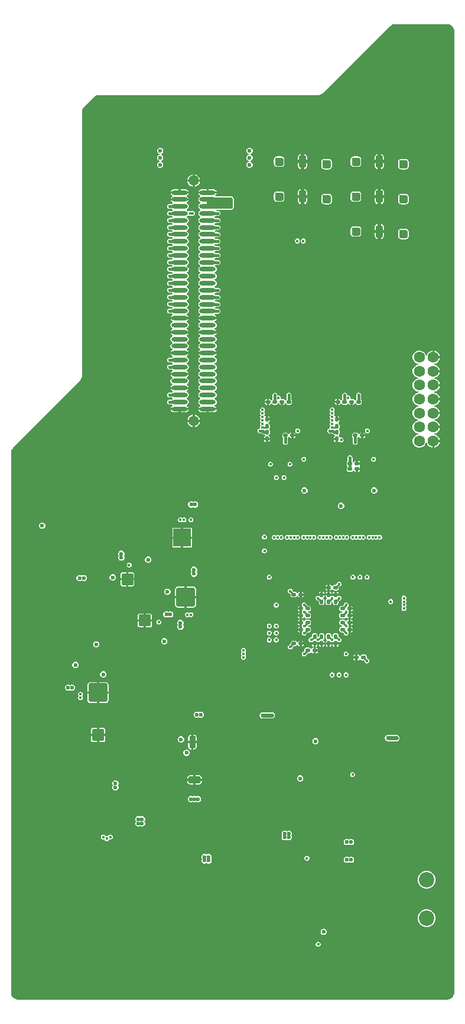
<source format=gbl>
G04*
G04 #@! TF.GenerationSoftware,Altium Limited,Altium Designer,21.7.2 (23)*
G04*
G04 Layer_Physical_Order=12*
G04 Layer_Color=16711680*
%FSLAX43Y43*%
%MOMM*%
G71*
G04*
G04 #@! TF.SameCoordinates,9207B031-9538-4005-B85C-AF880B68FBDC*
G04*
G04*
G04 #@! TF.FilePolarity,Positive*
G04*
G01*
G75*
%ADD10C,0.250*%
G04:AMPARAMS|DCode=20|XSize=0.5mm|YSize=0.6mm|CornerRadius=0.125mm|HoleSize=0mm|Usage=FLASHONLY|Rotation=0.000|XOffset=0mm|YOffset=0mm|HoleType=Round|Shape=RoundedRectangle|*
%AMROUNDEDRECTD20*
21,1,0.500,0.350,0,0,0.0*
21,1,0.250,0.600,0,0,0.0*
1,1,0.250,0.125,-0.175*
1,1,0.250,-0.125,-0.175*
1,1,0.250,-0.125,0.175*
1,1,0.250,0.125,0.175*
%
%ADD20ROUNDEDRECTD20*%
G04:AMPARAMS|DCode=21|XSize=0.5mm|YSize=0.6mm|CornerRadius=0.125mm|HoleSize=0mm|Usage=FLASHONLY|Rotation=90.000|XOffset=0mm|YOffset=0mm|HoleType=Round|Shape=RoundedRectangle|*
%AMROUNDEDRECTD21*
21,1,0.500,0.350,0,0,90.0*
21,1,0.250,0.600,0,0,90.0*
1,1,0.250,0.175,0.125*
1,1,0.250,0.175,-0.125*
1,1,0.250,-0.175,-0.125*
1,1,0.250,-0.175,0.125*
%
%ADD21ROUNDEDRECTD21*%
%ADD69C,1.500*%
%ADD71C,1.600*%
%ADD87C,0.300*%
%ADD162C,0.600*%
%ADD164C,0.400*%
%ADD170R,2.500X2.500*%
%ADD171C,4.500*%
%ADD172C,6.000*%
%ADD173O,0.500X1.500*%
%ADD174C,2.200*%
G04:AMPARAMS|DCode=175|XSize=2.7mm|YSize=2.7mm|CornerRadius=0.27mm|HoleSize=0mm|Usage=FLASHONLY|Rotation=0.000|XOffset=0mm|YOffset=0mm|HoleType=Round|Shape=RoundedRectangle|*
%AMROUNDEDRECTD175*
21,1,2.700,2.160,0,0,0.0*
21,1,2.160,2.700,0,0,0.0*
1,1,0.540,1.080,-1.080*
1,1,0.540,-1.080,-1.080*
1,1,0.540,-1.080,1.080*
1,1,0.540,1.080,1.080*
%
%ADD175ROUNDEDRECTD175*%
G04:AMPARAMS|DCode=176|XSize=2.7mm|YSize=2.7mm|CornerRadius=0.27mm|HoleSize=0mm|Usage=FLASHONLY|Rotation=270.000|XOffset=0mm|YOffset=0mm|HoleType=Round|Shape=RoundedRectangle|*
%AMROUNDEDRECTD176*
21,1,2.700,2.160,0,0,270.0*
21,1,2.160,2.700,0,0,270.0*
1,1,0.540,-1.080,-1.080*
1,1,0.540,-1.080,1.080*
1,1,0.540,1.080,1.080*
1,1,0.540,1.080,-1.080*
%
%ADD176ROUNDEDRECTD176*%
G04:AMPARAMS|DCode=177|XSize=1.73mm|YSize=1.73mm|CornerRadius=0.173mm|HoleSize=0mm|Usage=FLASHONLY|Rotation=270.000|XOffset=0mm|YOffset=0mm|HoleType=Round|Shape=RoundedRectangle|*
%AMROUNDEDRECTD177*
21,1,1.730,1.384,0,0,270.0*
21,1,1.384,1.730,0,0,270.0*
1,1,0.346,-0.692,-0.692*
1,1,0.346,-0.692,0.692*
1,1,0.346,0.692,0.692*
1,1,0.346,0.692,-0.692*
%
%ADD177ROUNDEDRECTD177*%
G04:AMPARAMS|DCode=178|XSize=1.73mm|YSize=1.73mm|CornerRadius=0.173mm|HoleSize=0mm|Usage=FLASHONLY|Rotation=315.000|XOffset=0mm|YOffset=0mm|HoleType=Round|Shape=RoundedRectangle|*
%AMROUNDEDRECTD178*
21,1,1.730,1.384,0,0,315.0*
21,1,1.384,1.730,0,0,315.0*
1,1,0.346,0.000,-0.979*
1,1,0.346,-0.979,0.000*
1,1,0.346,0.000,0.979*
1,1,0.346,0.979,0.000*
%
%ADD178ROUNDEDRECTD178*%
G04:AMPARAMS|DCode=179|XSize=3.4mm|YSize=3.4mm|CornerRadius=0.34mm|HoleSize=0mm|Usage=FLASHONLY|Rotation=0.000|XOffset=0mm|YOffset=0mm|HoleType=Round|Shape=RoundedRectangle|*
%AMROUNDEDRECTD179*
21,1,3.400,2.720,0,0,0.0*
21,1,2.720,3.400,0,0,0.0*
1,1,0.680,1.360,-1.360*
1,1,0.680,-1.360,-1.360*
1,1,0.680,-1.360,1.360*
1,1,0.680,1.360,1.360*
%
%ADD179ROUNDEDRECTD179*%
G04:AMPARAMS|DCode=180|XSize=0.9mm|YSize=1.8mm|CornerRadius=0.225mm|HoleSize=0mm|Usage=FLASHONLY|Rotation=180.000|XOffset=0mm|YOffset=0mm|HoleType=Round|Shape=RoundedRectangle|*
%AMROUNDEDRECTD180*
21,1,0.900,1.350,0,0,180.0*
21,1,0.450,1.800,0,0,180.0*
1,1,0.450,-0.225,0.675*
1,1,0.450,0.225,0.675*
1,1,0.450,0.225,-0.675*
1,1,0.450,-0.225,-0.675*
%
%ADD180ROUNDEDRECTD180*%
G04:AMPARAMS|DCode=181|XSize=1mm|YSize=1.8mm|CornerRadius=0.25mm|HoleSize=0mm|Usage=FLASHONLY|Rotation=270.000|XOffset=0mm|YOffset=0mm|HoleType=Round|Shape=RoundedRectangle|*
%AMROUNDEDRECTD181*
21,1,1.000,1.300,0,0,270.0*
21,1,0.500,1.800,0,0,270.0*
1,1,0.500,-0.650,-0.250*
1,1,0.500,-0.650,0.250*
1,1,0.500,0.650,0.250*
1,1,0.500,0.650,-0.250*
%
%ADD181ROUNDEDRECTD181*%
G04:AMPARAMS|DCode=182|XSize=1mm|YSize=1.8mm|CornerRadius=0.25mm|HoleSize=0mm|Usage=FLASHONLY|Rotation=180.000|XOffset=0mm|YOffset=0mm|HoleType=Round|Shape=RoundedRectangle|*
%AMROUNDEDRECTD182*
21,1,1.000,1.300,0,0,180.0*
21,1,0.500,1.800,0,0,180.0*
1,1,0.500,-0.250,0.650*
1,1,0.500,0.250,0.650*
1,1,0.500,0.250,-0.650*
1,1,0.500,-0.250,-0.650*
%
%ADD182ROUNDEDRECTD182*%
G04:AMPARAMS|DCode=183|XSize=1.7mm|YSize=1.7mm|CornerRadius=0.17mm|HoleSize=0mm|Usage=FLASHONLY|Rotation=270.000|XOffset=0mm|YOffset=0mm|HoleType=Round|Shape=RoundedRectangle|*
%AMROUNDEDRECTD183*
21,1,1.700,1.360,0,0,270.0*
21,1,1.360,1.700,0,0,270.0*
1,1,0.340,-0.680,-0.680*
1,1,0.340,-0.680,0.680*
1,1,0.340,0.680,0.680*
1,1,0.340,0.680,-0.680*
%
%ADD183ROUNDEDRECTD183*%
G04:AMPARAMS|DCode=184|XSize=1.7mm|YSize=1.7mm|CornerRadius=0.17mm|HoleSize=0mm|Usage=FLASHONLY|Rotation=0.000|XOffset=0mm|YOffset=0mm|HoleType=Round|Shape=RoundedRectangle|*
%AMROUNDEDRECTD184*
21,1,1.700,1.360,0,0,0.0*
21,1,1.360,1.700,0,0,0.0*
1,1,0.340,0.680,-0.680*
1,1,0.340,-0.680,-0.680*
1,1,0.340,-0.680,0.680*
1,1,0.340,0.680,0.680*
%
%ADD184ROUNDEDRECTD184*%
%ADD185C,0.600*%
%ADD186C,0.400*%
%ADD187C,0.500*%
%ADD200O,2.337X0.610*%
G36*
X191532Y189662D02*
X191714Y189586D01*
X191877Y189477D01*
X192017Y189337D01*
X192126Y189174D01*
X192202Y188992D01*
X192235Y188821D01*
X192240Y188700D01*
X192240Y188700D01*
X192240D01*
X192240Y188700D01*
X192240Y51000D01*
X192240Y50902D01*
X192202Y50708D01*
X192126Y50526D01*
X192017Y50363D01*
X191877Y50223D01*
X191714Y50114D01*
X191532Y50038D01*
X191339Y50000D01*
X191240Y50000D01*
X191240Y50000D01*
X129641D01*
X129448Y50038D01*
X129266Y50114D01*
X129103Y50223D01*
X128963Y50363D01*
X128854Y50526D01*
X128778Y50708D01*
X128740Y50902D01*
X128740Y51000D01*
X128740Y51000D01*
X128740Y128305D01*
X128740Y128411D01*
X128781Y128618D01*
X128862Y128814D01*
X128980Y128990D01*
X129055Y129065D01*
X129055Y129065D01*
X138600Y138610D01*
X138665Y138682D01*
X138773Y138843D01*
X138847Y139023D01*
X138885Y139214D01*
X138890Y139311D01*
X138890Y139311D01*
X138890Y177046D01*
X138890Y177154D01*
X138932Y177366D01*
X139015Y177565D01*
X139127Y177732D01*
X139211Y177821D01*
X139211Y177821D01*
X140622Y179232D01*
X140698Y179308D01*
X140876Y179427D01*
X141073Y179508D01*
X141272Y179548D01*
X141388Y179550D01*
X141389D01*
X141389Y179550D01*
X141389Y179550D01*
X172779D01*
X172876Y179555D01*
X173067Y179593D01*
X173247Y179667D01*
X173387Y179760D01*
X173408Y179775D01*
X173480Y179840D01*
X173480Y179840D01*
X183025Y189385D01*
X183100Y189460D01*
X183276Y189578D01*
X183472Y189659D01*
X183668Y189698D01*
X183783Y189700D01*
X183785D01*
X183785Y189700D01*
X183785Y189700D01*
X191240Y189700D01*
X191338Y189700D01*
X191532Y189662D01*
D02*
G37*
%LPC*%
G36*
X181750Y171058D02*
Y170250D01*
X182158D01*
Y170650D01*
X182127Y170806D01*
X182038Y170938D01*
X181906Y171027D01*
X181750Y171058D01*
D02*
G37*
G36*
X181250Y171058D02*
X181250D01*
X181094Y171027D01*
X180962Y170938D01*
X180873Y170806D01*
X180842Y170650D01*
Y170250D01*
X181250D01*
Y171058D01*
D02*
G37*
G36*
X170750D02*
Y170250D01*
X171158D01*
Y170650D01*
X171127Y170806D01*
X171038Y170938D01*
X170906Y171027D01*
X170750Y171058D01*
D02*
G37*
G36*
X170250Y171058D02*
X170250D01*
X170094Y171027D01*
X169962Y170938D01*
X169873Y170806D01*
X169842Y170650D01*
Y170250D01*
X170250D01*
Y171058D01*
D02*
G37*
G36*
X167450Y170759D02*
X166850D01*
X166806Y170750D01*
X166760D01*
X166719Y170733D01*
X166674Y170724D01*
X166637Y170699D01*
X166595Y170682D01*
X166563Y170650D01*
X166526Y170624D01*
X166500Y170587D01*
X166469Y170555D01*
X166451Y170513D01*
X166426Y170476D01*
X166417Y170431D01*
X166400Y170390D01*
Y170344D01*
X166391Y170300D01*
Y169700D01*
X166400Y169656D01*
Y169611D01*
X166417Y169569D01*
X166426Y169524D01*
X166451Y169487D01*
X166469Y169445D01*
X166500Y169413D01*
X166526Y169376D01*
X166563Y169350D01*
X166595Y169319D01*
X166637Y169301D01*
X166674Y169276D01*
X166719Y169267D01*
X166760Y169250D01*
X166806D01*
X166850Y169241D01*
X167450D01*
X167494Y169250D01*
X167540D01*
X167581Y169267D01*
X167626Y169276D01*
X167663Y169301D01*
X167705Y169319D01*
X167737Y169350D01*
X167774Y169376D01*
X167800Y169413D01*
X167831Y169445D01*
X167849Y169487D01*
X167874Y169524D01*
X167883Y169569D01*
X167900Y169611D01*
Y169656D01*
X167909Y169700D01*
Y170300D01*
X167900Y170344D01*
Y170390D01*
X167883Y170431D01*
X167874Y170476D01*
X167849Y170513D01*
X167831Y170555D01*
X167800Y170587D01*
X167774Y170624D01*
X167737Y170650D01*
X167705Y170682D01*
X167663Y170699D01*
X167626Y170724D01*
X167581Y170733D01*
X167540Y170750D01*
X167494D01*
X167450Y170759D01*
D02*
G37*
G36*
X178450Y170759D02*
X177850D01*
X177806Y170750D01*
X177760D01*
X177719Y170733D01*
X177674Y170724D01*
X177637Y170699D01*
X177595Y170681D01*
X177563Y170650D01*
X177526Y170624D01*
X177500Y170587D01*
X177469Y170555D01*
X177451Y170513D01*
X177426Y170476D01*
X177417Y170431D01*
X177400Y170390D01*
Y170344D01*
X177391Y170300D01*
Y169700D01*
X177400Y169656D01*
Y169610D01*
X177417Y169569D01*
X177426Y169524D01*
X177451Y169487D01*
X177469Y169445D01*
X177500Y169413D01*
X177526Y169376D01*
X177563Y169350D01*
X177595Y169319D01*
X177637Y169301D01*
X177674Y169276D01*
X177719Y169267D01*
X177760Y169250D01*
X177806D01*
X177850Y169241D01*
X178450D01*
X178494Y169250D01*
X178540D01*
X178581Y169267D01*
X178626Y169276D01*
X178663Y169301D01*
X178705Y169319D01*
X178737Y169350D01*
X178774Y169376D01*
X178800Y169413D01*
X178831Y169445D01*
X178849Y169487D01*
X178874Y169524D01*
X178883Y169569D01*
X178900Y169610D01*
Y169656D01*
X178909Y169700D01*
Y170300D01*
X178900Y170344D01*
Y170390D01*
X178883Y170431D01*
X178874Y170476D01*
X178849Y170513D01*
X178831Y170555D01*
X178800Y170587D01*
X178774Y170624D01*
X178737Y170650D01*
X178705Y170681D01*
X178663Y170699D01*
X178626Y170724D01*
X178581Y170733D01*
X178540Y170750D01*
X178494D01*
X178450Y170759D01*
D02*
G37*
G36*
X150192Y172000D02*
X150012D01*
X149847Y171931D01*
X149721Y171805D01*
X149652Y171640D01*
Y171460D01*
X149721Y171295D01*
X149847Y171169D01*
X149971Y171117D01*
Y170983D01*
X149847Y170931D01*
X149721Y170805D01*
X149652Y170640D01*
Y170460D01*
X149721Y170295D01*
X149847Y170169D01*
X149971Y170117D01*
Y169983D01*
X149847Y169931D01*
X149721Y169805D01*
X149652Y169640D01*
Y169460D01*
X149721Y169295D01*
X149847Y169169D01*
X150012Y169100D01*
X150192D01*
X150357Y169169D01*
X150483Y169295D01*
X150552Y169460D01*
Y169640D01*
X150483Y169805D01*
X150357Y169931D01*
X150233Y169983D01*
Y170117D01*
X150357Y170169D01*
X150483Y170295D01*
X150552Y170460D01*
Y170640D01*
X150483Y170805D01*
X150357Y170931D01*
X150233Y170983D01*
Y171117D01*
X150357Y171169D01*
X150483Y171295D01*
X150552Y171460D01*
Y171640D01*
X150483Y171805D01*
X150357Y171931D01*
X150192Y172000D01*
D02*
G37*
G36*
X162990Y172000D02*
X162810D01*
X162645Y171931D01*
X162519Y171805D01*
X162450Y171640D01*
Y171460D01*
X162519Y171295D01*
X162645Y171169D01*
X162769Y171117D01*
X162769Y170983D01*
X162645Y170931D01*
X162519Y170805D01*
X162450Y170640D01*
Y170460D01*
X162519Y170295D01*
X162645Y170169D01*
X162769Y170117D01*
X162769Y169983D01*
X162645Y169931D01*
X162519Y169805D01*
X162450Y169640D01*
Y169460D01*
X162519Y169295D01*
X162645Y169169D01*
X162810Y169100D01*
X162990D01*
X163155Y169169D01*
X163281Y169295D01*
X163350Y169460D01*
Y169640D01*
X163281Y169805D01*
X163155Y169931D01*
X163031Y169983D01*
X163031Y170117D01*
X163155Y170169D01*
X163281Y170295D01*
X163350Y170460D01*
Y170640D01*
X163281Y170805D01*
X163155Y170931D01*
X163031Y170983D01*
X163031Y171117D01*
X163155Y171169D01*
X163281Y171295D01*
X163350Y171460D01*
Y171640D01*
X163281Y171805D01*
X163155Y171931D01*
X162990Y172000D01*
D02*
G37*
G36*
X171158Y169750D02*
X170750D01*
Y168942D01*
X170906Y168973D01*
X171038Y169062D01*
X171127Y169194D01*
X171158Y169350D01*
Y169750D01*
D02*
G37*
G36*
X170250D02*
X169842D01*
Y169350D01*
X169873Y169194D01*
X169962Y169062D01*
X170094Y168973D01*
X170250Y168942D01*
X170250D01*
Y169750D01*
D02*
G37*
G36*
X182158Y169750D02*
X181750D01*
Y168942D01*
X181906Y168973D01*
X182038Y169062D01*
X182127Y169194D01*
X182158Y169350D01*
Y169750D01*
D02*
G37*
G36*
X181250D02*
X180842D01*
Y169350D01*
X180873Y169194D01*
X180962Y169062D01*
X181094Y168973D01*
X181250Y168942D01*
X181250D01*
Y169750D01*
D02*
G37*
G36*
X174250Y170409D02*
X173650D01*
X173606Y170400D01*
X173560D01*
X173519Y170383D01*
X173474Y170374D01*
X173437Y170349D01*
X173395Y170331D01*
X173363Y170300D01*
X173326Y170274D01*
X173300Y170237D01*
X173268Y170205D01*
X173251Y170163D01*
X173226Y170126D01*
X173217Y170081D01*
X173200Y170040D01*
Y169994D01*
X173191Y169950D01*
Y169350D01*
X173200Y169306D01*
Y169260D01*
X173217Y169219D01*
X173226Y169174D01*
X173251Y169137D01*
X173268Y169095D01*
X173300Y169063D01*
X173326Y169026D01*
X173363Y169000D01*
X173395Y168969D01*
X173437Y168951D01*
X173474Y168926D01*
X173519Y168917D01*
X173560Y168900D01*
X173606D01*
X173650Y168891D01*
X174250D01*
X174294Y168900D01*
X174339D01*
X174381Y168917D01*
X174426Y168926D01*
X174463Y168951D01*
X174505Y168969D01*
X174537Y169000D01*
X174574Y169026D01*
X174600Y169063D01*
X174631Y169095D01*
X174649Y169137D01*
X174674Y169174D01*
X174683Y169219D01*
X174700Y169260D01*
Y169306D01*
X174709Y169350D01*
Y169950D01*
X174700Y169994D01*
Y170040D01*
X174683Y170081D01*
X174674Y170126D01*
X174649Y170163D01*
X174631Y170205D01*
X174600Y170237D01*
X174574Y170274D01*
X174537Y170300D01*
X174505Y170331D01*
X174463Y170349D01*
X174426Y170374D01*
X174381Y170383D01*
X174339Y170400D01*
X174294D01*
X174250Y170409D01*
D02*
G37*
G36*
X185250Y170409D02*
X184650D01*
X184606Y170400D01*
X184560D01*
X184519Y170383D01*
X184474Y170374D01*
X184437Y170349D01*
X184395Y170331D01*
X184363Y170300D01*
X184326Y170274D01*
X184300Y170237D01*
X184269Y170205D01*
X184251Y170163D01*
X184226Y170126D01*
X184217Y170081D01*
X184200Y170040D01*
Y169994D01*
X184191Y169950D01*
Y169350D01*
X184200Y169306D01*
Y169260D01*
X184217Y169219D01*
X184226Y169174D01*
X184251Y169137D01*
X184269Y169095D01*
X184300Y169063D01*
X184326Y169026D01*
X184363Y169000D01*
X184395Y168969D01*
X184437Y168951D01*
X184474Y168926D01*
X184519Y168917D01*
X184560Y168900D01*
X184606D01*
X184650Y168891D01*
X185250D01*
X185294Y168900D01*
X185340D01*
X185381Y168917D01*
X185426Y168926D01*
X185463Y168951D01*
X185505Y168969D01*
X185537Y169000D01*
X185574Y169026D01*
X185600Y169063D01*
X185631Y169095D01*
X185649Y169137D01*
X185674Y169174D01*
X185683Y169219D01*
X185700Y169260D01*
Y169306D01*
X185709Y169350D01*
Y169950D01*
X185700Y169994D01*
Y170040D01*
X185683Y170081D01*
X185674Y170126D01*
X185649Y170163D01*
X185631Y170205D01*
X185600Y170237D01*
X185574Y170274D01*
X185537Y170300D01*
X185505Y170331D01*
X185463Y170349D01*
X185426Y170374D01*
X185381Y170383D01*
X185340Y170400D01*
X185294D01*
X185250Y170409D01*
D02*
G37*
G36*
X155052Y168176D02*
Y167434D01*
X155794D01*
X155741Y167631D01*
X155622Y167837D01*
X155455Y168004D01*
X155249Y168123D01*
X155052Y168176D01*
D02*
G37*
G36*
X154752D02*
X154555Y168123D01*
X154349Y168004D01*
X154182Y167837D01*
X154063Y167631D01*
X154010Y167434D01*
X154752D01*
Y168176D01*
D02*
G37*
G36*
X155794Y167134D02*
X155052D01*
Y166392D01*
X155249Y166445D01*
X155455Y166564D01*
X155622Y166731D01*
X155741Y166937D01*
X155794Y167134D01*
D02*
G37*
G36*
X154752D02*
X154010D01*
X154063Y166937D01*
X154182Y166731D01*
X154349Y166564D01*
X154555Y166445D01*
X154752Y166392D01*
Y167134D01*
D02*
G37*
G36*
X157766Y166048D02*
X157052D01*
Y165734D01*
X158199D01*
X158194Y165761D01*
X158093Y165912D01*
X157943Y166012D01*
X157766Y166048D01*
D02*
G37*
G36*
X153766D02*
X153052D01*
Y165734D01*
X154199D01*
X154194Y165761D01*
X154093Y165912D01*
X153943Y166012D01*
X153766Y166048D01*
D02*
G37*
G36*
X156752D02*
X156038D01*
X155861Y166012D01*
X155711Y165912D01*
X155610Y165761D01*
X155605Y165734D01*
X156752D01*
Y166048D01*
D02*
G37*
G36*
X152752D02*
X152038D01*
X151861Y166012D01*
X151710Y165912D01*
X151610Y165761D01*
X151605Y165734D01*
X152752D01*
Y166048D01*
D02*
G37*
G36*
X181750Y166058D02*
Y165250D01*
X182158D01*
Y165650D01*
X182127Y165806D01*
X182038Y165938D01*
X181906Y166027D01*
X181750Y166058D01*
D02*
G37*
G36*
X181250Y166058D02*
X181250D01*
X181094Y166027D01*
X180962Y165938D01*
X180873Y165806D01*
X180842Y165650D01*
Y165250D01*
X181250D01*
Y166058D01*
D02*
G37*
G36*
X170750Y166058D02*
Y165250D01*
X171158D01*
Y165650D01*
X171127Y165806D01*
X171038Y165938D01*
X170906Y166027D01*
X170750Y166058D01*
D02*
G37*
G36*
X170250D02*
X170250D01*
X170094Y166027D01*
X169962Y165938D01*
X169873Y165806D01*
X169842Y165650D01*
Y165250D01*
X170250D01*
Y166058D01*
D02*
G37*
G36*
X154199Y165434D02*
X152902D01*
X151605D01*
X151610Y165407D01*
X151710Y165256D01*
X151861Y165156D01*
X151895Y165149D01*
Y165019D01*
X151861Y165012D01*
X151710Y164912D01*
X151610Y164761D01*
X151605Y164734D01*
X152902D01*
X154199D01*
X154194Y164761D01*
X154093Y164912D01*
X153943Y165012D01*
X153909Y165019D01*
Y165149D01*
X153943Y165156D01*
X154093Y165256D01*
X154194Y165407D01*
X154199Y165434D01*
D02*
G37*
G36*
X167450Y165759D02*
X166850D01*
X166806Y165750D01*
X166760D01*
X166719Y165733D01*
X166674Y165724D01*
X166637Y165699D01*
X166595Y165682D01*
X166563Y165650D01*
X166526Y165624D01*
X166500Y165587D01*
X166469Y165555D01*
X166451Y165513D01*
X166426Y165476D01*
X166417Y165431D01*
X166400Y165390D01*
Y165344D01*
X166391Y165300D01*
Y164700D01*
X166400Y164656D01*
Y164611D01*
X166417Y164569D01*
X166426Y164524D01*
X166451Y164487D01*
X166469Y164445D01*
X166500Y164413D01*
X166526Y164376D01*
X166563Y164350D01*
X166595Y164319D01*
X166637Y164301D01*
X166674Y164276D01*
X166719Y164267D01*
X166760Y164250D01*
X166806D01*
X166850Y164241D01*
X167450D01*
X167494Y164250D01*
X167540D01*
X167581Y164267D01*
X167626Y164276D01*
X167663Y164301D01*
X167705Y164319D01*
X167737Y164350D01*
X167774Y164376D01*
X167800Y164413D01*
X167831Y164445D01*
X167849Y164487D01*
X167874Y164524D01*
X167883Y164569D01*
X167900Y164611D01*
Y164656D01*
X167909Y164700D01*
Y165300D01*
X167900Y165344D01*
Y165390D01*
X167883Y165431D01*
X167874Y165476D01*
X167849Y165513D01*
X167831Y165555D01*
X167800Y165587D01*
X167774Y165624D01*
X167737Y165650D01*
X167705Y165682D01*
X167663Y165699D01*
X167626Y165724D01*
X167581Y165733D01*
X167540Y165750D01*
X167494D01*
X167450Y165759D01*
D02*
G37*
G36*
X178450Y165759D02*
X177850D01*
X177806Y165750D01*
X177760D01*
X177719Y165733D01*
X177674Y165724D01*
X177637Y165699D01*
X177595Y165681D01*
X177563Y165650D01*
X177526Y165624D01*
X177500Y165587D01*
X177469Y165555D01*
X177451Y165513D01*
X177426Y165476D01*
X177417Y165431D01*
X177400Y165390D01*
Y165344D01*
X177391Y165300D01*
Y164700D01*
X177400Y164656D01*
Y164610D01*
X177417Y164569D01*
X177426Y164524D01*
X177451Y164487D01*
X177469Y164445D01*
X177500Y164413D01*
X177526Y164376D01*
X177563Y164350D01*
X177595Y164319D01*
X177637Y164301D01*
X177674Y164276D01*
X177719Y164267D01*
X177760Y164250D01*
X177806D01*
X177850Y164241D01*
X178450D01*
X178494Y164250D01*
X178540D01*
X178581Y164267D01*
X178626Y164276D01*
X178663Y164301D01*
X178705Y164319D01*
X178737Y164350D01*
X178774Y164376D01*
X178800Y164413D01*
X178831Y164445D01*
X178849Y164487D01*
X178874Y164524D01*
X178883Y164569D01*
X178900Y164610D01*
Y164656D01*
X178909Y164700D01*
Y165300D01*
X178900Y165344D01*
Y165390D01*
X178883Y165431D01*
X178874Y165476D01*
X178849Y165513D01*
X178831Y165555D01*
X178800Y165587D01*
X178774Y165624D01*
X178737Y165650D01*
X178705Y165681D01*
X178663Y165699D01*
X178626Y165724D01*
X178581Y165733D01*
X178540Y165750D01*
X178494D01*
X178450Y165759D01*
D02*
G37*
G36*
X171158Y164750D02*
X170750D01*
Y163942D01*
X170906Y163973D01*
X171038Y164062D01*
X171127Y164194D01*
X171158Y164350D01*
Y164750D01*
D02*
G37*
G36*
X170250D02*
X169842D01*
Y164350D01*
X169873Y164194D01*
X169962Y164062D01*
X170094Y163973D01*
X170250Y163942D01*
X170250D01*
Y164750D01*
D02*
G37*
G36*
X182158Y164750D02*
X181750D01*
Y163942D01*
X181906Y163973D01*
X182038Y164062D01*
X182127Y164194D01*
X182158Y164350D01*
Y164750D01*
D02*
G37*
G36*
X181250D02*
X180842D01*
Y164350D01*
X180873Y164194D01*
X180962Y164062D01*
X181094Y163973D01*
X181250Y163942D01*
X181250D01*
Y164750D01*
D02*
G37*
G36*
X174250Y165409D02*
X173650D01*
X173606Y165400D01*
X173560D01*
X173519Y165383D01*
X173474Y165374D01*
X173437Y165349D01*
X173395Y165331D01*
X173363Y165300D01*
X173326Y165274D01*
X173300Y165237D01*
X173269Y165205D01*
X173251Y165163D01*
X173226Y165126D01*
X173217Y165081D01*
X173200Y165040D01*
Y164994D01*
X173191Y164950D01*
Y164350D01*
X173200Y164306D01*
Y164260D01*
X173217Y164219D01*
X173226Y164174D01*
X173251Y164137D01*
X173269Y164095D01*
X173300Y164063D01*
X173326Y164026D01*
X173363Y164000D01*
X173395Y163969D01*
X173437Y163951D01*
X173474Y163926D01*
X173519Y163917D01*
X173560Y163900D01*
X173606D01*
X173650Y163891D01*
X174250D01*
X174294Y163900D01*
X174339D01*
X174381Y163917D01*
X174426Y163926D01*
X174463Y163951D01*
X174505Y163969D01*
X174537Y164000D01*
X174574Y164026D01*
X174600Y164063D01*
X174631Y164095D01*
X174649Y164137D01*
X174674Y164174D01*
X174683Y164219D01*
X174700Y164260D01*
Y164306D01*
X174709Y164350D01*
Y164950D01*
X174700Y164994D01*
Y165040D01*
X174683Y165081D01*
X174674Y165126D01*
X174649Y165163D01*
X174631Y165205D01*
X174600Y165237D01*
X174574Y165274D01*
X174537Y165300D01*
X174505Y165331D01*
X174463Y165349D01*
X174426Y165374D01*
X174381Y165383D01*
X174339Y165400D01*
X174294D01*
X174250Y165409D01*
D02*
G37*
G36*
X185250Y165409D02*
X184650D01*
X184606Y165400D01*
X184560D01*
X184519Y165383D01*
X184474Y165374D01*
X184437Y165349D01*
X184395Y165331D01*
X184363Y165300D01*
X184326Y165274D01*
X184300Y165237D01*
X184269Y165205D01*
X184251Y165163D01*
X184226Y165126D01*
X184217Y165081D01*
X184200Y165040D01*
Y164994D01*
X184191Y164950D01*
Y164350D01*
X184200Y164306D01*
Y164260D01*
X184217Y164219D01*
X184226Y164174D01*
X184251Y164137D01*
X184269Y164095D01*
X184300Y164063D01*
X184326Y164026D01*
X184363Y164000D01*
X184395Y163969D01*
X184437Y163951D01*
X184474Y163926D01*
X184519Y163917D01*
X184560Y163900D01*
X184606D01*
X184650Y163891D01*
X185250D01*
X185294Y163900D01*
X185340D01*
X185381Y163917D01*
X185426Y163926D01*
X185463Y163951D01*
X185505Y163969D01*
X185537Y164000D01*
X185574Y164026D01*
X185600Y164063D01*
X185631Y164095D01*
X185649Y164137D01*
X185674Y164174D01*
X185683Y164219D01*
X185700Y164260D01*
Y164306D01*
X185709Y164350D01*
Y164950D01*
X185700Y164994D01*
Y165040D01*
X185683Y165081D01*
X185674Y165126D01*
X185649Y165163D01*
X185631Y165205D01*
X185600Y165237D01*
X185574Y165274D01*
X185537Y165300D01*
X185505Y165331D01*
X185463Y165349D01*
X185426Y165374D01*
X185381Y165383D01*
X185340Y165400D01*
X185294D01*
X185250Y165409D01*
D02*
G37*
G36*
X154199Y164434D02*
X152902D01*
X151605D01*
X151610Y164407D01*
X151710Y164256D01*
X151861Y164156D01*
X151895Y164149D01*
Y164019D01*
X151861Y164012D01*
X151767Y163950D01*
X151442D01*
X151408Y163943D01*
X151372D01*
X151340Y163930D01*
X151305Y163923D01*
X151276Y163903D01*
X151244Y163890D01*
X151219Y163865D01*
X151190Y163845D01*
X151170Y163816D01*
X151145Y163791D01*
X151132Y163759D01*
X151112Y163730D01*
X151105Y163695D01*
X151092Y163663D01*
Y163627D01*
X151085Y163593D01*
X151092Y163559D01*
Y163523D01*
X151105Y163491D01*
X151112Y163456D01*
X151132Y163427D01*
X151145Y163395D01*
X151170Y163370D01*
X151190Y163341D01*
X151219Y163321D01*
X151244Y163296D01*
X151276Y163283D01*
X151305Y163263D01*
X151340Y163256D01*
X151372Y163243D01*
X151408D01*
X151442Y163236D01*
X151740D01*
X151861Y163156D01*
X151895Y163149D01*
Y163019D01*
X151861Y163012D01*
X151767Y162950D01*
X151442D01*
X151408Y162943D01*
X151372D01*
X151340Y162930D01*
X151305Y162923D01*
X151276Y162903D01*
X151244Y162890D01*
X151219Y162865D01*
X151190Y162845D01*
X151170Y162816D01*
X151145Y162791D01*
X151132Y162759D01*
X151112Y162730D01*
X151105Y162695D01*
X151092Y162663D01*
Y162627D01*
X151085Y162593D01*
X151092Y162559D01*
Y162523D01*
X151105Y162491D01*
X151112Y162456D01*
X151132Y162427D01*
X151145Y162395D01*
X151170Y162370D01*
X151190Y162341D01*
X151219Y162321D01*
X151244Y162296D01*
X151276Y162283D01*
X151305Y162263D01*
X151340Y162256D01*
X151372Y162243D01*
X151408D01*
X151442Y162236D01*
X151740D01*
X151861Y162156D01*
X151895Y162149D01*
Y162019D01*
X151861Y162012D01*
X151767Y161950D01*
X151442D01*
X151408Y161943D01*
X151372D01*
X151340Y161930D01*
X151305Y161923D01*
X151276Y161903D01*
X151244Y161890D01*
X151219Y161865D01*
X151190Y161845D01*
X151170Y161816D01*
X151145Y161791D01*
X151132Y161759D01*
X151112Y161730D01*
X151105Y161695D01*
X151092Y161663D01*
Y161627D01*
X151085Y161593D01*
X151092Y161559D01*
Y161523D01*
X151105Y161491D01*
X151112Y161456D01*
X151132Y161427D01*
X151145Y161395D01*
X151170Y161370D01*
X151190Y161341D01*
X151219Y161321D01*
X151244Y161296D01*
X151276Y161283D01*
X151305Y161263D01*
X151340Y161256D01*
X151372Y161243D01*
X151408D01*
X151442Y161236D01*
X151740D01*
X151861Y161156D01*
X151895Y161149D01*
Y161019D01*
X151861Y161012D01*
X151767Y160950D01*
X151442D01*
X151408Y160943D01*
X151372D01*
X151340Y160930D01*
X151305Y160923D01*
X151276Y160903D01*
X151244Y160890D01*
X151219Y160865D01*
X151190Y160845D01*
X151170Y160816D01*
X151145Y160791D01*
X151132Y160759D01*
X151112Y160730D01*
X151105Y160695D01*
X151092Y160663D01*
Y160627D01*
X151085Y160593D01*
X151092Y160559D01*
Y160523D01*
X151105Y160491D01*
X151112Y160456D01*
X151132Y160427D01*
X151145Y160395D01*
X151170Y160370D01*
X151190Y160341D01*
X151219Y160321D01*
X151244Y160296D01*
X151276Y160283D01*
X151305Y160263D01*
X151340Y160256D01*
X151372Y160243D01*
X151408D01*
X151442Y160236D01*
X151740D01*
X151861Y160156D01*
X151895Y160149D01*
Y160019D01*
X151861Y160012D01*
X151767Y159950D01*
X151442D01*
X151408Y159943D01*
X151372D01*
X151340Y159930D01*
X151305Y159923D01*
X151276Y159903D01*
X151244Y159890D01*
X151219Y159865D01*
X151190Y159845D01*
X151170Y159816D01*
X151145Y159791D01*
X151132Y159759D01*
X151112Y159730D01*
X151105Y159695D01*
X151092Y159663D01*
Y159627D01*
X151085Y159593D01*
X151092Y159559D01*
Y159523D01*
X151105Y159491D01*
X151112Y159456D01*
X151132Y159427D01*
X151145Y159395D01*
X151170Y159370D01*
X151190Y159341D01*
X151219Y159321D01*
X151244Y159296D01*
X151276Y159283D01*
X151305Y159263D01*
X151340Y159256D01*
X151372Y159243D01*
X151408D01*
X151442Y159236D01*
X151740D01*
X151861Y159156D01*
X151895Y159149D01*
Y159019D01*
X151861Y159012D01*
X151767Y158950D01*
X151442D01*
X151408Y158943D01*
X151372D01*
X151340Y158930D01*
X151305Y158923D01*
X151276Y158903D01*
X151244Y158890D01*
X151219Y158865D01*
X151190Y158845D01*
X151170Y158816D01*
X151145Y158791D01*
X151132Y158759D01*
X151112Y158730D01*
X151105Y158695D01*
X151092Y158663D01*
Y158627D01*
X151085Y158593D01*
X151092Y158559D01*
Y158523D01*
X151105Y158491D01*
X151112Y158456D01*
X151132Y158427D01*
X151145Y158395D01*
X151170Y158370D01*
X151190Y158341D01*
X151219Y158321D01*
X151244Y158296D01*
X151276Y158283D01*
X151305Y158263D01*
X151340Y158256D01*
X151372Y158243D01*
X151408D01*
X151442Y158236D01*
X151740D01*
X151861Y158156D01*
X151895Y158149D01*
Y158019D01*
X151861Y158012D01*
X151767Y157950D01*
X151442D01*
X151408Y157943D01*
X151372D01*
X151340Y157930D01*
X151305Y157923D01*
X151276Y157903D01*
X151244Y157890D01*
X151219Y157865D01*
X151190Y157845D01*
X151170Y157816D01*
X151145Y157791D01*
X151132Y157759D01*
X151112Y157730D01*
X151105Y157695D01*
X151092Y157663D01*
Y157627D01*
X151085Y157593D01*
X151092Y157559D01*
Y157523D01*
X151105Y157491D01*
X151112Y157456D01*
X151132Y157427D01*
X151145Y157395D01*
X151170Y157370D01*
X151190Y157341D01*
X151219Y157321D01*
X151244Y157296D01*
X151276Y157283D01*
X151305Y157263D01*
X151340Y157256D01*
X151372Y157243D01*
X151408D01*
X151442Y157236D01*
X151740D01*
X151861Y157156D01*
X151895Y157149D01*
Y157019D01*
X151861Y157012D01*
X151767Y156950D01*
X151442D01*
X151408Y156943D01*
X151372D01*
X151340Y156930D01*
X151305Y156923D01*
X151276Y156903D01*
X151244Y156890D01*
X151219Y156865D01*
X151190Y156845D01*
X151170Y156816D01*
X151145Y156791D01*
X151132Y156759D01*
X151112Y156730D01*
X151105Y156695D01*
X151092Y156663D01*
Y156627D01*
X151085Y156593D01*
X151092Y156559D01*
Y156523D01*
X151105Y156491D01*
X151112Y156456D01*
X151132Y156427D01*
X151145Y156395D01*
X151170Y156370D01*
X151190Y156341D01*
X151219Y156321D01*
X151244Y156296D01*
X151276Y156283D01*
X151305Y156263D01*
X151340Y156256D01*
X151372Y156243D01*
X151408D01*
X151442Y156236D01*
X151740D01*
X151861Y156156D01*
X151895Y156149D01*
Y156019D01*
X151861Y156012D01*
X151767Y155950D01*
X151442D01*
X151408Y155943D01*
X151372D01*
X151340Y155930D01*
X151305Y155923D01*
X151276Y155903D01*
X151244Y155890D01*
X151219Y155865D01*
X151190Y155845D01*
X151170Y155816D01*
X151145Y155791D01*
X151132Y155759D01*
X151112Y155730D01*
X151105Y155695D01*
X151092Y155663D01*
Y155627D01*
X151085Y155593D01*
X151092Y155559D01*
Y155523D01*
X151105Y155491D01*
X151112Y155456D01*
X151132Y155427D01*
X151145Y155395D01*
X151170Y155370D01*
X151190Y155341D01*
X151219Y155321D01*
X151244Y155296D01*
X151276Y155283D01*
X151305Y155263D01*
X151340Y155256D01*
X151372Y155243D01*
X151408D01*
X151442Y155236D01*
X151740D01*
X151861Y155156D01*
X151895Y155149D01*
Y155019D01*
X151861Y155012D01*
X151767Y154950D01*
X151442D01*
X151408Y154943D01*
X151372D01*
X151340Y154930D01*
X151305Y154923D01*
X151276Y154903D01*
X151244Y154890D01*
X151219Y154865D01*
X151190Y154845D01*
X151170Y154816D01*
X151145Y154791D01*
X151132Y154759D01*
X151112Y154730D01*
X151105Y154695D01*
X151092Y154663D01*
Y154627D01*
X151085Y154593D01*
X151092Y154559D01*
Y154523D01*
X151105Y154491D01*
X151112Y154456D01*
X151132Y154427D01*
X151145Y154395D01*
X151170Y154370D01*
X151190Y154341D01*
X151219Y154321D01*
X151244Y154296D01*
X151276Y154283D01*
X151305Y154263D01*
X151340Y154256D01*
X151372Y154243D01*
X151408D01*
X151442Y154236D01*
X151740D01*
X151861Y154156D01*
X151895Y154149D01*
Y154019D01*
X151861Y154012D01*
X151767Y153950D01*
X151442D01*
X151408Y153943D01*
X151372D01*
X151340Y153930D01*
X151305Y153923D01*
X151276Y153903D01*
X151244Y153890D01*
X151219Y153865D01*
X151190Y153845D01*
X151170Y153816D01*
X151145Y153791D01*
X151132Y153759D01*
X151112Y153730D01*
X151105Y153695D01*
X151092Y153663D01*
Y153627D01*
X151085Y153593D01*
X151092Y153559D01*
Y153523D01*
X151105Y153491D01*
X151112Y153456D01*
X151132Y153427D01*
X151145Y153395D01*
X151170Y153370D01*
X151190Y153341D01*
X151219Y153321D01*
X151244Y153296D01*
X151276Y153283D01*
X151305Y153263D01*
X151340Y153256D01*
X151372Y153243D01*
X151408D01*
X151442Y153236D01*
X151740D01*
X151861Y153156D01*
X151895Y153149D01*
Y153019D01*
X151861Y153012D01*
X151767Y152950D01*
X151442D01*
X151408Y152943D01*
X151372D01*
X151340Y152930D01*
X151305Y152923D01*
X151276Y152903D01*
X151244Y152890D01*
X151219Y152865D01*
X151190Y152845D01*
X151170Y152816D01*
X151145Y152791D01*
X151132Y152759D01*
X151112Y152730D01*
X151105Y152695D01*
X151092Y152663D01*
Y152627D01*
X151085Y152593D01*
X151092Y152559D01*
Y152523D01*
X151105Y152491D01*
X151112Y152456D01*
X151132Y152427D01*
X151145Y152395D01*
X151170Y152370D01*
X151190Y152341D01*
X151219Y152321D01*
X151244Y152296D01*
X151276Y152283D01*
X151305Y152263D01*
X151340Y152256D01*
X151372Y152243D01*
X151408D01*
X151442Y152236D01*
X151740D01*
X151861Y152156D01*
X151895Y152149D01*
Y152019D01*
X151861Y152012D01*
X151767Y151950D01*
X151442D01*
X151408Y151943D01*
X151372D01*
X151340Y151930D01*
X151305Y151923D01*
X151276Y151903D01*
X151244Y151890D01*
X151219Y151865D01*
X151190Y151845D01*
X151170Y151816D01*
X151145Y151791D01*
X151132Y151759D01*
X151112Y151730D01*
X151105Y151695D01*
X151092Y151663D01*
Y151627D01*
X151085Y151593D01*
X151092Y151559D01*
Y151523D01*
X151105Y151491D01*
X151112Y151456D01*
X151132Y151427D01*
X151145Y151395D01*
X151170Y151370D01*
X151190Y151341D01*
X151219Y151321D01*
X151244Y151296D01*
X151276Y151283D01*
X151305Y151263D01*
X151340Y151256D01*
X151372Y151243D01*
X151408D01*
X151442Y151236D01*
X151740D01*
X151861Y151156D01*
X151895Y151149D01*
Y151019D01*
X151861Y151012D01*
X151767Y150950D01*
X151442D01*
X151408Y150943D01*
X151372D01*
X151340Y150930D01*
X151305Y150923D01*
X151276Y150903D01*
X151244Y150890D01*
X151219Y150865D01*
X151190Y150845D01*
X151170Y150816D01*
X151145Y150791D01*
X151132Y150759D01*
X151112Y150730D01*
X151105Y150695D01*
X151092Y150663D01*
Y150627D01*
X151085Y150593D01*
X151092Y150559D01*
Y150523D01*
X151105Y150491D01*
X151112Y150456D01*
X151132Y150427D01*
X151145Y150395D01*
X151170Y150370D01*
X151190Y150341D01*
X151219Y150321D01*
X151244Y150296D01*
X151276Y150283D01*
X151305Y150263D01*
X151340Y150256D01*
X151372Y150243D01*
X151408D01*
X151442Y150236D01*
X151740D01*
X151861Y150156D01*
X151895Y150149D01*
Y150019D01*
X151861Y150012D01*
X151767Y149950D01*
X151442D01*
X151408Y149943D01*
X151372D01*
X151340Y149930D01*
X151305Y149923D01*
X151276Y149903D01*
X151244Y149890D01*
X151219Y149865D01*
X151190Y149845D01*
X151170Y149816D01*
X151145Y149791D01*
X151132Y149759D01*
X151112Y149730D01*
X151105Y149695D01*
X151092Y149663D01*
Y149627D01*
X151085Y149593D01*
X151092Y149559D01*
Y149523D01*
X151105Y149491D01*
X151112Y149456D01*
X151132Y149427D01*
X151145Y149395D01*
X151170Y149370D01*
X151190Y149341D01*
X151219Y149321D01*
X151244Y149296D01*
X151276Y149283D01*
X151305Y149263D01*
X151340Y149256D01*
X151372Y149243D01*
X151408D01*
X151442Y149236D01*
X151740D01*
X151861Y149156D01*
X151895Y149149D01*
Y149019D01*
X151861Y149012D01*
X151767Y148950D01*
X151442D01*
X151408Y148943D01*
X151372D01*
X151340Y148930D01*
X151305Y148923D01*
X151276Y148903D01*
X151244Y148890D01*
X151219Y148865D01*
X151190Y148845D01*
X151170Y148816D01*
X151145Y148791D01*
X151132Y148759D01*
X151112Y148730D01*
X151105Y148695D01*
X151092Y148663D01*
Y148627D01*
X151085Y148593D01*
X151092Y148559D01*
Y148523D01*
X151105Y148491D01*
X151112Y148456D01*
X151132Y148427D01*
X151145Y148395D01*
X151170Y148370D01*
X151190Y148341D01*
X151219Y148321D01*
X151244Y148296D01*
X151276Y148283D01*
X151305Y148263D01*
X151340Y148256D01*
X151372Y148243D01*
X151408D01*
X151442Y148236D01*
X151740D01*
X151861Y148156D01*
X151895Y148149D01*
Y148019D01*
X151861Y148012D01*
X151710Y147912D01*
X151610Y147761D01*
X151605Y147734D01*
X152902D01*
X154199D01*
X154194Y147761D01*
X154093Y147912D01*
X153943Y148012D01*
X153909Y148019D01*
Y148149D01*
X153943Y148156D01*
X154093Y148256D01*
X154194Y148407D01*
X154229Y148584D01*
X154194Y148761D01*
X154093Y148912D01*
X153943Y149012D01*
X153909Y149019D01*
Y149149D01*
X153943Y149156D01*
X154093Y149256D01*
X154194Y149407D01*
X154229Y149584D01*
X154194Y149761D01*
X154093Y149912D01*
X153943Y150012D01*
X153909Y150019D01*
Y150149D01*
X153943Y150156D01*
X154093Y150256D01*
X154194Y150407D01*
X154229Y150584D01*
X154194Y150761D01*
X154093Y150912D01*
X153943Y151012D01*
X153909Y151019D01*
Y151149D01*
X153943Y151156D01*
X154093Y151256D01*
X154194Y151407D01*
X154229Y151584D01*
X154194Y151761D01*
X154093Y151912D01*
X153943Y152012D01*
X153909Y152019D01*
Y152149D01*
X153943Y152156D01*
X154093Y152256D01*
X154194Y152407D01*
X154229Y152584D01*
X154194Y152761D01*
X154093Y152912D01*
X153943Y153012D01*
X153909Y153019D01*
Y153149D01*
X153943Y153156D01*
X154093Y153256D01*
X154194Y153407D01*
X154229Y153584D01*
X154194Y153761D01*
X154093Y153912D01*
X153943Y154012D01*
X153909Y154019D01*
Y154149D01*
X153943Y154156D01*
X154093Y154256D01*
X154194Y154407D01*
X154229Y154584D01*
X154194Y154761D01*
X154093Y154912D01*
X153943Y155012D01*
X153909Y155019D01*
Y155149D01*
X153943Y155156D01*
X154093Y155256D01*
X154194Y155407D01*
X154229Y155584D01*
X154194Y155761D01*
X154093Y155912D01*
X153943Y156012D01*
X153909Y156019D01*
Y156149D01*
X153943Y156156D01*
X154093Y156256D01*
X154194Y156407D01*
X154229Y156584D01*
X154194Y156761D01*
X154093Y156912D01*
X153943Y157012D01*
X153909Y157019D01*
Y157149D01*
X153943Y157156D01*
X154093Y157256D01*
X154194Y157407D01*
X154229Y157584D01*
X154194Y157761D01*
X154093Y157912D01*
X153943Y158012D01*
X153909Y158019D01*
Y158149D01*
X153943Y158156D01*
X154093Y158256D01*
X154194Y158407D01*
X154229Y158584D01*
X154194Y158761D01*
X154093Y158912D01*
X153943Y159012D01*
X153909Y159019D01*
Y159149D01*
X153943Y159156D01*
X154093Y159256D01*
X154194Y159407D01*
X154229Y159584D01*
X154194Y159761D01*
X154093Y159912D01*
X153943Y160012D01*
X153909Y160019D01*
Y160149D01*
X153943Y160156D01*
X154093Y160256D01*
X154194Y160407D01*
X154229Y160584D01*
X154194Y160761D01*
X154093Y160912D01*
X153943Y161012D01*
X153909Y161019D01*
Y161149D01*
X153943Y161156D01*
X154093Y161256D01*
X154194Y161407D01*
X154229Y161584D01*
X154194Y161761D01*
X154093Y161912D01*
X153943Y162012D01*
X153909Y162019D01*
Y162149D01*
X153943Y162156D01*
X154093Y162256D01*
X154120Y162295D01*
X154202Y162303D01*
X154330Y162250D01*
X154470D01*
X154575Y162294D01*
X154680Y162250D01*
X154820D01*
X154948Y162303D01*
X155047Y162402D01*
X155100Y162530D01*
Y162670D01*
X155047Y162798D01*
X154948Y162897D01*
X154820Y162950D01*
X154680D01*
X154575Y162906D01*
X154470Y162950D01*
X154330D01*
X154202Y162897D01*
X154097Y162907D01*
X154093Y162912D01*
X153943Y163012D01*
X153909Y163019D01*
Y163149D01*
X153943Y163156D01*
X154093Y163256D01*
X154194Y163407D01*
X154229Y163584D01*
X154194Y163761D01*
X154093Y163912D01*
X153943Y164012D01*
X153909Y164019D01*
Y164149D01*
X153943Y164156D01*
X154093Y164256D01*
X154194Y164407D01*
X154199Y164434D01*
D02*
G37*
G36*
X181750Y161058D02*
X181750D01*
Y160250D01*
X182158D01*
Y160650D01*
X182127Y160806D01*
X182038Y160938D01*
X181906Y161027D01*
X181750Y161058D01*
D02*
G37*
G36*
X181250Y161058D02*
X181094Y161027D01*
X180962Y160938D01*
X180873Y160806D01*
X180842Y160650D01*
Y160250D01*
X181250D01*
Y161058D01*
D02*
G37*
G36*
X178450Y160759D02*
X177850D01*
X177806Y160750D01*
X177760D01*
X177719Y160733D01*
X177674Y160724D01*
X177637Y160699D01*
X177595Y160681D01*
X177563Y160650D01*
X177526Y160624D01*
X177500Y160587D01*
X177469Y160555D01*
X177451Y160513D01*
X177426Y160476D01*
X177417Y160431D01*
X177400Y160390D01*
Y160344D01*
X177391Y160300D01*
Y159700D01*
X177400Y159656D01*
Y159610D01*
X177417Y159569D01*
X177426Y159524D01*
X177451Y159487D01*
X177469Y159445D01*
X177500Y159413D01*
X177526Y159376D01*
X177563Y159350D01*
X177595Y159319D01*
X177637Y159301D01*
X177674Y159276D01*
X177719Y159267D01*
X177760Y159250D01*
X177806D01*
X177850Y159241D01*
X178450D01*
X178494Y159250D01*
X178540D01*
X178581Y159267D01*
X178626Y159276D01*
X178663Y159301D01*
X178705Y159319D01*
X178737Y159350D01*
X178774Y159376D01*
X178800Y159413D01*
X178831Y159445D01*
X178849Y159487D01*
X178874Y159524D01*
X178883Y159569D01*
X178900Y159610D01*
Y159656D01*
X178909Y159700D01*
Y160300D01*
X178900Y160344D01*
Y160390D01*
X178883Y160431D01*
X178874Y160476D01*
X178849Y160513D01*
X178831Y160555D01*
X178800Y160587D01*
X178774Y160624D01*
X178737Y160650D01*
X178705Y160681D01*
X178663Y160699D01*
X178626Y160724D01*
X178581Y160733D01*
X178540Y160750D01*
X178494D01*
X178450Y160759D01*
D02*
G37*
G36*
X181250Y159750D02*
X180842D01*
Y159350D01*
X180873Y159194D01*
X180962Y159062D01*
X181094Y158973D01*
X181250Y158942D01*
Y159750D01*
D02*
G37*
G36*
X182158D02*
X181750D01*
Y158942D01*
X181750D01*
X181906Y158973D01*
X182038Y159062D01*
X182127Y159194D01*
X182158Y159350D01*
Y159750D01*
D02*
G37*
G36*
X185250Y160409D02*
X184650D01*
X184606Y160400D01*
X184560D01*
X184519Y160383D01*
X184474Y160374D01*
X184437Y160349D01*
X184395Y160331D01*
X184363Y160300D01*
X184326Y160274D01*
X184300Y160237D01*
X184269Y160205D01*
X184251Y160163D01*
X184226Y160126D01*
X184217Y160081D01*
X184200Y160040D01*
Y159994D01*
X184191Y159950D01*
Y159350D01*
X184200Y159306D01*
Y159260D01*
X184217Y159219D01*
X184226Y159174D01*
X184251Y159137D01*
X184269Y159095D01*
X184300Y159063D01*
X184326Y159026D01*
X184363Y159000D01*
X184395Y158969D01*
X184437Y158951D01*
X184474Y158926D01*
X184519Y158917D01*
X184560Y158900D01*
X184606D01*
X184650Y158891D01*
X185250D01*
X185294Y158900D01*
X185339D01*
X185381Y158917D01*
X185426Y158926D01*
X185463Y158951D01*
X185505Y158969D01*
X185537Y159000D01*
X185574Y159026D01*
X185600Y159063D01*
X185631Y159095D01*
X185649Y159137D01*
X185674Y159174D01*
X185683Y159219D01*
X185700Y159260D01*
Y159306D01*
X185709Y159350D01*
Y159950D01*
X185700Y159994D01*
Y160040D01*
X185683Y160081D01*
X185674Y160126D01*
X185649Y160163D01*
X185631Y160205D01*
X185600Y160237D01*
X185574Y160274D01*
X185537Y160300D01*
X185505Y160331D01*
X185463Y160349D01*
X185426Y160374D01*
X185381Y160383D01*
X185339Y160400D01*
X185294D01*
X185250Y160409D01*
D02*
G37*
G36*
X170677Y158987D02*
X170538D01*
X170409Y158934D01*
X170311Y158835D01*
X170258Y158707D01*
Y158568D01*
X170311Y158439D01*
X170409Y158341D01*
X170538Y158287D01*
X170677D01*
X170806Y158341D01*
X170904Y158439D01*
X170958Y158568D01*
Y158707D01*
X170904Y158835D01*
X170806Y158934D01*
X170677Y158987D01*
D02*
G37*
G36*
X169827D02*
X169688D01*
X169559Y158934D01*
X169461Y158835D01*
X169408Y158707D01*
Y158568D01*
X169461Y158439D01*
X169559Y158341D01*
X169688Y158287D01*
X169827D01*
X169956Y158341D01*
X170054Y158439D01*
X170108Y158568D01*
Y158707D01*
X170054Y158835D01*
X169956Y158934D01*
X169827Y158987D01*
D02*
G37*
G36*
X158199Y165434D02*
X156902D01*
X155605D01*
X155610Y165407D01*
X155711Y165256D01*
X155861Y165156D01*
X155895Y165149D01*
Y165019D01*
X155861Y165012D01*
X155711Y164912D01*
X155610Y164761D01*
X155575Y164584D01*
X155610Y164407D01*
X155711Y164256D01*
X155861Y164156D01*
X155895Y164149D01*
Y164019D01*
X155861Y164012D01*
X155711Y163912D01*
X155610Y163761D01*
X155575Y163584D01*
X155610Y163407D01*
X155711Y163256D01*
X155861Y163156D01*
X155895Y163149D01*
Y163019D01*
X155861Y163012D01*
X155711Y162912D01*
X155610Y162761D01*
X155575Y162584D01*
X155610Y162407D01*
X155711Y162256D01*
X155861Y162156D01*
X155895Y162149D01*
Y162019D01*
X155861Y162012D01*
X155711Y161912D01*
X155610Y161761D01*
X155575Y161584D01*
X155610Y161407D01*
X155711Y161256D01*
X155861Y161156D01*
X155895Y161149D01*
Y161019D01*
X155861Y161012D01*
X155711Y160912D01*
X155610Y160761D01*
X155575Y160584D01*
X155610Y160407D01*
X155711Y160256D01*
X155861Y160156D01*
X155895Y160149D01*
Y160019D01*
X155861Y160012D01*
X155711Y159912D01*
X155610Y159761D01*
X155575Y159584D01*
X155610Y159407D01*
X155711Y159256D01*
X155861Y159156D01*
X155895Y159149D01*
Y159019D01*
X155861Y159012D01*
X155711Y158912D01*
X155610Y158761D01*
X155575Y158584D01*
X155610Y158407D01*
X155711Y158256D01*
X155861Y158156D01*
X155895Y158149D01*
Y158019D01*
X155861Y158012D01*
X155711Y157912D01*
X155610Y157761D01*
X155575Y157584D01*
X155610Y157407D01*
X155711Y157256D01*
X155861Y157156D01*
X155895Y157149D01*
Y157019D01*
X155861Y157012D01*
X155711Y156912D01*
X155610Y156761D01*
X155575Y156584D01*
X155610Y156407D01*
X155711Y156256D01*
X155861Y156156D01*
X155895Y156149D01*
Y156019D01*
X155861Y156012D01*
X155711Y155912D01*
X155610Y155761D01*
X155575Y155584D01*
X155610Y155407D01*
X155711Y155256D01*
X155861Y155156D01*
X155895Y155149D01*
Y155019D01*
X155861Y155012D01*
X155711Y154912D01*
X155610Y154761D01*
X155575Y154584D01*
X155610Y154407D01*
X155711Y154256D01*
X155861Y154156D01*
X155895Y154149D01*
Y154019D01*
X155861Y154012D01*
X155711Y153912D01*
X155610Y153761D01*
X155575Y153584D01*
X155610Y153407D01*
X155711Y153256D01*
X155861Y153156D01*
X155895Y153149D01*
Y153019D01*
X155861Y153012D01*
X155711Y152912D01*
X155610Y152761D01*
X155575Y152584D01*
X155610Y152407D01*
X155711Y152256D01*
X155861Y152156D01*
X155895Y152149D01*
Y152019D01*
X155861Y152012D01*
X155711Y151912D01*
X155610Y151761D01*
X155575Y151584D01*
X155610Y151407D01*
X155711Y151256D01*
X155861Y151156D01*
X155895Y151149D01*
Y151019D01*
X155861Y151012D01*
X155711Y150912D01*
X155610Y150761D01*
X155575Y150584D01*
X155610Y150407D01*
X155711Y150256D01*
X155861Y150156D01*
X155895Y150149D01*
Y150019D01*
X155861Y150012D01*
X155711Y149912D01*
X155610Y149761D01*
X155575Y149584D01*
X155610Y149407D01*
X155711Y149256D01*
X155861Y149156D01*
X155895Y149149D01*
Y149019D01*
X155861Y149012D01*
X155711Y148912D01*
X155610Y148761D01*
X155575Y148584D01*
X155610Y148407D01*
X155711Y148256D01*
X155861Y148156D01*
X155895Y148149D01*
Y148019D01*
X155861Y148012D01*
X155711Y147912D01*
X155610Y147761D01*
X155605Y147734D01*
X156902D01*
X158199D01*
X158194Y147761D01*
X158093Y147912D01*
X157943Y148012D01*
X157909Y148019D01*
Y148149D01*
X157943Y148156D01*
X158037Y148218D01*
X158362D01*
X158396Y148225D01*
X158432D01*
X158464Y148238D01*
X158499Y148245D01*
X158528Y148265D01*
X158560Y148278D01*
X158585Y148303D01*
X158614Y148323D01*
X158634Y148352D01*
X158659Y148377D01*
X158672Y148409D01*
X158692Y148438D01*
X158699Y148473D01*
X158712Y148505D01*
Y148541D01*
X158719Y148575D01*
X158712Y148609D01*
Y148645D01*
X158699Y148677D01*
X158692Y148712D01*
X158672Y148741D01*
X158659Y148773D01*
X158634Y148798D01*
X158614Y148827D01*
X158585Y148847D01*
X158560Y148872D01*
X158528Y148885D01*
X158499Y148905D01*
X158464Y148912D01*
X158432Y148925D01*
X158396D01*
X158362Y148932D01*
X158064D01*
X157943Y149012D01*
X157909Y149019D01*
Y149149D01*
X157943Y149156D01*
X158037Y149218D01*
X158362D01*
X158396Y149225D01*
X158432D01*
X158464Y149238D01*
X158499Y149245D01*
X158528Y149265D01*
X158560Y149278D01*
X158585Y149303D01*
X158614Y149323D01*
X158634Y149352D01*
X158659Y149377D01*
X158672Y149409D01*
X158692Y149438D01*
X158699Y149473D01*
X158712Y149505D01*
Y149541D01*
X158719Y149575D01*
X158712Y149609D01*
Y149645D01*
X158699Y149677D01*
X158692Y149712D01*
X158672Y149741D01*
X158659Y149773D01*
X158634Y149798D01*
X158614Y149827D01*
X158585Y149847D01*
X158560Y149872D01*
X158528Y149885D01*
X158499Y149905D01*
X158464Y149912D01*
X158432Y149925D01*
X158396D01*
X158362Y149932D01*
X158064D01*
X157943Y150012D01*
X157909Y150019D01*
Y150149D01*
X157943Y150156D01*
X158037Y150218D01*
X158362D01*
X158396Y150225D01*
X158432D01*
X158464Y150238D01*
X158499Y150245D01*
X158528Y150265D01*
X158560Y150278D01*
X158585Y150303D01*
X158614Y150323D01*
X158634Y150352D01*
X158659Y150377D01*
X158672Y150409D01*
X158692Y150438D01*
X158699Y150473D01*
X158712Y150505D01*
Y150541D01*
X158719Y150575D01*
X158712Y150609D01*
Y150645D01*
X158699Y150677D01*
X158692Y150712D01*
X158672Y150741D01*
X158659Y150773D01*
X158634Y150798D01*
X158614Y150827D01*
X158585Y150847D01*
X158560Y150872D01*
X158528Y150885D01*
X158499Y150905D01*
X158464Y150912D01*
X158432Y150925D01*
X158396D01*
X158362Y150932D01*
X158064D01*
X157943Y151012D01*
X157909Y151019D01*
Y151149D01*
X157943Y151156D01*
X158037Y151218D01*
X158362D01*
X158396Y151225D01*
X158432D01*
X158464Y151238D01*
X158499Y151245D01*
X158528Y151265D01*
X158560Y151278D01*
X158585Y151303D01*
X158614Y151323D01*
X158634Y151352D01*
X158659Y151377D01*
X158672Y151409D01*
X158692Y151438D01*
X158699Y151473D01*
X158712Y151505D01*
Y151541D01*
X158719Y151575D01*
X158712Y151609D01*
Y151645D01*
X158699Y151677D01*
X158692Y151712D01*
X158672Y151741D01*
X158659Y151773D01*
X158634Y151798D01*
X158614Y151827D01*
X158585Y151847D01*
X158560Y151872D01*
X158528Y151885D01*
X158499Y151905D01*
X158464Y151912D01*
X158432Y151925D01*
X158396D01*
X158362Y151932D01*
X158064D01*
X157943Y152012D01*
X157909Y152019D01*
Y152149D01*
X157943Y152156D01*
X158093Y152256D01*
X158194Y152407D01*
X158229Y152584D01*
X158194Y152761D01*
X158093Y152912D01*
X157943Y153012D01*
X157909Y153019D01*
Y153149D01*
X157943Y153156D01*
X158093Y153256D01*
X158194Y153407D01*
X158229Y153584D01*
X158194Y153761D01*
X158093Y153912D01*
X157943Y154012D01*
X157909Y154019D01*
Y154149D01*
X157943Y154156D01*
X158093Y154256D01*
X158194Y154407D01*
X158229Y154584D01*
X158194Y154761D01*
X158093Y154912D01*
X157943Y155012D01*
X157909Y155019D01*
Y155149D01*
X157943Y155156D01*
X158037Y155218D01*
X158362D01*
X158396Y155225D01*
X158432D01*
X158464Y155238D01*
X158499Y155245D01*
X158528Y155265D01*
X158560Y155278D01*
X158585Y155303D01*
X158614Y155323D01*
X158634Y155352D01*
X158659Y155377D01*
X158672Y155409D01*
X158692Y155438D01*
X158699Y155473D01*
X158712Y155505D01*
Y155541D01*
X158719Y155575D01*
X158712Y155609D01*
Y155645D01*
X158699Y155677D01*
X158692Y155712D01*
X158672Y155741D01*
X158659Y155773D01*
X158634Y155798D01*
X158614Y155827D01*
X158585Y155847D01*
X158560Y155872D01*
X158528Y155885D01*
X158499Y155905D01*
X158464Y155912D01*
X158432Y155925D01*
X158396D01*
X158362Y155932D01*
X158064D01*
X157943Y156012D01*
X157909Y156019D01*
Y156149D01*
X157943Y156156D01*
X158037Y156218D01*
X158362D01*
X158396Y156225D01*
X158432D01*
X158464Y156238D01*
X158499Y156245D01*
X158528Y156265D01*
X158560Y156278D01*
X158585Y156303D01*
X158614Y156323D01*
X158634Y156352D01*
X158659Y156377D01*
X158672Y156409D01*
X158692Y156438D01*
X158699Y156473D01*
X158712Y156505D01*
Y156541D01*
X158719Y156575D01*
X158712Y156609D01*
Y156645D01*
X158699Y156677D01*
X158692Y156712D01*
X158672Y156741D01*
X158659Y156773D01*
X158634Y156798D01*
X158614Y156827D01*
X158585Y156847D01*
X158560Y156872D01*
X158528Y156885D01*
X158499Y156905D01*
X158464Y156912D01*
X158432Y156925D01*
X158396D01*
X158362Y156932D01*
X158064D01*
X157943Y157012D01*
X157909Y157019D01*
Y157149D01*
X157943Y157156D01*
X158037Y157218D01*
X158362D01*
X158396Y157225D01*
X158432D01*
X158464Y157238D01*
X158499Y157245D01*
X158528Y157265D01*
X158560Y157278D01*
X158585Y157303D01*
X158614Y157323D01*
X158634Y157352D01*
X158659Y157377D01*
X158672Y157409D01*
X158692Y157438D01*
X158699Y157473D01*
X158712Y157505D01*
Y157541D01*
X158719Y157575D01*
X158712Y157609D01*
Y157645D01*
X158699Y157677D01*
X158692Y157712D01*
X158672Y157741D01*
X158659Y157773D01*
X158634Y157798D01*
X158614Y157827D01*
X158585Y157847D01*
X158560Y157872D01*
X158528Y157885D01*
X158499Y157905D01*
X158464Y157912D01*
X158432Y157925D01*
X158396D01*
X158362Y157932D01*
X158064D01*
X157943Y158012D01*
X157909Y158019D01*
Y158149D01*
X157943Y158156D01*
X158037Y158218D01*
X158362D01*
X158396Y158225D01*
X158432D01*
X158464Y158238D01*
X158499Y158245D01*
X158528Y158265D01*
X158560Y158278D01*
X158585Y158303D01*
X158614Y158323D01*
X158634Y158352D01*
X158659Y158377D01*
X158672Y158409D01*
X158692Y158438D01*
X158699Y158473D01*
X158712Y158505D01*
Y158541D01*
X158719Y158575D01*
X158712Y158609D01*
Y158645D01*
X158699Y158677D01*
X158692Y158712D01*
X158672Y158741D01*
X158659Y158773D01*
X158634Y158798D01*
X158614Y158827D01*
X158585Y158847D01*
X158560Y158872D01*
X158528Y158885D01*
X158499Y158905D01*
X158464Y158912D01*
X158432Y158925D01*
X158396D01*
X158362Y158932D01*
X158064D01*
X157943Y159012D01*
X157909Y159019D01*
Y159149D01*
X157943Y159156D01*
X158037Y159218D01*
X158362D01*
X158396Y159225D01*
X158432D01*
X158464Y159238D01*
X158499Y159245D01*
X158528Y159265D01*
X158560Y159278D01*
X158585Y159303D01*
X158614Y159323D01*
X158634Y159352D01*
X158659Y159377D01*
X158672Y159409D01*
X158692Y159438D01*
X158699Y159473D01*
X158712Y159505D01*
Y159541D01*
X158719Y159575D01*
X158712Y159609D01*
Y159645D01*
X158699Y159677D01*
X158692Y159712D01*
X158672Y159741D01*
X158659Y159773D01*
X158634Y159798D01*
X158614Y159827D01*
X158585Y159847D01*
X158560Y159872D01*
X158528Y159885D01*
X158499Y159905D01*
X158464Y159912D01*
X158432Y159925D01*
X158396D01*
X158362Y159932D01*
X158064D01*
X157943Y160012D01*
X157909Y160019D01*
Y160149D01*
X157943Y160156D01*
X158037Y160218D01*
X158362D01*
X158396Y160225D01*
X158432D01*
X158464Y160238D01*
X158499Y160245D01*
X158528Y160265D01*
X158560Y160278D01*
X158585Y160303D01*
X158614Y160323D01*
X158634Y160352D01*
X158659Y160377D01*
X158672Y160409D01*
X158692Y160438D01*
X158699Y160473D01*
X158712Y160505D01*
Y160541D01*
X158719Y160575D01*
X158712Y160609D01*
Y160645D01*
X158699Y160677D01*
X158692Y160712D01*
X158672Y160741D01*
X158659Y160773D01*
X158634Y160798D01*
X158614Y160827D01*
X158585Y160847D01*
X158560Y160872D01*
X158528Y160885D01*
X158499Y160905D01*
X158464Y160912D01*
X158432Y160925D01*
X158396D01*
X158362Y160932D01*
X158064D01*
X157943Y161012D01*
X157909Y161019D01*
Y161149D01*
X157943Y161156D01*
X158037Y161218D01*
X158362D01*
X158396Y161225D01*
X158432D01*
X158464Y161238D01*
X158499Y161245D01*
X158528Y161265D01*
X158560Y161278D01*
X158585Y161303D01*
X158614Y161323D01*
X158634Y161352D01*
X158659Y161377D01*
X158672Y161409D01*
X158692Y161438D01*
X158699Y161473D01*
X158712Y161505D01*
Y161541D01*
X158719Y161575D01*
X158712Y161609D01*
Y161645D01*
X158699Y161677D01*
X158692Y161712D01*
X158672Y161741D01*
X158659Y161773D01*
X158634Y161798D01*
X158614Y161827D01*
X158585Y161847D01*
X158560Y161872D01*
X158528Y161885D01*
X158499Y161905D01*
X158464Y161912D01*
X158432Y161925D01*
X158396D01*
X158362Y161932D01*
X158064D01*
X157943Y162012D01*
X157909Y162019D01*
Y162149D01*
X157943Y162156D01*
X158037Y162218D01*
X158362D01*
X158396Y162225D01*
X158432D01*
X158464Y162238D01*
X158499Y162245D01*
X158528Y162265D01*
X158560Y162278D01*
X158585Y162303D01*
X158614Y162323D01*
X158634Y162352D01*
X158659Y162377D01*
X158672Y162409D01*
X158692Y162438D01*
X158699Y162473D01*
X158712Y162505D01*
Y162541D01*
X158719Y162575D01*
X158712Y162609D01*
Y162645D01*
X158699Y162677D01*
X158692Y162712D01*
X158672Y162741D01*
X158659Y162773D01*
X158634Y162798D01*
X158614Y162827D01*
X158585Y162847D01*
X158560Y162872D01*
X158528Y162885D01*
X158499Y162905D01*
X158464Y162912D01*
X158432Y162925D01*
X158396D01*
X158362Y162932D01*
X158145D01*
X158122Y162961D01*
X158183Y163088D01*
X160300D01*
X160415Y163135D01*
X160615Y163335D01*
X160662Y163450D01*
Y164700D01*
X160615Y164815D01*
X160415Y165015D01*
X160300Y165062D01*
X158032D01*
X157994Y165189D01*
X158093Y165256D01*
X158194Y165407D01*
X158199Y165434D01*
D02*
G37*
G36*
Y147434D02*
X156902D01*
X155605D01*
X155610Y147407D01*
X155711Y147256D01*
X155861Y147156D01*
X155895Y147149D01*
Y147019D01*
X155861Y147012D01*
X155711Y146912D01*
X155610Y146761D01*
X155575Y146584D01*
X155610Y146407D01*
X155711Y146256D01*
X155861Y146156D01*
X155895Y146149D01*
Y146019D01*
X155861Y146012D01*
X155711Y145912D01*
X155610Y145761D01*
X155605Y145734D01*
X156902D01*
X158199D01*
X158194Y145761D01*
X158093Y145912D01*
X157943Y146012D01*
X157909Y146019D01*
Y146149D01*
X157943Y146156D01*
X158093Y146256D01*
X158194Y146407D01*
X158229Y146584D01*
X158194Y146761D01*
X158093Y146912D01*
X157943Y147012D01*
X157909Y147019D01*
Y147149D01*
X157943Y147156D01*
X158093Y147256D01*
X158194Y147407D01*
X158199Y147434D01*
D02*
G37*
G36*
X154199D02*
X152902D01*
X151605D01*
X151610Y147407D01*
X151710Y147256D01*
X151861Y147156D01*
X151895Y147149D01*
Y147019D01*
X151861Y147012D01*
X151710Y146912D01*
X151610Y146761D01*
X151575Y146584D01*
X151610Y146407D01*
X151710Y146256D01*
X151861Y146156D01*
X151895Y146149D01*
Y146019D01*
X151861Y146012D01*
X151710Y145912D01*
X151610Y145761D01*
X151605Y145734D01*
X152902D01*
X154199D01*
X154194Y145761D01*
X154093Y145912D01*
X153943Y146012D01*
X153909Y146019D01*
Y146149D01*
X153943Y146156D01*
X154093Y146256D01*
X154194Y146407D01*
X154229Y146584D01*
X154194Y146761D01*
X154093Y146912D01*
X153943Y147012D01*
X153909Y147019D01*
Y147149D01*
X153943Y147156D01*
X154093Y147256D01*
X154194Y147407D01*
X154199Y147434D01*
D02*
G37*
G36*
X158199Y145434D02*
X156902D01*
X155605D01*
X155610Y145407D01*
X155711Y145256D01*
X155861Y145156D01*
X155895Y145149D01*
Y145019D01*
X155861Y145012D01*
X155711Y144912D01*
X155610Y144761D01*
X155575Y144584D01*
X155610Y144407D01*
X155711Y144256D01*
X155861Y144156D01*
X155895Y144149D01*
Y144019D01*
X155861Y144012D01*
X155711Y143912D01*
X155610Y143761D01*
X155575Y143584D01*
X155610Y143407D01*
X155711Y143256D01*
X155861Y143156D01*
X155895Y143149D01*
Y143019D01*
X155861Y143012D01*
X155711Y142912D01*
X155610Y142761D01*
X155605Y142734D01*
X156902D01*
X158199D01*
X158194Y142761D01*
X158093Y142912D01*
X157943Y143012D01*
X157909Y143019D01*
Y143149D01*
X157943Y143156D01*
X158093Y143256D01*
X158194Y143407D01*
X158229Y143584D01*
X158194Y143761D01*
X158093Y143912D01*
X157943Y144012D01*
X157909Y144019D01*
Y144149D01*
X157943Y144156D01*
X158093Y144256D01*
X158194Y144407D01*
X158229Y144584D01*
X158194Y144761D01*
X158093Y144912D01*
X157943Y145012D01*
X157909Y145019D01*
Y145149D01*
X157943Y145156D01*
X158093Y145256D01*
X158194Y145407D01*
X158199Y145434D01*
D02*
G37*
G36*
X154199D02*
X152902D01*
X151605D01*
X151610Y145407D01*
X151710Y145256D01*
X151861Y145156D01*
X151895Y145149D01*
Y145019D01*
X151861Y145012D01*
X151710Y144912D01*
X151610Y144761D01*
X151575Y144584D01*
X151610Y144407D01*
X151710Y144256D01*
X151861Y144156D01*
X151895Y144149D01*
Y144019D01*
X151861Y144012D01*
X151710Y143912D01*
X151610Y143761D01*
X151575Y143584D01*
X151610Y143407D01*
X151710Y143256D01*
X151861Y143156D01*
X151895Y143149D01*
Y143019D01*
X151861Y143012D01*
X151710Y142912D01*
X151610Y142761D01*
X151605Y142734D01*
X152902D01*
X154199D01*
X154194Y142761D01*
X154093Y142912D01*
X153943Y143012D01*
X153909Y143019D01*
Y143149D01*
X153943Y143156D01*
X154093Y143256D01*
X154194Y143407D01*
X154229Y143584D01*
X154194Y143761D01*
X154093Y143912D01*
X153943Y144012D01*
X153909Y144019D01*
Y144149D01*
X153943Y144156D01*
X154093Y144256D01*
X154194Y144407D01*
X154229Y144584D01*
X154194Y144761D01*
X154093Y144912D01*
X153943Y145012D01*
X153909Y145019D01*
Y145149D01*
X153943Y145156D01*
X154093Y145256D01*
X154194Y145407D01*
X154199Y145434D01*
D02*
G37*
G36*
X189390Y142943D02*
Y142150D01*
X190183D01*
X190125Y142367D01*
X190000Y142583D01*
X189823Y142760D01*
X189607Y142885D01*
X189390Y142943D01*
D02*
G37*
G36*
X154199Y142434D02*
X152902D01*
X151605D01*
X151610Y142407D01*
X151710Y142256D01*
X151861Y142156D01*
X151895Y142149D01*
Y142019D01*
X151861Y142012D01*
X151767Y141950D01*
X151442D01*
X151408Y141943D01*
X151372D01*
X151340Y141930D01*
X151305Y141923D01*
X151276Y141903D01*
X151244Y141890D01*
X151219Y141865D01*
X151190Y141845D01*
X151170Y141816D01*
X151145Y141791D01*
X151132Y141759D01*
X151112Y141730D01*
X151105Y141695D01*
X151092Y141663D01*
Y141627D01*
X151085Y141593D01*
X151092Y141559D01*
Y141523D01*
X151105Y141491D01*
X151112Y141456D01*
X151132Y141427D01*
X151145Y141395D01*
X151170Y141370D01*
X151190Y141341D01*
X151219Y141321D01*
X151244Y141296D01*
X151276Y141283D01*
X151305Y141263D01*
X151340Y141256D01*
X151372Y141243D01*
X151408D01*
X151442Y141236D01*
X151740D01*
X151861Y141156D01*
X151895Y141149D01*
Y141019D01*
X151861Y141012D01*
X151767Y140950D01*
X151442D01*
X151408Y140943D01*
X151372D01*
X151340Y140930D01*
X151305Y140923D01*
X151276Y140903D01*
X151244Y140890D01*
X151219Y140865D01*
X151190Y140845D01*
X151170Y140816D01*
X151145Y140791D01*
X151132Y140759D01*
X151112Y140730D01*
X151105Y140695D01*
X151092Y140663D01*
Y140627D01*
X151085Y140593D01*
X151092Y140559D01*
Y140523D01*
X151105Y140491D01*
X151112Y140456D01*
X151132Y140427D01*
X151145Y140395D01*
X151170Y140370D01*
X151190Y140341D01*
X151219Y140321D01*
X151244Y140296D01*
X151276Y140283D01*
X151305Y140263D01*
X151340Y140256D01*
X151372Y140243D01*
X151408D01*
X151442Y140236D01*
X151740D01*
X151861Y140156D01*
X151895Y140149D01*
Y140019D01*
X151861Y140012D01*
X151710Y139912D01*
X151610Y139761D01*
X151605Y139734D01*
X152902D01*
X154199D01*
X154194Y139761D01*
X154093Y139912D01*
X153943Y140012D01*
X153909Y140019D01*
Y140149D01*
X153943Y140156D01*
X154093Y140256D01*
X154194Y140407D01*
X154229Y140584D01*
X154194Y140761D01*
X154093Y140912D01*
X153943Y141012D01*
X153909Y141019D01*
Y141149D01*
X153943Y141156D01*
X154093Y141256D01*
X154194Y141407D01*
X154229Y141584D01*
X154194Y141761D01*
X154093Y141912D01*
X153943Y142012D01*
X153909Y142019D01*
Y142149D01*
X153943Y142156D01*
X154093Y142256D01*
X154194Y142407D01*
X154199Y142434D01*
D02*
G37*
G36*
Y139434D02*
X152902D01*
X151605D01*
X151610Y139407D01*
X151710Y139256D01*
X151861Y139156D01*
X151895Y139149D01*
Y139019D01*
X151861Y139012D01*
X151710Y138912D01*
X151610Y138761D01*
X151575Y138584D01*
X151610Y138407D01*
X151710Y138256D01*
X151861Y138156D01*
X151895Y138149D01*
Y138019D01*
X151861Y138012D01*
X151710Y137912D01*
X151610Y137761D01*
X151605Y137734D01*
X152902D01*
X154199D01*
X154194Y137761D01*
X154093Y137912D01*
X153943Y138012D01*
X153909Y138019D01*
Y138149D01*
X153943Y138156D01*
X154093Y138256D01*
X154194Y138407D01*
X154229Y138584D01*
X154194Y138761D01*
X154093Y138912D01*
X153943Y139012D01*
X153909Y139019D01*
Y139149D01*
X153943Y139156D01*
X154093Y139256D01*
X154194Y139407D01*
X154199Y139434D01*
D02*
G37*
G36*
X178550Y136907D02*
X178516Y136900D01*
X178480D01*
X178448Y136887D01*
X178413Y136880D01*
X178384Y136860D01*
X178352Y136847D01*
X178327Y136822D01*
X178298Y136802D01*
X178278Y136773D01*
X178253Y136748D01*
X178240Y136716D01*
X178220Y136687D01*
X178213Y136652D01*
X178200Y136620D01*
Y136584D01*
X178193Y136550D01*
Y135934D01*
X178177Y135923D01*
X178116Y135832D01*
X178115Y135826D01*
X177985D01*
X177984Y135832D01*
X177923Y135923D01*
X177832Y135984D01*
X177725Y136005D01*
X177506D01*
X177400Y136080D01*
X177400Y136120D01*
Y136220D01*
X177347Y136348D01*
X177248Y136447D01*
X177120Y136500D01*
X176980D01*
X176900Y136604D01*
Y136620D01*
X176887Y136652D01*
X176880Y136687D01*
X176860Y136716D01*
X176847Y136748D01*
X176822Y136773D01*
X176802Y136802D01*
X176773Y136822D01*
X176748Y136847D01*
X176716Y136860D01*
X176687Y136880D01*
X176652Y136887D01*
X176620Y136900D01*
X176584D01*
X176550Y136907D01*
X176516Y136900D01*
X176480D01*
X176448Y136887D01*
X176413Y136880D01*
X176384Y136860D01*
X176352Y136847D01*
X176327Y136822D01*
X176298Y136802D01*
X176278Y136773D01*
X176253Y136748D01*
X176240Y136716D01*
X176220Y136687D01*
X176213Y136652D01*
X176200Y136620D01*
Y136584D01*
X176193Y136550D01*
Y135934D01*
X176177Y135923D01*
X176116Y135832D01*
X176115Y135826D01*
X175985D01*
X175984Y135832D01*
X175923Y135923D01*
X175832Y135984D01*
X175725Y136005D01*
X175700D01*
Y135600D01*
Y135195D01*
X175725D01*
X175832Y135216D01*
X175923Y135277D01*
X175984Y135368D01*
X175985Y135374D01*
X176115D01*
X176116Y135368D01*
X176177Y135277D01*
X176268Y135216D01*
X176375Y135195D01*
X176725D01*
X176832Y135216D01*
X176923Y135277D01*
X176984Y135368D01*
X176985Y135374D01*
X177115D01*
X177116Y135368D01*
X177177Y135277D01*
X177268Y135216D01*
X177375Y135195D01*
X177400D01*
Y135600D01*
X177700D01*
Y135195D01*
X177725D01*
X177832Y135216D01*
X177923Y135277D01*
X177984Y135368D01*
X177985Y135374D01*
X178115D01*
X178116Y135368D01*
X178177Y135277D01*
X178268Y135216D01*
X178375Y135195D01*
X178725D01*
X178832Y135216D01*
X178923Y135277D01*
X178984Y135368D01*
X179005Y135475D01*
Y135725D01*
X178984Y135832D01*
X178923Y135923D01*
X178907Y135934D01*
Y136550D01*
X178900Y136584D01*
Y136620D01*
X178887Y136652D01*
X178880Y136687D01*
X178860Y136716D01*
X178847Y136748D01*
X178822Y136773D01*
X178802Y136802D01*
X178773Y136822D01*
X178748Y136847D01*
X178716Y136860D01*
X178687Y136880D01*
X178652Y136887D01*
X178620Y136900D01*
X178584D01*
X178550Y136907D01*
D02*
G37*
G36*
X168550D02*
X168516Y136900D01*
X168480D01*
X168448Y136887D01*
X168413Y136880D01*
X168384Y136860D01*
X168352Y136847D01*
X168327Y136822D01*
X168298Y136802D01*
X168278Y136773D01*
X168253Y136748D01*
X168240Y136716D01*
X168220Y136687D01*
X168213Y136652D01*
X168200Y136620D01*
Y136584D01*
X168193Y136550D01*
Y135934D01*
X168177Y135923D01*
X168116Y135832D01*
X168115Y135826D01*
X167985D01*
X167984Y135832D01*
X167923Y135923D01*
X167832Y135984D01*
X167725Y136005D01*
X167506D01*
X167400Y136080D01*
X167400Y136120D01*
Y136220D01*
X167347Y136348D01*
X167248Y136447D01*
X167120Y136500D01*
X166980D01*
X166900Y136604D01*
Y136620D01*
X166887Y136652D01*
X166880Y136687D01*
X166860Y136716D01*
X166847Y136748D01*
X166822Y136773D01*
X166802Y136802D01*
X166773Y136822D01*
X166748Y136847D01*
X166716Y136860D01*
X166687Y136880D01*
X166652Y136887D01*
X166620Y136900D01*
X166584D01*
X166550Y136907D01*
X166516Y136900D01*
X166480D01*
X166448Y136887D01*
X166413Y136880D01*
X166384Y136860D01*
X166352Y136847D01*
X166327Y136822D01*
X166298Y136802D01*
X166278Y136773D01*
X166253Y136748D01*
X166240Y136716D01*
X166220Y136687D01*
X166213Y136652D01*
X166200Y136620D01*
Y136584D01*
X166193Y136550D01*
Y135934D01*
X166177Y135923D01*
X166116Y135832D01*
X166115Y135826D01*
X165985D01*
X165984Y135832D01*
X165923Y135923D01*
X165832Y135984D01*
X165725Y136005D01*
X165700D01*
Y135600D01*
Y135195D01*
X165725D01*
X165832Y135216D01*
X165923Y135277D01*
X165984Y135368D01*
X165985Y135374D01*
X166115D01*
X166116Y135368D01*
X166177Y135277D01*
X166268Y135216D01*
X166375Y135195D01*
X166725D01*
X166832Y135216D01*
X166923Y135277D01*
X166984Y135368D01*
X166985Y135374D01*
X167115D01*
X167116Y135368D01*
X167177Y135277D01*
X167268Y135216D01*
X167375Y135195D01*
X167400D01*
Y135600D01*
X167700D01*
Y135195D01*
X167725D01*
X167832Y135216D01*
X167923Y135277D01*
X167984Y135368D01*
X167985Y135374D01*
X168115D01*
X168116Y135368D01*
X168177Y135277D01*
X168268Y135216D01*
X168375Y135195D01*
X168725D01*
X168832Y135216D01*
X168923Y135277D01*
X168984Y135368D01*
X169005Y135475D01*
Y135725D01*
X168984Y135832D01*
X168923Y135923D01*
X168907Y135934D01*
Y136550D01*
X168900Y136584D01*
Y136620D01*
X168887Y136652D01*
X168880Y136687D01*
X168860Y136716D01*
X168847Y136748D01*
X168822Y136773D01*
X168802Y136802D01*
X168773Y136822D01*
X168748Y136847D01*
X168716Y136860D01*
X168687Y136880D01*
X168652Y136887D01*
X168620Y136900D01*
X168584D01*
X168550Y136907D01*
D02*
G37*
G36*
X165400Y136005D02*
X165375D01*
X165268Y135984D01*
X165177Y135923D01*
X165116Y135832D01*
X165100Y135750D01*
X165400D01*
Y136005D01*
D02*
G37*
G36*
X175400D02*
X175375D01*
X175268Y135984D01*
X175177Y135923D01*
X175116Y135832D01*
X175100Y135750D01*
X175400D01*
Y136005D01*
D02*
G37*
G36*
Y135450D02*
X175100D01*
X175116Y135368D01*
X175177Y135277D01*
X175268Y135216D01*
X175375Y135195D01*
X175400D01*
Y135450D01*
D02*
G37*
G36*
X165400D02*
X165100D01*
X165116Y135368D01*
X165177Y135277D01*
X165268Y135216D01*
X165375Y135195D01*
X165400D01*
Y135450D01*
D02*
G37*
G36*
X158199Y142434D02*
X156902D01*
X155605D01*
X155610Y142407D01*
X155711Y142256D01*
X155861Y142156D01*
X155895Y142149D01*
Y142019D01*
X155861Y142012D01*
X155711Y141912D01*
X155610Y141761D01*
X155575Y141584D01*
X155610Y141407D01*
X155711Y141256D01*
X155861Y141156D01*
X155895Y141149D01*
Y141019D01*
X155861Y141012D01*
X155711Y140912D01*
X155610Y140761D01*
X155575Y140584D01*
X155610Y140407D01*
X155711Y140256D01*
X155861Y140156D01*
X155895Y140149D01*
Y140019D01*
X155861Y140012D01*
X155711Y139912D01*
X155610Y139761D01*
X155575Y139584D01*
X155610Y139407D01*
X155711Y139256D01*
X155861Y139156D01*
X155895Y139149D01*
Y139019D01*
X155861Y139012D01*
X155711Y138912D01*
X155610Y138761D01*
X155575Y138584D01*
X155610Y138407D01*
X155711Y138256D01*
X155861Y138156D01*
X155895Y138149D01*
Y138019D01*
X155861Y138012D01*
X155711Y137912D01*
X155610Y137761D01*
X155575Y137584D01*
X155610Y137407D01*
X155711Y137256D01*
X155861Y137156D01*
X155895Y137149D01*
Y137019D01*
X155861Y137012D01*
X155711Y136912D01*
X155610Y136761D01*
X155575Y136584D01*
X155610Y136407D01*
X155711Y136256D01*
X155861Y136156D01*
X155895Y136149D01*
Y136019D01*
X155861Y136012D01*
X155711Y135912D01*
X155610Y135761D01*
X155575Y135584D01*
X155610Y135407D01*
X155711Y135256D01*
X155861Y135156D01*
X155895Y135149D01*
Y135019D01*
X155861Y135012D01*
X155711Y134912D01*
X155610Y134761D01*
X155605Y134734D01*
X156902D01*
X158199D01*
X158194Y134761D01*
X158093Y134912D01*
X157943Y135012D01*
X157909Y135019D01*
Y135149D01*
X157943Y135156D01*
X158093Y135256D01*
X158194Y135407D01*
X158229Y135584D01*
X158194Y135761D01*
X158093Y135912D01*
X157943Y136012D01*
X157909Y136019D01*
Y136149D01*
X157943Y136156D01*
X158093Y136256D01*
X158194Y136407D01*
X158229Y136584D01*
X158194Y136761D01*
X158093Y136912D01*
X157943Y137012D01*
X157909Y137019D01*
Y137149D01*
X157943Y137156D01*
X158093Y137256D01*
X158194Y137407D01*
X158229Y137584D01*
X158194Y137761D01*
X158093Y137912D01*
X157943Y138012D01*
X157909Y138019D01*
Y138149D01*
X157943Y138156D01*
X158093Y138256D01*
X158194Y138407D01*
X158229Y138584D01*
X158194Y138761D01*
X158093Y138912D01*
X157943Y139012D01*
X157909Y139019D01*
Y139149D01*
X157943Y139156D01*
X158093Y139256D01*
X158194Y139407D01*
X158229Y139584D01*
X158194Y139761D01*
X158093Y139912D01*
X157943Y140012D01*
X157909Y140019D01*
Y140149D01*
X157943Y140156D01*
X158093Y140256D01*
X158194Y140407D01*
X158229Y140584D01*
X158194Y140761D01*
X158093Y140912D01*
X157943Y141012D01*
X157909Y141019D01*
Y141149D01*
X157943Y141156D01*
X158093Y141256D01*
X158194Y141407D01*
X158229Y141584D01*
X158194Y141761D01*
X158093Y141912D01*
X157943Y142012D01*
X157909Y142019D01*
Y142149D01*
X157943Y142156D01*
X158093Y142256D01*
X158194Y142407D01*
X158199Y142434D01*
D02*
G37*
G36*
X154199Y137434D02*
X152902D01*
X151605D01*
X151610Y137407D01*
X151710Y137256D01*
X151861Y137156D01*
X151895Y137149D01*
Y137019D01*
X151861Y137012D01*
X151754Y136941D01*
X151440D01*
X151406Y136934D01*
X151370D01*
X151338Y136921D01*
X151303Y136914D01*
X151274Y136894D01*
X151242Y136881D01*
X151217Y136856D01*
X151188Y136836D01*
X151168Y136807D01*
X151143Y136782D01*
X151130Y136750D01*
X151110Y136721D01*
X151103Y136686D01*
X151090Y136654D01*
Y136618D01*
X151083Y136584D01*
X151090Y136550D01*
Y136514D01*
X151103Y136482D01*
X151110Y136447D01*
X151130Y136418D01*
X151143Y136386D01*
X151168Y136361D01*
X151188Y136332D01*
X151217Y136312D01*
X151242Y136287D01*
X151274Y136274D01*
X151303Y136254D01*
X151338Y136247D01*
X151370Y136234D01*
X151406D01*
X151440Y136227D01*
X151754D01*
X151861Y136156D01*
X151895Y136149D01*
Y136019D01*
X151861Y136012D01*
X151754Y135941D01*
X151440D01*
X151406Y135934D01*
X151370D01*
X151338Y135921D01*
X151303Y135914D01*
X151274Y135894D01*
X151242Y135881D01*
X151217Y135856D01*
X151188Y135836D01*
X151168Y135807D01*
X151143Y135782D01*
X151130Y135750D01*
X151110Y135721D01*
X151103Y135686D01*
X151090Y135654D01*
Y135618D01*
X151083Y135584D01*
X151090Y135550D01*
Y135514D01*
X151103Y135482D01*
X151110Y135447D01*
X151130Y135418D01*
X151143Y135386D01*
X151168Y135361D01*
X151188Y135332D01*
X151217Y135312D01*
X151242Y135287D01*
X151274Y135274D01*
X151303Y135254D01*
X151338Y135247D01*
X151370Y135234D01*
X151406D01*
X151440Y135227D01*
X151754D01*
X151861Y135156D01*
X151895Y135149D01*
Y135019D01*
X151861Y135012D01*
X151710Y134912D01*
X151610Y134761D01*
X151605Y134734D01*
X152902D01*
X154199D01*
X154194Y134761D01*
X154093Y134912D01*
X153943Y135012D01*
X153909Y135019D01*
Y135149D01*
X153943Y135156D01*
X154093Y135256D01*
X154194Y135407D01*
X154229Y135584D01*
X154194Y135761D01*
X154093Y135912D01*
X153943Y136012D01*
X153909Y136019D01*
Y136149D01*
X153943Y136156D01*
X154093Y136256D01*
X154194Y136407D01*
X154229Y136584D01*
X154194Y136761D01*
X154093Y136912D01*
X153943Y137012D01*
X153909Y137019D01*
Y137149D01*
X153943Y137156D01*
X154093Y137256D01*
X154194Y137407D01*
X154199Y137434D01*
D02*
G37*
G36*
X158199Y134434D02*
X157052D01*
Y134120D01*
X157766D01*
X157943Y134156D01*
X158093Y134256D01*
X158194Y134407D01*
X158199Y134434D01*
D02*
G37*
G36*
X156752D02*
X155605D01*
X155610Y134407D01*
X155711Y134256D01*
X155861Y134156D01*
X156038Y134120D01*
X156752D01*
Y134434D01*
D02*
G37*
G36*
X154199D02*
X153052D01*
Y134120D01*
X153766D01*
X153943Y134156D01*
X154093Y134256D01*
X154194Y134407D01*
X154199Y134434D01*
D02*
G37*
G36*
X152752D02*
X151605D01*
X151610Y134407D01*
X151710Y134256D01*
X151861Y134156D01*
X152038Y134120D01*
X152752D01*
Y134434D01*
D02*
G37*
G36*
X165550Y133550D02*
Y133250D01*
X165805D01*
Y133275D01*
X165784Y133382D01*
X165723Y133473D01*
X165632Y133534D01*
X165550Y133550D01*
D02*
G37*
G36*
X175550Y133550D02*
Y133250D01*
X175805D01*
Y133275D01*
X175784Y133382D01*
X175723Y133473D01*
X175632Y133534D01*
X175550Y133550D01*
D02*
G37*
G36*
X155052Y133776D02*
Y133034D01*
X155794D01*
X155741Y133231D01*
X155622Y133437D01*
X155455Y133604D01*
X155249Y133723D01*
X155052Y133776D01*
D02*
G37*
G36*
X154752D02*
X154555Y133723D01*
X154349Y133604D01*
X154182Y133437D01*
X154063Y133231D01*
X154010Y133034D01*
X154752D01*
Y133776D01*
D02*
G37*
G36*
X155794Y132734D02*
X155052D01*
Y131992D01*
X155249Y132045D01*
X155455Y132164D01*
X155622Y132331D01*
X155741Y132537D01*
X155794Y132734D01*
D02*
G37*
G36*
X154752D02*
X154010D01*
X154063Y132537D01*
X154182Y132331D01*
X154349Y132164D01*
X154555Y132045D01*
X154752Y131992D01*
Y132734D01*
D02*
G37*
G36*
X179870Y131800D02*
X179730D01*
X179602Y131747D01*
X179503Y131648D01*
X179450Y131520D01*
Y131380D01*
X179503Y131252D01*
X179602Y131153D01*
X179730Y131100D01*
X179870D01*
X179998Y131153D01*
X180097Y131252D01*
X180150Y131380D01*
Y131520D01*
X180097Y131648D01*
X179998Y131747D01*
X179870Y131800D01*
D02*
G37*
G36*
X169870Y131800D02*
X169730D01*
X169602Y131747D01*
X169503Y131648D01*
X169450Y131520D01*
Y131380D01*
X169503Y131252D01*
X169602Y131153D01*
X169730Y131100D01*
X169870D01*
X169998Y131153D01*
X170097Y131252D01*
X170150Y131380D01*
Y131520D01*
X170097Y131648D01*
X169998Y131747D01*
X169870Y131800D01*
D02*
G37*
G36*
X178900Y131205D02*
X178875D01*
X178768Y131184D01*
X178677Y131123D01*
X178616Y131032D01*
X178615Y131026D01*
X178485D01*
X178484Y131032D01*
X178423Y131123D01*
X178332Y131184D01*
X178225Y131205D01*
X177875D01*
X177768Y131184D01*
X177677Y131123D01*
X177616Y131032D01*
X177595Y130925D01*
Y130675D01*
X177616Y130568D01*
X177677Y130477D01*
X177693Y130466D01*
Y129800D01*
X177700Y129766D01*
Y129730D01*
X177713Y129698D01*
X177720Y129663D01*
X177740Y129634D01*
X177753Y129602D01*
X177778Y129577D01*
X177798Y129548D01*
X177827Y129528D01*
X177852Y129503D01*
X177884Y129490D01*
X177913Y129470D01*
X177948Y129463D01*
X177980Y129450D01*
X178016D01*
X178050Y129443D01*
X178084Y129450D01*
X178120D01*
X178152Y129463D01*
X178187Y129470D01*
X178216Y129490D01*
X178248Y129503D01*
X178273Y129528D01*
X178302Y129548D01*
X178322Y129577D01*
X178347Y129602D01*
X178360Y129634D01*
X178380Y129663D01*
X178387Y129698D01*
X178400Y129730D01*
Y129766D01*
X178407Y129800D01*
Y130466D01*
X178423Y130477D01*
X178484Y130568D01*
X178485Y130574D01*
X178615D01*
X178616Y130568D01*
X178677Y130477D01*
X178768Y130416D01*
X178875Y130395D01*
X178900D01*
Y130800D01*
Y131205D01*
D02*
G37*
G36*
X168900Y131205D02*
X168875D01*
X168768Y131184D01*
X168677Y131123D01*
X168616Y131032D01*
X168615Y131026D01*
X168485D01*
X168484Y131032D01*
X168423Y131123D01*
X168332Y131184D01*
X168225Y131205D01*
X167875D01*
X167768Y131184D01*
X167677Y131123D01*
X167616Y131032D01*
X167595Y130925D01*
Y130675D01*
X167616Y130568D01*
X167677Y130477D01*
X167693Y130466D01*
Y129800D01*
X167700Y129766D01*
Y129730D01*
X167713Y129698D01*
X167720Y129663D01*
X167740Y129634D01*
X167753Y129602D01*
X167778Y129577D01*
X167798Y129548D01*
X167827Y129528D01*
X167852Y129503D01*
X167884Y129490D01*
X167913Y129470D01*
X167948Y129463D01*
X167980Y129450D01*
X168016D01*
X168050Y129443D01*
X168084Y129450D01*
X168120D01*
X168152Y129463D01*
X168187Y129470D01*
X168216Y129490D01*
X168248Y129503D01*
X168273Y129528D01*
X168302Y129548D01*
X168322Y129577D01*
X168347Y129602D01*
X168360Y129634D01*
X168380Y129663D01*
X168387Y129698D01*
X168400Y129730D01*
Y129766D01*
X168407Y129800D01*
Y130466D01*
X168423Y130477D01*
X168484Y130568D01*
X168485Y130574D01*
X168615D01*
X168616Y130568D01*
X168677Y130477D01*
X168768Y130416D01*
X168875Y130395D01*
X168900D01*
Y130800D01*
X169050D01*
D01*
X168900D01*
Y131205D01*
D02*
G37*
G36*
X179225Y131205D02*
X179200D01*
Y130950D01*
X179500D01*
X179484Y131032D01*
X179423Y131123D01*
X179332Y131184D01*
X179225Y131205D01*
D02*
G37*
G36*
X169225Y131205D02*
X169200D01*
Y130950D01*
X169500D01*
X169484Y131032D01*
X169423Y131123D01*
X169332Y131184D01*
X169225Y131205D01*
D02*
G37*
G36*
X164820Y134800D02*
X164680D01*
X164552Y134747D01*
X164453Y134648D01*
X164400Y134520D01*
Y134380D01*
X164453Y134252D01*
X164505Y134200D01*
X164453Y134148D01*
X164400Y134020D01*
Y133880D01*
X164453Y133752D01*
X164505Y133700D01*
X164453Y133648D01*
X164400Y133520D01*
Y133380D01*
X164453Y133252D01*
X164505Y133200D01*
X164453Y133148D01*
X164400Y133020D01*
Y132880D01*
X164453Y132752D01*
X164505Y132700D01*
X164453Y132648D01*
X164400Y132520D01*
Y132380D01*
X164453Y132252D01*
X164505Y132200D01*
X164453Y132148D01*
X164400Y132020D01*
Y131880D01*
X164330Y131800D01*
X164298Y131787D01*
X164263Y131780D01*
X164234Y131760D01*
X164202Y131747D01*
X164177Y131722D01*
X164148Y131702D01*
X164128Y131673D01*
X164103Y131648D01*
X164090Y131616D01*
X164070Y131587D01*
X164063Y131552D01*
X164050Y131520D01*
Y131484D01*
X164043Y131450D01*
X164050Y131416D01*
Y131380D01*
X164063Y131348D01*
X164070Y131313D01*
X164090Y131284D01*
X164103Y131252D01*
X164128Y131227D01*
X164148Y131198D01*
X164177Y131178D01*
X164202Y131153D01*
X164234Y131140D01*
X164263Y131120D01*
X164298Y131113D01*
X164330Y131100D01*
X164366D01*
X164400Y131093D01*
X164652D01*
X164698Y131048D01*
X164813Y130970D01*
X164950Y130943D01*
X165066D01*
X165077Y130927D01*
X165168Y130866D01*
X165174Y130865D01*
Y130735D01*
X165168Y130734D01*
X165077Y130673D01*
X165016Y130582D01*
X164995Y130475D01*
Y130450D01*
X165805D01*
Y130475D01*
X165784Y130582D01*
X165723Y130673D01*
X165632Y130734D01*
X165626Y130735D01*
Y130865D01*
X165632Y130866D01*
X165723Y130927D01*
X165784Y131018D01*
X165805Y131125D01*
Y131475D01*
X165784Y131582D01*
X165769Y131605D01*
X165733Y131700D01*
X165769Y131795D01*
X165784Y131818D01*
X165805Y131925D01*
Y132275D01*
X165784Y132382D01*
X165723Y132473D01*
X165632Y132534D01*
X165626Y132535D01*
Y132665D01*
X165632Y132666D01*
X165723Y132727D01*
X165784Y132818D01*
X165805Y132925D01*
Y132950D01*
X165400D01*
Y133100D01*
X165250D01*
Y133550D01*
X165168Y133534D01*
X165073Y133605D01*
X165026Y133731D01*
X165047Y133752D01*
X165100Y133880D01*
Y134020D01*
X165047Y134148D01*
X164995Y134200D01*
X165047Y134252D01*
X165100Y134380D01*
Y134520D01*
X165047Y134648D01*
X164948Y134747D01*
X164820Y134800D01*
D02*
G37*
G36*
X179500Y130650D02*
X179200D01*
Y130395D01*
X179225D01*
X179332Y130416D01*
X179423Y130477D01*
X179484Y130568D01*
X179500Y130650D01*
D02*
G37*
G36*
X169500Y130650D02*
X169200D01*
Y130395D01*
X169225D01*
X169332Y130416D01*
X169423Y130477D01*
X169484Y130568D01*
X169500Y130650D01*
D02*
G37*
G36*
X175250Y130150D02*
X174995D01*
Y130125D01*
X175016Y130018D01*
X175077Y129927D01*
X175168Y129866D01*
X175250Y129850D01*
Y130150D01*
D02*
G37*
G36*
X165805D02*
X165550D01*
Y129850D01*
X165632Y129866D01*
X165723Y129927D01*
X165784Y130018D01*
X165805Y130125D01*
Y130150D01*
D02*
G37*
G36*
X165250D02*
X164995D01*
Y130125D01*
X165016Y130018D01*
X165077Y129927D01*
X165168Y129866D01*
X165250Y129850D01*
Y130150D01*
D02*
G37*
G36*
X174820Y134800D02*
X174680D01*
X174552Y134747D01*
X174453Y134648D01*
X174400Y134520D01*
Y134380D01*
X174453Y134252D01*
X174505Y134200D01*
X174453Y134148D01*
X174400Y134020D01*
Y133880D01*
X174453Y133752D01*
X174505Y133700D01*
X174453Y133648D01*
X174400Y133520D01*
Y133380D01*
X174453Y133252D01*
X174505Y133200D01*
X174453Y133148D01*
X174400Y133020D01*
Y132880D01*
X174453Y132752D01*
X174505Y132700D01*
X174453Y132648D01*
X174400Y132520D01*
Y132380D01*
X174453Y132252D01*
X174505Y132200D01*
X174453Y132148D01*
X174400Y132020D01*
Y131880D01*
X174330Y131800D01*
X174298Y131787D01*
X174263Y131780D01*
X174234Y131760D01*
X174202Y131747D01*
X174177Y131722D01*
X174148Y131702D01*
X174128Y131673D01*
X174103Y131648D01*
X174090Y131616D01*
X174070Y131587D01*
X174063Y131552D01*
X174050Y131520D01*
Y131484D01*
X174043Y131450D01*
X174050Y131416D01*
Y131380D01*
X174063Y131348D01*
X174070Y131313D01*
X174090Y131284D01*
X174103Y131252D01*
X174128Y131227D01*
X174148Y131198D01*
X174177Y131178D01*
X174202Y131153D01*
X174234Y131140D01*
X174263Y131120D01*
X174298Y131113D01*
X174330Y131100D01*
X174366D01*
X174400Y131093D01*
X174652D01*
X174698Y131048D01*
X174813Y130970D01*
X174950Y130943D01*
X175066D01*
X175077Y130927D01*
X175168Y130866D01*
X175174Y130865D01*
Y130735D01*
X175168Y130734D01*
X175077Y130673D01*
X175016Y130582D01*
X174995Y130475D01*
Y130450D01*
X175400D01*
Y130300D01*
X175550D01*
Y129850D01*
X175632Y129866D01*
X175723Y129927D01*
X175837Y129868D01*
X175852Y129853D01*
X175980Y129800D01*
X176120D01*
X176248Y129853D01*
X176347Y129952D01*
X176400Y130080D01*
Y130220D01*
X176347Y130348D01*
X176248Y130447D01*
X176120Y130500D01*
X175980D01*
X175931Y130479D01*
X175922Y130479D01*
X175790Y130551D01*
X175784Y130582D01*
X175723Y130673D01*
X175632Y130734D01*
X175626Y130735D01*
Y130865D01*
X175632Y130866D01*
X175723Y130927D01*
X175784Y131018D01*
X175805Y131125D01*
Y131475D01*
X175784Y131582D01*
X175769Y131605D01*
X175723Y131727D01*
X175784Y131818D01*
X175805Y131925D01*
Y132275D01*
X175784Y132382D01*
X175723Y132473D01*
X175632Y132534D01*
X175626Y132535D01*
Y132665D01*
X175632Y132666D01*
X175723Y132727D01*
X175784Y132818D01*
X175805Y132925D01*
Y132950D01*
X175400D01*
Y133100D01*
X175250D01*
Y133550D01*
X175168Y133534D01*
X175073Y133605D01*
X175026Y133731D01*
X175047Y133752D01*
X175100Y133880D01*
Y134020D01*
X175047Y134148D01*
X174995Y134200D01*
X175047Y134252D01*
X175100Y134380D01*
Y134520D01*
X175047Y134648D01*
X174948Y134747D01*
X174820Y134800D01*
D02*
G37*
G36*
X190183Y129850D02*
X189390D01*
Y129057D01*
X189607Y129115D01*
X189823Y129240D01*
X190000Y129417D01*
X190125Y129633D01*
X190183Y129850D01*
D02*
G37*
G36*
X187365Y142950D02*
X187115D01*
X186873Y142885D01*
X186657Y142760D01*
X186480Y142583D01*
X186355Y142367D01*
X186290Y142125D01*
Y141875D01*
X186355Y141633D01*
X186480Y141417D01*
X186657Y141240D01*
X186873Y141115D01*
X187056Y141066D01*
Y140934D01*
X186873Y140885D01*
X186657Y140760D01*
X186480Y140583D01*
X186355Y140367D01*
X186290Y140125D01*
Y139875D01*
X186355Y139633D01*
X186480Y139417D01*
X186657Y139240D01*
X186873Y139115D01*
X187056Y139066D01*
Y138934D01*
X186873Y138885D01*
X186657Y138760D01*
X186480Y138583D01*
X186355Y138367D01*
X186290Y138125D01*
Y137875D01*
X186355Y137633D01*
X186480Y137417D01*
X186657Y137240D01*
X186873Y137115D01*
X187056Y137066D01*
Y136934D01*
X186873Y136885D01*
X186657Y136760D01*
X186480Y136583D01*
X186355Y136367D01*
X186290Y136125D01*
Y135875D01*
X186355Y135633D01*
X186480Y135417D01*
X186657Y135240D01*
X186873Y135115D01*
X187056Y135066D01*
Y134934D01*
X186873Y134885D01*
X186657Y134760D01*
X186480Y134583D01*
X186355Y134367D01*
X186290Y134125D01*
Y133875D01*
X186355Y133633D01*
X186480Y133417D01*
X186657Y133240D01*
X186873Y133115D01*
X187056Y133066D01*
Y132934D01*
X186873Y132885D01*
X186657Y132760D01*
X186480Y132583D01*
X186355Y132367D01*
X186290Y132125D01*
Y131875D01*
X186355Y131633D01*
X186480Y131417D01*
X186657Y131240D01*
X186873Y131115D01*
X187056Y131066D01*
Y130934D01*
X186873Y130885D01*
X186657Y130760D01*
X186480Y130583D01*
X186355Y130367D01*
X186290Y130125D01*
Y129875D01*
X186355Y129633D01*
X186480Y129417D01*
X186657Y129240D01*
X186873Y129115D01*
X187115Y129050D01*
X187365D01*
X187607Y129115D01*
X187823Y129240D01*
X188000Y129417D01*
X188125Y129633D01*
X188174Y129816D01*
X188306D01*
X188355Y129633D01*
X188480Y129417D01*
X188657Y129240D01*
X188873Y129115D01*
X189090Y129057D01*
Y130000D01*
X189240D01*
Y130150D01*
X190183D01*
X190125Y130367D01*
X190000Y130583D01*
X189823Y130760D01*
X189607Y130885D01*
X189424Y130934D01*
Y131066D01*
X189607Y131115D01*
X189823Y131240D01*
X190000Y131417D01*
X190125Y131633D01*
X190183Y131850D01*
X189240D01*
Y132150D01*
X190183D01*
X190125Y132367D01*
X190000Y132583D01*
X189823Y132760D01*
X189607Y132885D01*
X189424Y132934D01*
Y133066D01*
X189607Y133115D01*
X189823Y133240D01*
X190000Y133417D01*
X190125Y133633D01*
X190183Y133850D01*
X189240D01*
Y134150D01*
X190183D01*
X190125Y134367D01*
X190000Y134583D01*
X189823Y134760D01*
X189607Y134885D01*
X189424Y134934D01*
Y135066D01*
X189607Y135115D01*
X189823Y135240D01*
X190000Y135417D01*
X190125Y135633D01*
X190183Y135850D01*
X189240D01*
Y136150D01*
X190183D01*
X190125Y136367D01*
X190000Y136583D01*
X189823Y136760D01*
X189607Y136885D01*
X189424Y136934D01*
Y137066D01*
X189607Y137115D01*
X189823Y137240D01*
X190000Y137417D01*
X190125Y137633D01*
X190183Y137850D01*
X189240D01*
Y138150D01*
X190183D01*
X190125Y138367D01*
X190000Y138583D01*
X189823Y138760D01*
X189607Y138885D01*
X189424Y138934D01*
Y139066D01*
X189607Y139115D01*
X189823Y139240D01*
X190000Y139417D01*
X190125Y139633D01*
X190183Y139850D01*
X189240D01*
Y140150D01*
X190183D01*
X190125Y140367D01*
X190000Y140583D01*
X189823Y140760D01*
X189607Y140885D01*
X189424Y140934D01*
Y141066D01*
X189607Y141115D01*
X189823Y141240D01*
X190000Y141417D01*
X190125Y141633D01*
X190183Y141850D01*
X189240D01*
Y142000D01*
X189090D01*
Y142943D01*
X188873Y142885D01*
X188657Y142760D01*
X188480Y142583D01*
X188355Y142367D01*
X188306Y142184D01*
X188174D01*
X188125Y142367D01*
X188000Y142583D01*
X187823Y142760D01*
X187607Y142885D01*
X187365Y142950D01*
D02*
G37*
G36*
X170743Y127742D02*
X170603D01*
X170475Y127688D01*
X170376Y127590D01*
X170323Y127461D01*
Y127322D01*
X170376Y127193D01*
X170475Y127095D01*
X170603Y127042D01*
X170743D01*
X170871Y127095D01*
X170970Y127193D01*
X171023Y127322D01*
Y127461D01*
X170970Y127590D01*
X170871Y127688D01*
X170743Y127742D01*
D02*
G37*
G36*
X180745Y127725D02*
X180605D01*
X180477Y127672D01*
X180378Y127573D01*
X180325Y127445D01*
Y127305D01*
X180378Y127177D01*
X180477Y127078D01*
X180605Y127025D01*
X180745D01*
X180873Y127078D01*
X180972Y127177D01*
X181025Y127305D01*
Y127445D01*
X180972Y127573D01*
X180873Y127672D01*
X180745Y127725D01*
D02*
G37*
G36*
X178475Y127155D02*
X178450D01*
Y126900D01*
X178750D01*
X178734Y126982D01*
X178673Y127073D01*
X178582Y127134D01*
X178475Y127155D01*
D02*
G37*
G36*
X168770Y127025D02*
X168630D01*
X168502Y126972D01*
X168403Y126873D01*
X168350Y126745D01*
Y126605D01*
X168403Y126477D01*
X168502Y126378D01*
X168630Y126325D01*
X168770D01*
X168898Y126378D01*
X168997Y126477D01*
X169050Y126605D01*
Y126745D01*
X168997Y126873D01*
X168898Y126972D01*
X168770Y127025D01*
D02*
G37*
G36*
X165970D02*
X165830D01*
X165702Y126972D01*
X165603Y126873D01*
X165550Y126745D01*
Y126605D01*
X165603Y126477D01*
X165702Y126378D01*
X165830Y126325D01*
X165970D01*
X166098Y126378D01*
X166197Y126477D01*
X166250Y126605D01*
Y126745D01*
X166197Y126873D01*
X166098Y126972D01*
X165970Y127025D01*
D02*
G37*
G36*
X178750Y125825D02*
X178450D01*
Y125570D01*
X178475D01*
X178582Y125591D01*
X178673Y125652D01*
X178734Y125743D01*
X178750Y125825D01*
D02*
G37*
G36*
X177300Y127957D02*
X177266Y127950D01*
X177230D01*
X177198Y127937D01*
X177163Y127930D01*
X177134Y127910D01*
X177102Y127897D01*
X177077Y127872D01*
X177048Y127852D01*
X177028Y127823D01*
X177003Y127798D01*
X176990Y127766D01*
X176970Y127737D01*
X176963Y127702D01*
X176950Y127670D01*
Y127634D01*
X176943Y127600D01*
Y127084D01*
X176927Y127073D01*
X176866Y126982D01*
X176845Y126875D01*
Y126625D01*
X176866Y126518D01*
X176927Y126427D01*
X176928Y126426D01*
Y126299D01*
X176927Y126298D01*
X176866Y126207D01*
X176845Y126100D01*
Y125850D01*
X176866Y125743D01*
X176927Y125652D01*
X177018Y125591D01*
X177125Y125570D01*
X177475D01*
X177582Y125591D01*
X177673Y125652D01*
X177734Y125743D01*
X177735Y125749D01*
X177865D01*
X177866Y125743D01*
X177927Y125652D01*
X178018Y125591D01*
X178125Y125570D01*
X178150D01*
Y125975D01*
X178300D01*
Y126125D01*
X178750D01*
X178734Y126207D01*
X178673Y126298D01*
X178673Y126427D01*
X178734Y126518D01*
X178750Y126600D01*
X178300D01*
Y126750D01*
X178150D01*
Y127155D01*
X178125D01*
X178018Y127134D01*
X177927Y127073D01*
X177866Y126982D01*
X177865Y126976D01*
X177735D01*
X177734Y126982D01*
X177673Y127073D01*
X177657Y127084D01*
Y127600D01*
X177650Y127634D01*
Y127670D01*
X177637Y127702D01*
X177630Y127737D01*
X177610Y127766D01*
X177597Y127798D01*
X177572Y127823D01*
X177552Y127852D01*
X177523Y127872D01*
X177498Y127897D01*
X177466Y127910D01*
X177437Y127930D01*
X177402Y127937D01*
X177370Y127950D01*
X177334D01*
X177300Y127957D01*
D02*
G37*
G36*
X167920Y125100D02*
X167780D01*
X167652Y125047D01*
X167553Y124948D01*
X167500Y124820D01*
Y124680D01*
X167553Y124552D01*
X167652Y124453D01*
X167780Y124400D01*
X167920D01*
X168048Y124453D01*
X168147Y124552D01*
X168200Y124680D01*
Y124820D01*
X168147Y124948D01*
X168048Y125047D01*
X167920Y125100D01*
D02*
G37*
G36*
X166820D02*
X166680D01*
X166552Y125047D01*
X166453Y124948D01*
X166400Y124820D01*
Y124680D01*
X166453Y124552D01*
X166552Y124453D01*
X166680Y124400D01*
X166820D01*
X166948Y124453D01*
X167047Y124552D01*
X167100Y124680D01*
Y124820D01*
X167047Y124948D01*
X166948Y125047D01*
X166820Y125100D01*
D02*
G37*
G36*
X180865Y123350D02*
X180685D01*
X180520Y123281D01*
X180394Y123155D01*
X180325Y122990D01*
Y122810D01*
X180394Y122645D01*
X180520Y122519D01*
X180685Y122450D01*
X180865D01*
X181030Y122519D01*
X181156Y122645D01*
X181225Y122810D01*
Y122990D01*
X181156Y123155D01*
X181030Y123281D01*
X180865Y123350D01*
D02*
G37*
G36*
X170865D02*
X170685D01*
X170520Y123281D01*
X170394Y123155D01*
X170325Y122990D01*
Y122810D01*
X170394Y122645D01*
X170520Y122519D01*
X170685Y122450D01*
X170865D01*
X171030Y122519D01*
X171156Y122645D01*
X171225Y122810D01*
Y122990D01*
X171156Y123155D01*
X171030Y123281D01*
X170865Y123350D01*
D02*
G37*
G36*
X155190Y121350D02*
X155010D01*
X154845Y121281D01*
X154825Y121261D01*
X154805Y121281D01*
X154640Y121350D01*
X154460D01*
X154295Y121281D01*
X154169Y121155D01*
X154100Y120990D01*
Y120810D01*
X154169Y120645D01*
X154295Y120519D01*
X154460Y120450D01*
X154640D01*
X154805Y120519D01*
X154825Y120539D01*
X154845Y120519D01*
X155010Y120450D01*
X155190D01*
X155355Y120519D01*
X155481Y120645D01*
X155550Y120810D01*
Y120990D01*
X155481Y121155D01*
X155355Y121281D01*
X155190Y121350D01*
D02*
G37*
G36*
X176115Y121150D02*
X175936D01*
X175770Y121081D01*
X175644Y120955D01*
X175575Y120790D01*
Y120610D01*
X175644Y120445D01*
X175770Y120319D01*
X175936Y120250D01*
X176115D01*
X176280Y120319D01*
X176406Y120445D01*
X176475Y120610D01*
Y120790D01*
X176406Y120955D01*
X176280Y121081D01*
X176115Y121150D01*
D02*
G37*
G36*
X153570Y119050D02*
X153430D01*
X153302Y118997D01*
X153250Y118945D01*
X153198Y118997D01*
X153070Y119050D01*
X152930D01*
X152802Y118997D01*
X152703Y118898D01*
X152650Y118770D01*
Y118630D01*
X152703Y118502D01*
X152802Y118403D01*
X152930Y118350D01*
X153070D01*
X153198Y118403D01*
X153250Y118455D01*
X153302Y118403D01*
X153430Y118350D01*
X153570D01*
X153698Y118403D01*
X153797Y118502D01*
X153850Y118630D01*
Y118770D01*
X153797Y118898D01*
X153698Y118997D01*
X153570Y119050D01*
D02*
G37*
G36*
X154570D02*
X154430D01*
X154302Y118997D01*
X154203Y118898D01*
X154150Y118770D01*
Y118630D01*
X154203Y118502D01*
X154302Y118403D01*
X154430Y118350D01*
X154570D01*
X154698Y118403D01*
X154797Y118502D01*
X154850Y118630D01*
Y118770D01*
X154797Y118898D01*
X154698Y118997D01*
X154570Y119050D01*
D02*
G37*
G36*
X133290Y118325D02*
X133110D01*
X132945Y118256D01*
X132819Y118130D01*
X132750Y117965D01*
Y117785D01*
X132819Y117620D01*
X132945Y117494D01*
X133110Y117425D01*
X133290D01*
X133455Y117494D01*
X133581Y117620D01*
X133650Y117785D01*
Y117965D01*
X133581Y118130D01*
X133455Y118256D01*
X133290Y118325D01*
D02*
G37*
G36*
X181610Y116550D02*
X181470D01*
X181342Y116497D01*
X181290Y116445D01*
X181238Y116497D01*
X181110Y116550D01*
X180970D01*
X180842Y116497D01*
X180790Y116445D01*
X180738Y116497D01*
X180610Y116550D01*
X180470D01*
X180342Y116497D01*
X180290Y116445D01*
X180238Y116497D01*
X180110Y116550D01*
X179970D01*
X179842Y116497D01*
X179743Y116398D01*
X179690Y116270D01*
Y116130D01*
X179743Y116002D01*
X179842Y115903D01*
X179970Y115850D01*
X180110D01*
X180238Y115903D01*
X180290Y115955D01*
X180342Y115903D01*
X180470Y115850D01*
X180610D01*
X180738Y115903D01*
X180790Y115955D01*
X180842Y115903D01*
X180970Y115850D01*
X181110D01*
X181238Y115903D01*
X181290Y115955D01*
X181342Y115903D01*
X181470Y115850D01*
X181610D01*
X181738Y115903D01*
X181837Y116002D01*
X181890Y116130D01*
Y116270D01*
X181837Y116398D01*
X181738Y116497D01*
X181610Y116550D01*
D02*
G37*
G36*
X167510D02*
X167370D01*
X167242Y116497D01*
X167190Y116445D01*
X167138Y116497D01*
X167010Y116550D01*
X166870D01*
X166742Y116497D01*
X166690Y116445D01*
X166638Y116497D01*
X166510Y116550D01*
X166370D01*
X166242Y116497D01*
X166143Y116398D01*
X166090Y116270D01*
Y116130D01*
X166143Y116002D01*
X166242Y115903D01*
X166370Y115850D01*
X166510D01*
X166638Y115903D01*
X166690Y115955D01*
X166742Y115903D01*
X166870Y115850D01*
X167010D01*
X167138Y115903D01*
X167190Y115955D01*
X167242Y115903D01*
X167370Y115850D01*
X167510D01*
X167638Y115903D01*
X167737Y116002D01*
X167790Y116130D01*
Y116270D01*
X167737Y116398D01*
X167638Y116497D01*
X167510Y116550D01*
D02*
G37*
G36*
X179260Y116550D02*
X179120D01*
X178992Y116497D01*
X178940Y116445D01*
X178888Y116497D01*
X178760Y116550D01*
X178620D01*
X178492Y116497D01*
X178440Y116445D01*
X178388Y116497D01*
X178260Y116550D01*
X178120D01*
X177992Y116497D01*
X177940Y116445D01*
X177888Y116497D01*
X177760Y116550D01*
X177620D01*
X177492Y116497D01*
X177393Y116398D01*
X177340Y116270D01*
Y116130D01*
X177393Y116002D01*
X177492Y115903D01*
X177620Y115850D01*
X177760D01*
X177888Y115903D01*
X177940Y115955D01*
X177992Y115903D01*
X178120Y115850D01*
X178260D01*
X178388Y115903D01*
X178440Y115955D01*
X178492Y115903D01*
X178620Y115850D01*
X178760D01*
X178888Y115903D01*
X178940Y115955D01*
X178992Y115903D01*
X179120Y115850D01*
X179260D01*
X179388Y115903D01*
X179487Y116002D01*
X179540Y116130D01*
Y116270D01*
X179487Y116398D01*
X179388Y116497D01*
X179260Y116550D01*
D02*
G37*
G36*
X176910D02*
X176770D01*
X176642Y116497D01*
X176590Y116445D01*
X176538Y116497D01*
X176410Y116550D01*
X176270D01*
X176142Y116497D01*
X176090Y116445D01*
X176038Y116497D01*
X175910Y116550D01*
X175770D01*
X175642Y116497D01*
X175590Y116445D01*
X175538Y116497D01*
X175410Y116550D01*
X175270D01*
X175142Y116497D01*
X175043Y116398D01*
X174990Y116270D01*
Y116130D01*
X175043Y116002D01*
X175142Y115903D01*
X175270Y115850D01*
X175410D01*
X175538Y115903D01*
X175590Y115955D01*
X175642Y115903D01*
X175770Y115850D01*
X175910D01*
X176038Y115903D01*
X176090Y115955D01*
X176142Y115903D01*
X176270Y115850D01*
X176410D01*
X176538Y115903D01*
X176590Y115955D01*
X176642Y115903D01*
X176770Y115850D01*
X176910D01*
X177038Y115903D01*
X177137Y116002D01*
X177190Y116130D01*
Y116270D01*
X177137Y116398D01*
X177038Y116497D01*
X176910Y116550D01*
D02*
G37*
G36*
X174560D02*
X174420D01*
X174292Y116497D01*
X174240Y116445D01*
X174188Y116497D01*
X174060Y116550D01*
X173920D01*
X173792Y116497D01*
X173740Y116445D01*
X173688Y116497D01*
X173560Y116550D01*
X173420D01*
X173292Y116497D01*
X173240Y116445D01*
X173188Y116497D01*
X173060Y116550D01*
X172920D01*
X172792Y116497D01*
X172693Y116398D01*
X172640Y116270D01*
Y116130D01*
X172693Y116002D01*
X172792Y115903D01*
X172920Y115850D01*
X173060D01*
X173188Y115903D01*
X173240Y115955D01*
X173292Y115903D01*
X173420Y115850D01*
X173560D01*
X173688Y115903D01*
X173740Y115955D01*
X173792Y115903D01*
X173920Y115850D01*
X174060D01*
X174188Y115903D01*
X174240Y115955D01*
X174292Y115903D01*
X174420Y115850D01*
X174560D01*
X174688Y115903D01*
X174787Y116002D01*
X174840Y116130D01*
Y116270D01*
X174787Y116398D01*
X174688Y116497D01*
X174560Y116550D01*
D02*
G37*
G36*
X172210D02*
X172070D01*
X171942Y116497D01*
X171890Y116445D01*
X171838Y116497D01*
X171710Y116550D01*
X171570D01*
X171442Y116497D01*
X171390Y116445D01*
X171338Y116497D01*
X171210Y116550D01*
X171070D01*
X170942Y116497D01*
X170890Y116445D01*
X170838Y116497D01*
X170710Y116550D01*
X170570D01*
X170442Y116497D01*
X170343Y116398D01*
X170290Y116270D01*
Y116130D01*
X170343Y116002D01*
X170442Y115903D01*
X170570Y115850D01*
X170710D01*
X170838Y115903D01*
X170890Y115955D01*
X170942Y115903D01*
X171070Y115850D01*
X171210D01*
X171338Y115903D01*
X171390Y115955D01*
X171442Y115903D01*
X171570Y115850D01*
X171710D01*
X171838Y115903D01*
X171890Y115955D01*
X171942Y115903D01*
X172070Y115850D01*
X172210D01*
X172338Y115903D01*
X172437Y116002D01*
X172490Y116130D01*
Y116270D01*
X172437Y116398D01*
X172338Y116497D01*
X172210Y116550D01*
D02*
G37*
G36*
X169860D02*
X169720D01*
X169592Y116497D01*
X169540Y116445D01*
X169488Y116497D01*
X169360Y116550D01*
X169220D01*
X169092Y116497D01*
X169040Y116445D01*
X168988Y116497D01*
X168860Y116550D01*
X168720D01*
X168592Y116497D01*
X168540Y116445D01*
X168488Y116497D01*
X168360Y116550D01*
X168220D01*
X168092Y116497D01*
X167993Y116398D01*
X167940Y116270D01*
Y116130D01*
X167993Y116002D01*
X168092Y115903D01*
X168220Y115850D01*
X168360D01*
X168488Y115903D01*
X168540Y115955D01*
X168592Y115903D01*
X168720Y115850D01*
X168860D01*
X168988Y115903D01*
X169040Y115955D01*
X169092Y115903D01*
X169220Y115850D01*
X169360D01*
X169488Y115903D01*
X169540Y115955D01*
X169592Y115903D01*
X169720Y115850D01*
X169860D01*
X169988Y115903D01*
X170087Y116002D01*
X170140Y116130D01*
Y116270D01*
X170087Y116398D01*
X169988Y116497D01*
X169860Y116550D01*
D02*
G37*
G36*
X154650Y117550D02*
X153400D01*
Y116910D01*
X153350Y116790D01*
Y116610D01*
X153400Y116490D01*
Y116300D01*
X153590D01*
X153710Y116250D01*
X153890D01*
X154010Y116300D01*
X154650D01*
Y117550D01*
D02*
G37*
G36*
X153100D02*
X151850D01*
Y116300D01*
X152490D01*
X152610Y116250D01*
X152790D01*
X152910Y116300D01*
X153100D01*
Y116490D01*
X153150Y116610D01*
Y116790D01*
X153100Y116910D01*
Y117550D01*
D02*
G37*
G36*
X165120Y116608D02*
X164980D01*
X164852Y116555D01*
X164753Y116456D01*
X164700Y116328D01*
Y116188D01*
X164753Y116060D01*
X164852Y115961D01*
X164980Y115908D01*
X165120D01*
X165248Y115961D01*
X165347Y116060D01*
X165400Y116188D01*
Y116328D01*
X165347Y116456D01*
X165248Y116555D01*
X165120Y116608D01*
D02*
G37*
G36*
X153890Y116050D02*
X153710D01*
X153590Y116000D01*
X153400D01*
Y115810D01*
X153350Y115690D01*
Y115510D01*
X153400Y115390D01*
Y114750D01*
X154650D01*
Y116000D01*
X154010D01*
X153890Y116050D01*
D02*
G37*
G36*
X152790D02*
X152610D01*
X152490Y116000D01*
X151850D01*
Y114750D01*
X153100D01*
Y115390D01*
X153150Y115510D01*
Y115690D01*
X153100Y115810D01*
Y116000D01*
X152910D01*
X152790Y116050D01*
D02*
G37*
G36*
X165120Y114592D02*
X164980D01*
X164852Y114539D01*
X164753Y114440D01*
X164700Y114312D01*
Y114172D01*
X164753Y114044D01*
X164852Y113945D01*
X164980Y113892D01*
X165120D01*
X165248Y113945D01*
X165347Y114044D01*
X165400Y114172D01*
Y114312D01*
X165347Y114440D01*
X165248Y114539D01*
X165120Y114592D01*
D02*
G37*
G36*
X144615Y114300D02*
X144435D01*
X144270Y114231D01*
X144144Y114105D01*
X144075Y113940D01*
Y113760D01*
X144144Y113595D01*
X144164Y113575D01*
X144144Y113555D01*
X144075Y113390D01*
Y113210D01*
X144144Y113045D01*
X144270Y112919D01*
X144435Y112850D01*
X144615D01*
X144780Y112919D01*
X144906Y113045D01*
X144975Y113210D01*
Y113390D01*
X144906Y113555D01*
X144886Y113575D01*
X144906Y113595D01*
X144975Y113760D01*
Y113940D01*
X144906Y114105D01*
X144780Y114231D01*
X144615Y114300D01*
D02*
G37*
G36*
X148465Y113450D02*
X148285D01*
X148120Y113381D01*
X147994Y113255D01*
X147925Y113090D01*
Y112910D01*
X147994Y112745D01*
X148120Y112619D01*
X148285Y112550D01*
X148465D01*
X148630Y112619D01*
X148756Y112745D01*
X148825Y112910D01*
Y113090D01*
X148756Y113255D01*
X148630Y113381D01*
X148465Y113450D01*
D02*
G37*
G36*
X145720Y112575D02*
X145580D01*
X145452Y112522D01*
X145353Y112423D01*
X145300Y112295D01*
Y112155D01*
X145353Y112027D01*
X145452Y111928D01*
X145580Y111875D01*
X145720D01*
X145848Y111928D01*
X145947Y112027D01*
X146000Y112155D01*
Y112295D01*
X145947Y112423D01*
X145848Y112522D01*
X145720Y112575D01*
D02*
G37*
G36*
X139240Y110800D02*
X139060D01*
X138895Y110731D01*
X138850Y110686D01*
X138805Y110731D01*
X138640Y110800D01*
X138460D01*
X138295Y110731D01*
X138169Y110605D01*
X138100Y110440D01*
Y110260D01*
X138169Y110095D01*
X138295Y109969D01*
X138460Y109900D01*
X138640D01*
X138805Y109969D01*
X138850Y110014D01*
X138895Y109969D01*
X139060Y109900D01*
X139240D01*
X139405Y109969D01*
X139531Y110095D01*
X139600Y110260D01*
Y110440D01*
X139531Y110605D01*
X139405Y110731D01*
X139240Y110800D01*
D02*
G37*
G36*
X155040Y112000D02*
X154860D01*
X154695Y111931D01*
X154569Y111805D01*
X154500Y111640D01*
Y111460D01*
X154569Y111295D01*
X154589Y111275D01*
X154569Y111255D01*
X154500Y111090D01*
Y110910D01*
X154569Y110745D01*
X154695Y110619D01*
X154860Y110550D01*
X155040D01*
X155205Y110619D01*
X155331Y110745D01*
X155400Y110910D01*
Y111090D01*
X155331Y111255D01*
X155311Y111275D01*
X155331Y111295D01*
X155400Y111460D01*
Y111640D01*
X155331Y111805D01*
X155205Y111931D01*
X155040Y112000D01*
D02*
G37*
G36*
X146080Y111206D02*
X145550D01*
Y110350D01*
X146406D01*
Y110880D01*
X146381Y111005D01*
X146311Y111111D01*
X146205Y111181D01*
X146080Y111206D01*
D02*
G37*
G36*
X145250D02*
X144720D01*
X144595Y111181D01*
X144489Y111111D01*
X144419Y111005D01*
X144394Y110880D01*
Y110350D01*
X145250D01*
Y111206D01*
D02*
G37*
G36*
X179810Y110850D02*
X179670D01*
X179542Y110797D01*
X179443Y110698D01*
X179390Y110570D01*
Y110430D01*
X179443Y110302D01*
X179542Y110203D01*
X179670Y110150D01*
X179810D01*
X179938Y110203D01*
X180037Y110302D01*
X180090Y110430D01*
Y110570D01*
X180037Y110698D01*
X179938Y110797D01*
X179810Y110850D01*
D02*
G37*
G36*
X178810D02*
X178670D01*
X178542Y110797D01*
X178443Y110698D01*
X178390Y110570D01*
Y110430D01*
X178443Y110302D01*
X178542Y110203D01*
X178670Y110150D01*
X178810D01*
X178938Y110203D01*
X179037Y110302D01*
X179090Y110430D01*
Y110570D01*
X179037Y110698D01*
X178938Y110797D01*
X178810Y110850D01*
D02*
G37*
G36*
X177810D02*
X177670D01*
X177542Y110797D01*
X177443Y110698D01*
X177390Y110570D01*
Y110430D01*
X177443Y110302D01*
X177542Y110203D01*
X177670Y110150D01*
X177810D01*
X177938Y110203D01*
X178037Y110302D01*
X178090Y110430D01*
Y110570D01*
X178037Y110698D01*
X177938Y110797D01*
X177810Y110850D01*
D02*
G37*
G36*
X165810D02*
X165670D01*
X165542Y110797D01*
X165443Y110698D01*
X165390Y110570D01*
Y110430D01*
X165443Y110302D01*
X165542Y110203D01*
X165670Y110150D01*
X165810D01*
X165938Y110203D01*
X166037Y110302D01*
X166090Y110430D01*
Y110570D01*
X166037Y110698D01*
X165938Y110797D01*
X165810Y110850D01*
D02*
G37*
G36*
X143390Y110900D02*
X143210D01*
X143045Y110831D01*
X142919Y110705D01*
X142850Y110540D01*
Y110360D01*
X142919Y110195D01*
X143045Y110069D01*
X143210Y110000D01*
X143390D01*
X143555Y110069D01*
X143681Y110195D01*
X143750Y110360D01*
Y110540D01*
X143681Y110705D01*
X143555Y110831D01*
X143390Y110900D01*
D02*
G37*
G36*
X175810Y109850D02*
X175670D01*
X175542Y109797D01*
X175443Y109698D01*
X175390Y109570D01*
Y109547D01*
X175249Y109405D01*
X175065D01*
X174958Y109384D01*
X174867Y109323D01*
X174806Y109232D01*
X174805Y109226D01*
X174675D01*
X174674Y109232D01*
X174613Y109323D01*
X174522Y109384D01*
X174415Y109405D01*
X174390D01*
Y109000D01*
Y108595D01*
X174415D01*
X174522Y108616D01*
X174613Y108677D01*
X174674Y108768D01*
X174675Y108774D01*
X174805D01*
X174806Y108768D01*
X174867Y108677D01*
X174958Y108616D01*
X175065Y108595D01*
X175415D01*
X175522Y108616D01*
X175613Y108677D01*
X175674Y108768D01*
X175695Y108875D01*
Y109059D01*
X175787Y109150D01*
X175810D01*
X175938Y109203D01*
X176037Y109302D01*
X176090Y109430D01*
Y109570D01*
X176037Y109698D01*
X175938Y109797D01*
X175810Y109850D01*
D02*
G37*
G36*
X146406Y110050D02*
X145550D01*
Y109194D01*
X146080D01*
X146205Y109219D01*
X146311Y109289D01*
X146381Y109395D01*
X146406Y109520D01*
Y110050D01*
D02*
G37*
G36*
X145250D02*
X144394D01*
Y109520D01*
X144419Y109395D01*
X144489Y109289D01*
X144595Y109219D01*
X144720Y109194D01*
X145250D01*
Y110050D01*
D02*
G37*
G36*
X174090Y109405D02*
X174065D01*
X173958Y109384D01*
X173867Y109323D01*
X173806Y109232D01*
X173790Y109150D01*
X174090D01*
Y109405D01*
D02*
G37*
G36*
Y108850D02*
X173790D01*
X173806Y108768D01*
X173867Y108677D01*
X173958Y108616D01*
X174065Y108595D01*
X174090D01*
Y108850D01*
D02*
G37*
G36*
X173390Y108450D02*
Y108150D01*
X173645D01*
Y108175D01*
X173624Y108282D01*
X173563Y108373D01*
X173472Y108434D01*
X173390Y108450D01*
D02*
G37*
G36*
X174090D02*
X174008Y108434D01*
X173917Y108373D01*
X173856Y108282D01*
X173835Y108175D01*
Y108150D01*
X174090D01*
Y108450D01*
D02*
G37*
G36*
X170415Y108405D02*
X170390D01*
Y108150D01*
X170690D01*
X170674Y108232D01*
X170613Y108323D01*
X170522Y108384D01*
X170415Y108405D01*
D02*
G37*
G36*
X175390Y108450D02*
Y108000D01*
X175090D01*
Y108450D01*
X175008Y108434D01*
X174917Y108373D01*
X174856Y108282D01*
X174835Y108175D01*
Y107867D01*
X174810Y107850D01*
X174670D01*
X174645Y107867D01*
Y108175D01*
X174624Y108282D01*
X174563Y108373D01*
X174472Y108434D01*
X174390Y108450D01*
Y108000D01*
X174240D01*
Y107850D01*
X173835D01*
Y107825D01*
X173856Y107718D01*
X173917Y107627D01*
X174008Y107566D01*
X174014Y107565D01*
Y107435D01*
X174008Y107434D01*
X173917Y107373D01*
X173856Y107282D01*
X173835Y107175D01*
Y106825D01*
X173856Y106718D01*
X173917Y106627D01*
X174008Y106566D01*
X174115Y106545D01*
X174365D01*
X174472Y106566D01*
X174563Y106627D01*
X174624Y106718D01*
X174645Y106825D01*
Y106967D01*
X174708Y107015D01*
X174835Y106955D01*
Y106825D01*
X174856Y106718D01*
X174917Y106627D01*
X175008Y106566D01*
X175115Y106545D01*
X175365D01*
X175472Y106566D01*
X175563Y106627D01*
X175624Y106718D01*
X175645Y106825D01*
Y107009D01*
X175787Y107150D01*
X175810D01*
X175938Y107203D01*
X176037Y107302D01*
X176090Y107430D01*
Y107570D01*
X176037Y107698D01*
X175938Y107797D01*
X175810Y107850D01*
X175670D01*
X175645Y107867D01*
Y108175D01*
X175624Y108282D01*
X175563Y108373D01*
X175472Y108434D01*
X175390Y108450D01*
D02*
G37*
G36*
X151240Y108850D02*
X151060D01*
X150895Y108781D01*
X150769Y108655D01*
X150700Y108490D01*
Y108310D01*
X150769Y108145D01*
X150895Y108019D01*
X151060Y107950D01*
X151240D01*
X151405Y108019D01*
X151531Y108145D01*
X151600Y108310D01*
Y108490D01*
X151531Y108655D01*
X151405Y108781D01*
X151240Y108850D01*
D02*
G37*
G36*
X154830Y109158D02*
X153900D01*
Y107800D01*
X155258D01*
Y108730D01*
X155226Y108894D01*
X155133Y109033D01*
X154994Y109126D01*
X154830Y109158D01*
D02*
G37*
G36*
X153600D02*
X152670D01*
X152506Y109126D01*
X152367Y109033D01*
X152274Y108894D01*
X152242Y108730D01*
Y107800D01*
X153600D01*
Y109158D01*
D02*
G37*
G36*
X170690Y107850D02*
X170390D01*
Y107595D01*
X170415D01*
X170522Y107616D01*
X170613Y107677D01*
X170674Y107768D01*
X170690Y107850D01*
D02*
G37*
G36*
X168810Y108850D02*
X168670D01*
X168542Y108797D01*
X168443Y108698D01*
X168390Y108570D01*
Y108430D01*
X168443Y108302D01*
X168542Y108203D01*
X168670Y108150D01*
X168693D01*
X168785Y108059D01*
Y107875D01*
X168806Y107768D01*
X168867Y107677D01*
X168958Y107616D01*
X169065Y107595D01*
X169415D01*
X169522Y107616D01*
X169613Y107677D01*
X169674Y107768D01*
X169675Y107774D01*
X169805D01*
X169806Y107768D01*
X169867Y107677D01*
X169958Y107616D01*
X170065Y107595D01*
X170090D01*
Y108000D01*
Y108405D01*
X170065D01*
X169958Y108384D01*
X169867Y108323D01*
X169806Y108232D01*
X169805Y108226D01*
X169675D01*
X169674Y108232D01*
X169613Y108323D01*
X169522Y108384D01*
X169415Y108405D01*
X169231D01*
X169090Y108547D01*
Y108570D01*
X169037Y108698D01*
X168938Y108797D01*
X168810Y108850D01*
D02*
G37*
G36*
X183210Y107350D02*
X183070D01*
X182942Y107297D01*
X182843Y107198D01*
X182790Y107070D01*
Y106930D01*
X182843Y106802D01*
X182942Y106703D01*
X183070Y106650D01*
X183210D01*
X183338Y106703D01*
X183437Y106802D01*
X183490Y106930D01*
Y107070D01*
X183437Y107198D01*
X183338Y107297D01*
X183210Y107350D01*
D02*
G37*
G36*
X173090Y108450D02*
X173008Y108434D01*
X172917Y108373D01*
X172856Y108282D01*
X172835Y108175D01*
Y107867D01*
X172810Y107850D01*
X172670D01*
X172542Y107797D01*
X172443Y107698D01*
X172390Y107570D01*
Y107430D01*
X172443Y107302D01*
X172542Y107203D01*
X172670Y107150D01*
X172693D01*
X172835Y107009D01*
Y106825D01*
X172856Y106718D01*
X172917Y106627D01*
X173008Y106566D01*
X173115Y106545D01*
X173365D01*
X173472Y106566D01*
X173563Y106627D01*
X173624Y106718D01*
X173645Y106825D01*
Y107175D01*
X173624Y107282D01*
X173563Y107373D01*
X173472Y107434D01*
X173466Y107435D01*
Y107565D01*
X173472Y107566D01*
X173563Y107627D01*
X173624Y107718D01*
X173645Y107825D01*
Y107850D01*
X173240D01*
Y108000D01*
X173090D01*
Y108450D01*
D02*
G37*
G36*
X166810Y106850D02*
X166670D01*
X166542Y106797D01*
X166443Y106698D01*
X166390Y106570D01*
Y106430D01*
X166443Y106302D01*
X166542Y106203D01*
X166670Y106150D01*
X166810D01*
X166938Y106203D01*
X167037Y106302D01*
X167090Y106430D01*
Y106570D01*
X167037Y106698D01*
X166938Y106797D01*
X166810Y106850D01*
D02*
G37*
G36*
X155258Y107500D02*
X153900D01*
Y106142D01*
X154830D01*
X154994Y106174D01*
X155133Y106267D01*
X155226Y106406D01*
X155258Y106570D01*
Y107500D01*
D02*
G37*
G36*
X153600D02*
X152242D01*
Y106570D01*
X152274Y106406D01*
X152367Y106267D01*
X152506Y106174D01*
X152670Y106142D01*
X153600D01*
Y107500D01*
D02*
G37*
G36*
X185110Y107850D02*
X184970D01*
X184842Y107797D01*
X184743Y107698D01*
X184690Y107570D01*
Y107430D01*
X184743Y107302D01*
X184795Y107250D01*
X184743Y107198D01*
X184690Y107070D01*
Y106930D01*
X184743Y106802D01*
X184795Y106750D01*
X184743Y106698D01*
X184690Y106570D01*
Y106430D01*
X184743Y106302D01*
X184795Y106250D01*
X184743Y106198D01*
X184690Y106070D01*
Y105930D01*
X184743Y105802D01*
X184842Y105703D01*
X184970Y105650D01*
X185110D01*
X185238Y105703D01*
X185337Y105802D01*
X185390Y105930D01*
Y106070D01*
X185337Y106198D01*
X185285Y106250D01*
X185337Y106302D01*
X185390Y106430D01*
Y106570D01*
X185337Y106698D01*
X185285Y106750D01*
X185337Y106802D01*
X185390Y106930D01*
Y107070D01*
X185337Y107198D01*
X185285Y107250D01*
X185337Y107302D01*
X185390Y107430D01*
Y107570D01*
X185337Y107698D01*
X185238Y107797D01*
X185110Y107850D01*
D02*
G37*
G36*
X151640Y105625D02*
X151460D01*
X151295Y105556D01*
X151275Y105536D01*
X151255Y105556D01*
X151090Y105625D01*
X150910D01*
X150745Y105556D01*
X150619Y105430D01*
X150550Y105265D01*
Y105085D01*
X150619Y104920D01*
X150745Y104794D01*
X150910Y104725D01*
X151090D01*
X151255Y104794D01*
X151275Y104814D01*
X151295Y104794D01*
X151460Y104725D01*
X151640D01*
X151805Y104794D01*
X151931Y104920D01*
X152000Y105085D01*
Y105265D01*
X151931Y105430D01*
X151805Y105556D01*
X151640Y105625D01*
D02*
G37*
G36*
X154570Y105475D02*
X154430D01*
X154302Y105422D01*
X154250Y105370D01*
X154198Y105422D01*
X154070Y105475D01*
X153930D01*
X153802Y105422D01*
X153703Y105323D01*
X153650Y105195D01*
Y105055D01*
X153703Y104927D01*
X153802Y104828D01*
X153930Y104775D01*
X154070D01*
X154198Y104828D01*
X154250Y104880D01*
X154302Y104828D01*
X154430Y104775D01*
X154570D01*
X154698Y104828D01*
X154797Y104927D01*
X154850Y105055D01*
Y105195D01*
X154797Y105323D01*
X154698Y105422D01*
X154570Y105475D01*
D02*
G37*
G36*
X177690Y104850D02*
X177390D01*
Y104595D01*
X177415D01*
X177522Y104616D01*
X177613Y104677D01*
X177674Y104768D01*
X177690Y104850D01*
D02*
G37*
G36*
X176810Y106850D02*
X176670D01*
X176542Y106797D01*
X176443Y106698D01*
X176390Y106570D01*
Y106547D01*
X176249Y106405D01*
X176065D01*
X175958Y106384D01*
X175867Y106323D01*
X175806Y106232D01*
X175785Y106125D01*
Y105875D01*
X175806Y105768D01*
X175867Y105677D01*
X175958Y105616D01*
X176065Y105595D01*
X176195D01*
X176255Y105468D01*
X176207Y105405D01*
X176065D01*
X175958Y105384D01*
X175867Y105323D01*
X175806Y105232D01*
X175785Y105125D01*
Y104875D01*
X175806Y104768D01*
X175867Y104677D01*
X175958Y104616D01*
X176065Y104595D01*
X176415D01*
X176522Y104616D01*
X176613Y104677D01*
X176674Y104768D01*
X176675Y104774D01*
X176805D01*
X176806Y104768D01*
X176867Y104677D01*
X176958Y104616D01*
X177065Y104595D01*
X177090D01*
Y105000D01*
X177240D01*
Y105150D01*
X177690D01*
X177674Y105232D01*
X177613Y105323D01*
X177522Y105384D01*
X177415Y105405D01*
X177107D01*
X177090Y105430D01*
Y105570D01*
X177107Y105595D01*
X177415D01*
X177522Y105616D01*
X177613Y105677D01*
X177674Y105768D01*
X177690Y105850D01*
X177240D01*
Y106150D01*
X177690D01*
X177674Y106232D01*
X177613Y106323D01*
X177522Y106384D01*
X177415Y106405D01*
X177107D01*
X177090Y106430D01*
Y106570D01*
X177037Y106698D01*
X176938Y106797D01*
X176810Y106850D01*
D02*
G37*
G36*
X170810D02*
X170670D01*
X170542Y106797D01*
X170443Y106698D01*
X170390Y106570D01*
Y106430D01*
X170373Y106405D01*
X170065D01*
X169958Y106384D01*
X169867Y106323D01*
X169806Y106232D01*
X169790Y106150D01*
X170240D01*
Y105850D01*
X169790D01*
X169806Y105768D01*
X169867Y105677D01*
X169958Y105616D01*
X170065Y105595D01*
X170373D01*
X170390Y105570D01*
Y105430D01*
X170373Y105405D01*
X170065D01*
X169958Y105384D01*
X169867Y105323D01*
X169806Y105232D01*
X169790Y105150D01*
X170240D01*
Y105000D01*
X170390D01*
Y104595D01*
X170415D01*
X170522Y104616D01*
X170613Y104677D01*
X170674Y104768D01*
X170675Y104774D01*
X170805D01*
X170806Y104768D01*
X170867Y104677D01*
X170958Y104616D01*
X171065Y104595D01*
X171415D01*
X171522Y104616D01*
X171613Y104677D01*
X171674Y104768D01*
X171695Y104875D01*
Y105125D01*
X171674Y105232D01*
X171613Y105323D01*
X171522Y105384D01*
X171415Y105405D01*
X171273D01*
X171225Y105468D01*
X171285Y105595D01*
X171415D01*
X171522Y105616D01*
X171613Y105677D01*
X171674Y105768D01*
X171695Y105875D01*
Y106125D01*
X171674Y106232D01*
X171613Y106323D01*
X171522Y106384D01*
X171415Y106405D01*
X171231D01*
X171090Y106547D01*
Y106570D01*
X171037Y106698D01*
X170938Y106797D01*
X170810Y106850D01*
D02*
G37*
G36*
X170090Y104850D02*
X169790D01*
X169806Y104768D01*
X169867Y104677D01*
X169958Y104616D01*
X170065Y104595D01*
X170090D01*
Y104850D01*
D02*
G37*
G36*
X148580Y105306D02*
X148050D01*
Y104450D01*
X148906D01*
Y104980D01*
X148881Y105105D01*
X148811Y105211D01*
X148705Y105281D01*
X148580Y105306D01*
D02*
G37*
G36*
X147750D02*
X147220D01*
X147095Y105281D01*
X146989Y105211D01*
X146919Y105105D01*
X146894Y104980D01*
Y104450D01*
X147750D01*
Y105306D01*
D02*
G37*
G36*
X177090Y104405D02*
X177065D01*
X176958Y104384D01*
X176867Y104323D01*
X176806Y104232D01*
X176805Y104226D01*
X176675D01*
X176674Y104232D01*
X176613Y104323D01*
X176522Y104384D01*
X176415Y104405D01*
X176065D01*
X175958Y104384D01*
X175867Y104323D01*
X175806Y104232D01*
X175785Y104125D01*
Y103875D01*
X175806Y103768D01*
X175867Y103677D01*
X175958Y103616D01*
X176065Y103595D01*
X176207D01*
X176255Y103532D01*
X176195Y103405D01*
X176065D01*
X175958Y103384D01*
X175867Y103323D01*
X175806Y103232D01*
X175785Y103125D01*
Y102875D01*
X175806Y102768D01*
X175867Y102677D01*
X175958Y102616D01*
X176065Y102595D01*
X176249D01*
X176390Y102453D01*
Y102430D01*
X176443Y102302D01*
X176542Y102203D01*
X176670Y102150D01*
X176810D01*
X176938Y102203D01*
X177037Y102302D01*
X177090Y102430D01*
Y102570D01*
X177107Y102595D01*
X177415D01*
X177522Y102616D01*
X177613Y102677D01*
X177674Y102768D01*
X177690Y102850D01*
X177240D01*
Y103150D01*
X177690D01*
X177674Y103232D01*
X177613Y103323D01*
X177522Y103384D01*
X177415Y103405D01*
X177107D01*
X177090Y103430D01*
Y103570D01*
X177107Y103595D01*
X177415D01*
X177522Y103616D01*
X177613Y103677D01*
X177674Y103768D01*
X177690Y103850D01*
X177240D01*
Y104000D01*
X177090D01*
Y104405D01*
D02*
G37*
G36*
X171415Y104405D02*
X171065D01*
X170958Y104384D01*
X170867Y104323D01*
X170806Y104232D01*
X170805Y104226D01*
X170675D01*
X170674Y104232D01*
X170613Y104323D01*
X170522Y104384D01*
X170415Y104405D01*
X170390D01*
Y104000D01*
X170240D01*
Y103850D01*
X169790D01*
X169806Y103768D01*
X169867Y103677D01*
X169958Y103616D01*
X170065Y103595D01*
X170373D01*
X170390Y103570D01*
Y103430D01*
X170373Y103405D01*
X170065D01*
X169958Y103384D01*
X169867Y103323D01*
X169806Y103232D01*
X169790Y103150D01*
X170240D01*
Y102850D01*
X169790D01*
X169806Y102768D01*
X169867Y102677D01*
X169958Y102616D01*
X170065Y102595D01*
X170373D01*
X170390Y102570D01*
Y102430D01*
X170443Y102302D01*
X170542Y102203D01*
X170670Y102150D01*
X170810D01*
X170938Y102203D01*
X171037Y102302D01*
X171090Y102430D01*
Y102453D01*
X171231Y102595D01*
X171415D01*
X171522Y102616D01*
X171613Y102677D01*
X171674Y102768D01*
X171695Y102875D01*
Y103125D01*
X171674Y103232D01*
X171613Y103323D01*
X171522Y103384D01*
X171415Y103405D01*
X171285D01*
X171225Y103532D01*
X171273Y103595D01*
X171415D01*
X171522Y103616D01*
X171613Y103677D01*
X171674Y103768D01*
X171695Y103875D01*
Y104125D01*
X171674Y104232D01*
X171613Y104323D01*
X171522Y104384D01*
X171415Y104405D01*
D02*
G37*
G36*
X177415Y104405D02*
X177390D01*
Y104150D01*
X177690D01*
X177674Y104232D01*
X177613Y104323D01*
X177522Y104384D01*
X177415Y104405D01*
D02*
G37*
G36*
X170090Y104405D02*
X170065D01*
X169958Y104384D01*
X169867Y104323D01*
X169806Y104232D01*
X169790Y104150D01*
X170090D01*
Y104405D01*
D02*
G37*
G36*
X149995Y104400D02*
X149855D01*
X149727Y104347D01*
X149628Y104248D01*
X149575Y104120D01*
Y103980D01*
X149628Y103852D01*
X149727Y103753D01*
X149855Y103700D01*
X149995D01*
X150123Y103753D01*
X150222Y103852D01*
X150275Y103980D01*
Y104120D01*
X150222Y104248D01*
X150123Y104347D01*
X149995Y104400D01*
D02*
G37*
G36*
X148906Y104150D02*
X148050D01*
Y103294D01*
X148580D01*
X148705Y103319D01*
X148811Y103389D01*
X148881Y103495D01*
X148906Y103620D01*
Y104150D01*
D02*
G37*
G36*
X147750D02*
X146894D01*
Y103620D01*
X146919Y103495D01*
X146989Y103389D01*
X147095Y103319D01*
X147220Y103294D01*
X147750D01*
Y104150D01*
D02*
G37*
G36*
X166810Y103850D02*
X166670D01*
X166542Y103797D01*
X166443Y103698D01*
X166390Y103570D01*
Y103430D01*
X166443Y103302D01*
X166542Y103203D01*
X166670Y103150D01*
X166810D01*
X166938Y103203D01*
X167037Y103302D01*
X167090Y103430D01*
Y103570D01*
X167037Y103698D01*
X166938Y103797D01*
X166810Y103850D01*
D02*
G37*
G36*
X165810D02*
X165670D01*
X165542Y103797D01*
X165443Y103698D01*
X165390Y103570D01*
Y103430D01*
X165443Y103302D01*
X165542Y103203D01*
X165670Y103150D01*
X165810D01*
X165938Y103203D01*
X166037Y103302D01*
X166090Y103430D01*
Y103570D01*
X166037Y103698D01*
X165938Y103797D01*
X165810Y103850D01*
D02*
G37*
G36*
X153089Y104400D02*
X152910D01*
X152745Y104331D01*
X152618Y104205D01*
X152550Y104040D01*
Y103860D01*
X152618Y103695D01*
X152639Y103675D01*
X152618Y103655D01*
X152550Y103490D01*
Y103310D01*
X152618Y103145D01*
X152745Y103019D01*
X152910Y102950D01*
X153089D01*
X153255Y103019D01*
X153381Y103145D01*
X153450Y103310D01*
Y103490D01*
X153381Y103655D01*
X153361Y103675D01*
X153381Y103695D01*
X153450Y103860D01*
Y104040D01*
X153381Y104205D01*
X153255Y104331D01*
X153089Y104400D01*
D02*
G37*
G36*
X166810Y102850D02*
X166670D01*
X166542Y102797D01*
X166443Y102698D01*
X166390Y102570D01*
Y102430D01*
X166443Y102302D01*
X166542Y102203D01*
X166670Y102150D01*
X166810D01*
X166938Y102203D01*
X167037Y102302D01*
X167090Y102430D01*
Y102570D01*
X167037Y102698D01*
X166938Y102797D01*
X166810Y102850D01*
D02*
G37*
G36*
X165810D02*
X165670D01*
X165542Y102797D01*
X165443Y102698D01*
X165390Y102570D01*
Y102430D01*
X165443Y102302D01*
X165542Y102203D01*
X165670Y102150D01*
X165810D01*
X165938Y102203D01*
X166037Y102302D01*
X166090Y102430D01*
Y102570D01*
X166037Y102698D01*
X165938Y102797D01*
X165810Y102850D01*
D02*
G37*
G36*
X175365Y102455D02*
X175115D01*
X175008Y102434D01*
X174917Y102373D01*
X174856Y102282D01*
X174835Y102175D01*
Y102045D01*
X174708Y101985D01*
X174645Y102033D01*
Y102175D01*
X174624Y102282D01*
X174563Y102373D01*
X174472Y102434D01*
X174365Y102455D01*
X174115D01*
X174008Y102434D01*
X173917Y102373D01*
X173856Y102282D01*
X173835Y102175D01*
Y101825D01*
X173856Y101718D01*
X173917Y101627D01*
X174008Y101566D01*
X174014Y101565D01*
Y101435D01*
X174008Y101434D01*
X173917Y101373D01*
X173856Y101282D01*
X173835Y101175D01*
Y101150D01*
X174240D01*
Y101000D01*
X174390D01*
Y100550D01*
X174472Y100566D01*
X174563Y100627D01*
X174624Y100718D01*
X174645Y100825D01*
Y101133D01*
X174670Y101150D01*
X174810D01*
X174835Y101133D01*
Y100825D01*
X174856Y100718D01*
X174917Y100627D01*
X175008Y100566D01*
X175090Y100550D01*
Y101000D01*
X175390D01*
Y100550D01*
X175472Y100566D01*
X175563Y100627D01*
X175624Y100718D01*
X175645Y100825D01*
Y101133D01*
X175670Y101150D01*
X175810D01*
X175938Y101203D01*
X176037Y101302D01*
X176090Y101430D01*
Y101570D01*
X176037Y101698D01*
X175938Y101797D01*
X175810Y101850D01*
X175787D01*
X175645Y101991D01*
Y102175D01*
X175624Y102282D01*
X175563Y102373D01*
X175472Y102434D01*
X175365Y102455D01*
D02*
G37*
G36*
X173365D02*
X173115D01*
X173008Y102434D01*
X172917Y102373D01*
X172856Y102282D01*
X172835Y102175D01*
Y102033D01*
X172772Y101985D01*
X172645Y102045D01*
Y102175D01*
X172624Y102282D01*
X172563Y102373D01*
X172472Y102434D01*
X172365Y102455D01*
X172115D01*
X172008Y102434D01*
X171917Y102373D01*
X171856Y102282D01*
X171835Y102175D01*
Y101991D01*
X171693Y101850D01*
X171670D01*
X171542Y101797D01*
X171443Y101698D01*
X171390Y101570D01*
Y101430D01*
X171443Y101302D01*
X171542Y101203D01*
X171670Y101150D01*
X171810D01*
X171835Y101133D01*
Y100825D01*
X171856Y100718D01*
X171917Y100627D01*
X172008Y100566D01*
X172090Y100550D01*
Y101000D01*
X172390D01*
Y100550D01*
X172472Y100566D01*
X172563Y100627D01*
X172624Y100718D01*
X172645Y100825D01*
Y101133D01*
X172670Y101150D01*
X172810D01*
X172835Y101133D01*
Y100825D01*
X172856Y100718D01*
X172917Y100627D01*
X173008Y100566D01*
X173090Y100550D01*
Y101000D01*
X173240D01*
Y101150D01*
X173645D01*
Y101175D01*
X173624Y101282D01*
X173563Y101373D01*
X173472Y101434D01*
X173466Y101435D01*
Y101565D01*
X173472Y101566D01*
X173563Y101627D01*
X173624Y101718D01*
X173645Y101825D01*
Y102175D01*
X173624Y102282D01*
X173563Y102373D01*
X173472Y102434D01*
X173365Y102455D01*
D02*
G37*
G36*
X170090Y101405D02*
X170065D01*
X169958Y101384D01*
X169867Y101323D01*
X169806Y101232D01*
X169805Y101226D01*
X169675D01*
X169674Y101232D01*
X169613Y101323D01*
X169522Y101384D01*
X169415Y101405D01*
X169065D01*
X168958Y101384D01*
X168867Y101323D01*
X168806Y101232D01*
X168785Y101125D01*
Y100941D01*
X168693Y100850D01*
X168670D01*
X168542Y100797D01*
X168443Y100698D01*
X168390Y100570D01*
Y100430D01*
X168443Y100302D01*
X168542Y100203D01*
X168670Y100150D01*
X168810D01*
X168938Y100203D01*
X169037Y100302D01*
X169090Y100430D01*
Y100453D01*
X169231Y100595D01*
X169415D01*
X169522Y100616D01*
X169613Y100677D01*
X169674Y100768D01*
X169675Y100774D01*
X169805D01*
X169806Y100768D01*
X169867Y100677D01*
X169958Y100616D01*
X170065Y100595D01*
X170090D01*
Y101000D01*
Y101405D01*
D02*
G37*
G36*
X166810Y101850D02*
X166670D01*
X166542Y101797D01*
X166443Y101698D01*
X166390Y101570D01*
Y101430D01*
X166443Y101302D01*
X166542Y101203D01*
X166670Y101150D01*
X166810D01*
X166938Y101203D01*
X167037Y101302D01*
X167090Y101430D01*
Y101570D01*
X167037Y101698D01*
X166938Y101797D01*
X166810Y101850D01*
D02*
G37*
G36*
X165810D02*
X165670D01*
X165542Y101797D01*
X165443Y101698D01*
X165390Y101570D01*
Y101430D01*
X165443Y101302D01*
X165542Y101203D01*
X165670Y101150D01*
X165810D01*
X165938Y101203D01*
X166037Y101302D01*
X166090Y101430D01*
Y101570D01*
X166037Y101698D01*
X165938Y101797D01*
X165810Y101850D01*
D02*
G37*
G36*
X170415Y101405D02*
X170390D01*
Y101150D01*
X170690D01*
X170674Y101232D01*
X170613Y101323D01*
X170522Y101384D01*
X170415Y101405D01*
D02*
G37*
G36*
X150790Y101775D02*
X150610D01*
X150445Y101706D01*
X150319Y101580D01*
X150250Y101415D01*
Y101235D01*
X150319Y101070D01*
X150445Y100944D01*
X150610Y100875D01*
X150790D01*
X150955Y100944D01*
X151081Y101070D01*
X151150Y101235D01*
Y101415D01*
X151081Y101580D01*
X150955Y101706D01*
X150790Y101775D01*
D02*
G37*
G36*
X170690Y100850D02*
X170390D01*
Y100595D01*
X170415D01*
X170522Y100616D01*
X170613Y100677D01*
X170674Y100768D01*
X170690Y100850D01*
D02*
G37*
G36*
X174090Y100850D02*
X173835D01*
Y100825D01*
X173856Y100718D01*
X173917Y100627D01*
X174008Y100566D01*
X174090Y100550D01*
Y100850D01*
D02*
G37*
G36*
X173645D02*
X173390D01*
Y100550D01*
X173472Y100566D01*
X173563Y100627D01*
X173624Y100718D01*
X173645Y100825D01*
Y100850D01*
D02*
G37*
G36*
X141040Y101325D02*
X140860D01*
X140695Y101256D01*
X140569Y101130D01*
X140500Y100965D01*
Y100785D01*
X140569Y100620D01*
X140695Y100494D01*
X140860Y100425D01*
X141040D01*
X141205Y100494D01*
X141331Y100620D01*
X141400Y100785D01*
Y100965D01*
X141331Y101130D01*
X141205Y101256D01*
X141040Y101325D01*
D02*
G37*
G36*
X172090Y100405D02*
X172065D01*
X171958Y100384D01*
X171867Y100323D01*
X171806Y100232D01*
X171805Y100226D01*
X171675D01*
X171674Y100232D01*
X171613Y100323D01*
X171522Y100384D01*
X171415Y100405D01*
X171065D01*
X170958Y100384D01*
X170867Y100323D01*
X170806Y100232D01*
X170785Y100125D01*
Y99941D01*
X170693Y99850D01*
X170670D01*
X170542Y99797D01*
X170443Y99698D01*
X170390Y99570D01*
Y99430D01*
X170443Y99302D01*
X170542Y99203D01*
X170670Y99150D01*
X170810D01*
X170938Y99203D01*
X171037Y99302D01*
X171090Y99430D01*
Y99453D01*
X171231Y99595D01*
X171415D01*
X171522Y99616D01*
X171613Y99677D01*
X171674Y99768D01*
X171675Y99774D01*
X171805D01*
X171806Y99768D01*
X171867Y99677D01*
X171958Y99616D01*
X172065Y99595D01*
X172090D01*
Y100000D01*
Y100405D01*
D02*
G37*
G36*
X172415D02*
X172390D01*
Y100150D01*
X172690D01*
X172674Y100232D01*
X172613Y100323D01*
X172522Y100384D01*
X172415Y100405D01*
D02*
G37*
G36*
X172690Y99850D02*
X172390D01*
Y99595D01*
X172415D01*
X172522Y99616D01*
X172613Y99677D01*
X172674Y99768D01*
X172690Y99850D01*
D02*
G37*
G36*
X179415Y99405D02*
X179065D01*
X178958Y99384D01*
X178867Y99323D01*
X178806Y99232D01*
X178805Y99226D01*
X178675D01*
X178674Y99232D01*
X178613Y99323D01*
X178522Y99384D01*
X178415Y99405D01*
X178390D01*
Y99000D01*
Y98595D01*
X178415D01*
X178522Y98616D01*
X178613Y98677D01*
X178674Y98768D01*
X178675Y98774D01*
X178805D01*
X178806Y98768D01*
X178867Y98677D01*
X178958Y98616D01*
X179065Y98595D01*
X179249D01*
X179390Y98453D01*
Y98430D01*
X179443Y98302D01*
X179542Y98203D01*
X179670Y98150D01*
X179810D01*
X179938Y98203D01*
X180037Y98302D01*
X180090Y98430D01*
Y98570D01*
X180037Y98698D01*
X179938Y98797D01*
X179810Y98850D01*
X179787D01*
X179695Y98941D01*
Y99125D01*
X179674Y99232D01*
X179613Y99323D01*
X179522Y99384D01*
X179415Y99405D01*
D02*
G37*
G36*
X178090D02*
X178065D01*
X177958Y99384D01*
X177867Y99323D01*
X177806Y99232D01*
X177790Y99150D01*
X178090D01*
Y99405D01*
D02*
G37*
G36*
X176810Y99850D02*
X176670D01*
X176542Y99797D01*
X176443Y99698D01*
X176390Y99570D01*
Y99430D01*
X176443Y99302D01*
X176542Y99203D01*
X176670Y99150D01*
X176810D01*
X176938Y99203D01*
X177037Y99302D01*
X177090Y99430D01*
Y99570D01*
X177037Y99698D01*
X176938Y99797D01*
X176810Y99850D01*
D02*
G37*
G36*
X162110Y100375D02*
X161970D01*
X161842Y100322D01*
X161743Y100223D01*
X161690Y100095D01*
Y99955D01*
X161743Y99827D01*
X161795Y99775D01*
X161743Y99723D01*
X161690Y99595D01*
Y99455D01*
X161743Y99327D01*
X161795Y99275D01*
X161743Y99223D01*
X161690Y99095D01*
Y98955D01*
X161743Y98827D01*
X161842Y98728D01*
X161970Y98675D01*
X162110D01*
X162238Y98728D01*
X162337Y98827D01*
X162390Y98955D01*
Y99095D01*
X162337Y99223D01*
X162285Y99275D01*
X162337Y99327D01*
X162390Y99455D01*
Y99595D01*
X162337Y99723D01*
X162285Y99775D01*
X162337Y99827D01*
X162390Y99955D01*
Y100095D01*
X162337Y100223D01*
X162238Y100322D01*
X162110Y100375D01*
D02*
G37*
G36*
X178090Y98850D02*
X177790D01*
X177806Y98768D01*
X177867Y98677D01*
X177958Y98616D01*
X178065Y98595D01*
X178090D01*
Y98850D01*
D02*
G37*
G36*
X138040Y98375D02*
X137860D01*
X137695Y98306D01*
X137569Y98180D01*
X137500Y98015D01*
Y97835D01*
X137569Y97670D01*
X137695Y97544D01*
X137860Y97475D01*
X138040D01*
X138205Y97544D01*
X138331Y97670D01*
X138400Y97835D01*
Y98015D01*
X138331Y98180D01*
X138205Y98306D01*
X138040Y98375D01*
D02*
G37*
G36*
X176810Y96850D02*
X176670D01*
X176542Y96797D01*
X176443Y96698D01*
X176390Y96570D01*
Y96430D01*
X176443Y96302D01*
X176542Y96203D01*
X176670Y96150D01*
X176810D01*
X176938Y96203D01*
X177037Y96302D01*
X177090Y96430D01*
Y96570D01*
X177037Y96698D01*
X176938Y96797D01*
X176810Y96850D01*
D02*
G37*
G36*
X175810D02*
X175670D01*
X175542Y96797D01*
X175443Y96698D01*
X175390Y96570D01*
Y96430D01*
X175443Y96302D01*
X175542Y96203D01*
X175670Y96150D01*
X175810D01*
X175938Y96203D01*
X176037Y96302D01*
X176090Y96430D01*
Y96570D01*
X176037Y96698D01*
X175938Y96797D01*
X175810Y96850D01*
D02*
G37*
G36*
X174810D02*
X174670D01*
X174542Y96797D01*
X174443Y96698D01*
X174390Y96570D01*
Y96430D01*
X174443Y96302D01*
X174542Y96203D01*
X174670Y96150D01*
X174810D01*
X174938Y96203D01*
X175037Y96302D01*
X175090Y96430D01*
Y96570D01*
X175037Y96698D01*
X174938Y96797D01*
X174810Y96850D01*
D02*
G37*
G36*
X142040Y97025D02*
X141860D01*
X141695Y96956D01*
X141569Y96830D01*
X141500Y96665D01*
Y96485D01*
X141569Y96320D01*
X141695Y96194D01*
X141860Y96125D01*
X142040D01*
X142205Y96194D01*
X142331Y96320D01*
X142400Y96485D01*
Y96665D01*
X142331Y96830D01*
X142205Y96956D01*
X142040Y97025D01*
D02*
G37*
G36*
X137540Y95125D02*
X137360D01*
X137195Y95056D01*
X137175Y95036D01*
X137155Y95056D01*
X136990Y95125D01*
X136810D01*
X136645Y95056D01*
X136519Y94930D01*
X136450Y94765D01*
Y94585D01*
X136519Y94420D01*
X136645Y94294D01*
X136810Y94225D01*
X136990D01*
X137155Y94294D01*
X137175Y94314D01*
X137195Y94294D01*
X137360Y94225D01*
X137540D01*
X137705Y94294D01*
X137831Y94420D01*
X137900Y94585D01*
Y94765D01*
X137831Y94930D01*
X137705Y95056D01*
X137540Y95125D01*
D02*
G37*
G36*
X142280Y95483D02*
X141350D01*
Y94125D01*
X142708D01*
Y95055D01*
X142676Y95219D01*
X142583Y95358D01*
X142444Y95451D01*
X142280Y95483D01*
D02*
G37*
G36*
X141050D02*
X140120D01*
X139956Y95451D01*
X139817Y95358D01*
X139724Y95219D01*
X139692Y95055D01*
Y94125D01*
X141050D01*
Y95483D01*
D02*
G37*
G36*
X138745Y94075D02*
X138605D01*
X138477Y94022D01*
X138378Y93923D01*
X138325Y93795D01*
Y93655D01*
X138378Y93527D01*
X138430Y93475D01*
X138378Y93423D01*
X138325Y93295D01*
Y93155D01*
X138378Y93027D01*
X138477Y92928D01*
X138605Y92875D01*
X138745D01*
X138873Y92928D01*
X138972Y93027D01*
X139025Y93155D01*
Y93295D01*
X138972Y93423D01*
X138920Y93475D01*
X138972Y93527D01*
X139025Y93655D01*
Y93795D01*
X138972Y93923D01*
X138873Y94022D01*
X138745Y94075D01*
D02*
G37*
G36*
X142708Y93825D02*
X141350D01*
Y92467D01*
X142280D01*
X142444Y92499D01*
X142583Y92592D01*
X142676Y92731D01*
X142708Y92895D01*
Y93825D01*
D02*
G37*
G36*
X141050D02*
X139692D01*
Y92895D01*
X139724Y92731D01*
X139817Y92592D01*
X139956Y92499D01*
X140120Y92467D01*
X141050D01*
Y93825D01*
D02*
G37*
G36*
X155990Y91250D02*
X155810D01*
X155645Y91181D01*
X155637Y91174D01*
X155630Y91181D01*
X155465Y91250D01*
X155285D01*
X155120Y91181D01*
X154994Y91055D01*
X154925Y90890D01*
Y90710D01*
X154994Y90545D01*
X155120Y90419D01*
X155285Y90350D01*
X155465D01*
X155630Y90419D01*
X155637Y90426D01*
X155645Y90419D01*
X155810Y90350D01*
X155990D01*
X156155Y90419D01*
X156281Y90545D01*
X156350Y90710D01*
Y90890D01*
X156281Y91055D01*
X156155Y91181D01*
X155990Y91250D01*
D02*
G37*
G36*
X166102Y91161D02*
X164802D01*
X164758Y91152D01*
X164712D01*
X164671Y91135D01*
X164626Y91126D01*
X164589Y91101D01*
X164547Y91083D01*
X164515Y91052D01*
X164478Y91026D01*
X164452Y90989D01*
X164421Y90957D01*
X164403Y90915D01*
X164378Y90878D01*
X164369Y90833D01*
X164352Y90791D01*
Y90746D01*
X164343Y90702D01*
X164352Y90658D01*
Y90612D01*
X164369Y90571D01*
X164378Y90526D01*
X164403Y90489D01*
X164421Y90447D01*
X164452Y90415D01*
X164478Y90378D01*
X164515Y90352D01*
X164547Y90321D01*
X164589Y90303D01*
X164626Y90278D01*
X164671Y90269D01*
X164712Y90252D01*
X164758D01*
X164802Y90243D01*
X166102D01*
X166146Y90252D01*
X166192D01*
X166233Y90269D01*
X166278Y90278D01*
X166315Y90303D01*
X166357Y90321D01*
X166389Y90352D01*
X166426Y90378D01*
X166452Y90415D01*
X166483Y90447D01*
X166501Y90489D01*
X166526Y90526D01*
X166535Y90571D01*
X166552Y90612D01*
Y90658D01*
X166561Y90702D01*
X166552Y90746D01*
Y90791D01*
X166535Y90833D01*
X166526Y90878D01*
X166501Y90915D01*
X166483Y90957D01*
X166452Y90989D01*
X166426Y91026D01*
X166389Y91052D01*
X166357Y91083D01*
X166315Y91101D01*
X166278Y91126D01*
X166233Y91135D01*
X166192Y91152D01*
X166146D01*
X166102Y91161D01*
D02*
G37*
G36*
X141892Y88927D02*
X141350D01*
Y88055D01*
X142221D01*
Y88597D01*
X142196Y88723D01*
X142125Y88830D01*
X142018Y88902D01*
X141892Y88927D01*
D02*
G37*
G36*
X141050D02*
X140508D01*
X140382Y88902D01*
X140275Y88830D01*
X140204Y88723D01*
X140179Y88597D01*
Y88055D01*
X141050D01*
Y88927D01*
D02*
G37*
G36*
X154950Y87932D02*
X154875D01*
Y87025D01*
X155332D01*
Y87550D01*
X155303Y87696D01*
X155220Y87820D01*
X155096Y87903D01*
X154950Y87932D01*
D02*
G37*
G36*
X154575D02*
X154500D01*
X154354Y87903D01*
X154230Y87820D01*
X154147Y87696D01*
X154118Y87550D01*
Y87025D01*
X154575D01*
Y87932D01*
D02*
G37*
G36*
X183952Y87911D02*
X182752D01*
X182708Y87902D01*
X182662D01*
X182621Y87885D01*
X182576Y87876D01*
X182539Y87851D01*
X182497Y87833D01*
X182465Y87802D01*
X182428Y87776D01*
X182402Y87739D01*
X182371Y87707D01*
X182353Y87665D01*
X182328Y87628D01*
X182319Y87583D01*
X182302Y87542D01*
Y87496D01*
X182293Y87452D01*
X182302Y87408D01*
Y87362D01*
X182319Y87321D01*
X182328Y87276D01*
X182353Y87239D01*
X182371Y87197D01*
X182402Y87165D01*
X182428Y87128D01*
X182465Y87102D01*
X182497Y87071D01*
X182539Y87053D01*
X182576Y87028D01*
X182621Y87019D01*
X182662Y87002D01*
X182708D01*
X182752Y86993D01*
X183952D01*
X183996Y87002D01*
X184042D01*
X184083Y87019D01*
X184128Y87028D01*
X184165Y87053D01*
X184207Y87071D01*
X184239Y87102D01*
X184276Y87128D01*
X184302Y87165D01*
X184333Y87197D01*
X184351Y87239D01*
X184376Y87276D01*
X184385Y87321D01*
X184402Y87362D01*
Y87408D01*
X184411Y87452D01*
X184402Y87496D01*
Y87542D01*
X184385Y87583D01*
X184376Y87628D01*
X184351Y87665D01*
X184333Y87707D01*
X184302Y87739D01*
X184276Y87776D01*
X184239Y87802D01*
X184207Y87833D01*
X184165Y87851D01*
X184128Y87876D01*
X184083Y87885D01*
X184042Y87902D01*
X183996D01*
X183952Y87911D01*
D02*
G37*
G36*
X142221Y87755D02*
X141350D01*
Y86884D01*
X141892D01*
X142018Y86909D01*
X142125Y86980D01*
X142196Y87087D01*
X142221Y87213D01*
Y87755D01*
D02*
G37*
G36*
X141050D02*
X140179D01*
Y87213D01*
X140204Y87087D01*
X140275Y86980D01*
X140382Y86909D01*
X140508Y86884D01*
X141050D01*
Y87755D01*
D02*
G37*
G36*
X153190Y87700D02*
X153010D01*
X152845Y87631D01*
X152719Y87505D01*
X152650Y87340D01*
Y87160D01*
X152719Y86995D01*
X152845Y86869D01*
X153010Y86800D01*
X153190D01*
X153355Y86869D01*
X153481Y86995D01*
X153550Y87160D01*
Y87340D01*
X153481Y87505D01*
X153355Y87631D01*
X153190Y87700D01*
D02*
G37*
G36*
X172440Y87450D02*
X172260D01*
X172095Y87381D01*
X171969Y87255D01*
X171900Y87090D01*
Y86910D01*
X171969Y86745D01*
X172095Y86619D01*
X172260Y86550D01*
X172440D01*
X172605Y86619D01*
X172731Y86745D01*
X172800Y86910D01*
Y87090D01*
X172731Y87255D01*
X172605Y87381D01*
X172440Y87450D01*
D02*
G37*
G36*
X155332Y86725D02*
X154875D01*
Y85818D01*
X154950D01*
X155096Y85847D01*
X155220Y85930D01*
X155303Y86054D01*
X155332Y86200D01*
Y86725D01*
D02*
G37*
G36*
X154575D02*
X154118D01*
Y86200D01*
X154147Y86054D01*
X154230Y85930D01*
X154354Y85847D01*
X154500Y85818D01*
X154575D01*
Y86725D01*
D02*
G37*
G36*
X153965Y85800D02*
X153785D01*
X153620Y85731D01*
X153494Y85605D01*
X153425Y85440D01*
Y85260D01*
X153494Y85095D01*
X153620Y84969D01*
X153785Y84900D01*
X153965D01*
X154130Y84969D01*
X154256Y85095D01*
X154325Y85260D01*
Y85440D01*
X154256Y85605D01*
X154130Y85731D01*
X153965Y85800D01*
D02*
G37*
G36*
X177747Y82577D02*
X177607D01*
X177479Y82524D01*
X177380Y82425D01*
X177327Y82297D01*
Y82157D01*
X177380Y82029D01*
X177479Y81930D01*
X177607Y81877D01*
X177747D01*
X177875Y81930D01*
X177974Y82029D01*
X178027Y82157D01*
Y82297D01*
X177974Y82425D01*
X177875Y82524D01*
X177747Y82577D01*
D02*
G37*
G36*
X155675Y82133D02*
X155175D01*
Y81625D01*
X156083D01*
Y81725D01*
X156052Y81881D01*
X155963Y82013D01*
X155831Y82102D01*
X155675Y82133D01*
D02*
G37*
G36*
X154875D02*
X154375D01*
X154219Y82102D01*
X154087Y82013D01*
X153998Y81881D01*
X153967Y81725D01*
Y81625D01*
X154875D01*
Y82133D01*
D02*
G37*
G36*
X170267Y82127D02*
X170087D01*
X169922Y82058D01*
X169796Y81932D01*
X169727Y81767D01*
Y81587D01*
X169796Y81422D01*
X169922Y81296D01*
X170087Y81227D01*
X170267D01*
X170432Y81296D01*
X170558Y81422D01*
X170627Y81587D01*
Y81767D01*
X170558Y81932D01*
X170432Y82058D01*
X170267Y82127D01*
D02*
G37*
G36*
X156083Y81325D02*
X155175D01*
Y80817D01*
X155675D01*
X155831Y80848D01*
X155963Y80937D01*
X156052Y81069D01*
X156083Y81225D01*
Y81325D01*
D02*
G37*
G36*
X154875D02*
X153967D01*
Y81225D01*
X153998Y81069D01*
X154087Y80937D01*
X154219Y80848D01*
X154375Y80817D01*
X154875D01*
Y81325D01*
D02*
G37*
G36*
X143790Y81400D02*
X143610D01*
X143445Y81331D01*
X143319Y81205D01*
X143250Y81040D01*
Y80860D01*
X143319Y80695D01*
X143339Y80675D01*
X143319Y80655D01*
X143250Y80490D01*
Y80310D01*
X143319Y80145D01*
X143445Y80019D01*
X143610Y79950D01*
X143790D01*
X143955Y80019D01*
X144081Y80145D01*
X144150Y80310D01*
Y80490D01*
X144081Y80655D01*
X144061Y80675D01*
X144081Y80695D01*
X144150Y80860D01*
Y81040D01*
X144081Y81205D01*
X143955Y81331D01*
X143790Y81400D01*
D02*
G37*
G36*
X155615Y79150D02*
X155435D01*
X155275Y79084D01*
X155115Y79150D01*
X154935D01*
X154775Y79084D01*
X154615Y79150D01*
X154435D01*
X154270Y79081D01*
X154144Y78955D01*
X154075Y78790D01*
Y78610D01*
X154144Y78445D01*
X154270Y78319D01*
X154435Y78250D01*
X154615D01*
X154775Y78316D01*
X154935Y78250D01*
X155115D01*
X155275Y78316D01*
X155435Y78250D01*
X155615D01*
X155780Y78319D01*
X155906Y78445D01*
X155975Y78610D01*
Y78790D01*
X155906Y78955D01*
X155780Y79081D01*
X155615Y79150D01*
D02*
G37*
G36*
X147590Y76275D02*
X147410D01*
X147250Y76209D01*
X147090Y76275D01*
X146910D01*
X146745Y76206D01*
X146619Y76080D01*
X146550Y75915D01*
Y75735D01*
X146619Y75570D01*
X146664Y75525D01*
X146619Y75480D01*
X146550Y75315D01*
Y75135D01*
X146619Y74970D01*
X146745Y74844D01*
X146910Y74775D01*
X147090D01*
X147250Y74841D01*
X147410Y74775D01*
X147590D01*
X147755Y74844D01*
X147881Y74970D01*
X147950Y75135D01*
Y75315D01*
X147881Y75480D01*
X147836Y75525D01*
X147881Y75570D01*
X147950Y75735D01*
Y75915D01*
X147881Y76080D01*
X147755Y76206D01*
X147590Y76275D01*
D02*
G37*
G36*
X168640Y74200D02*
X168460D01*
X168295Y74131D01*
X168250Y74086D01*
X168205Y74131D01*
X168040Y74200D01*
X167860D01*
X167695Y74131D01*
X167569Y74005D01*
X167500Y73840D01*
Y73660D01*
X167566Y73500D01*
X167500Y73340D01*
Y73160D01*
X167569Y72995D01*
X167695Y72869D01*
X167860Y72800D01*
X168040D01*
X168205Y72869D01*
X168250Y72914D01*
X168295Y72869D01*
X168460Y72800D01*
X168640D01*
X168805Y72869D01*
X168931Y72995D01*
X169000Y73160D01*
Y73340D01*
X168934Y73500D01*
X169000Y73660D01*
Y73840D01*
X168931Y74005D01*
X168805Y74131D01*
X168640Y74200D01*
D02*
G37*
G36*
X143020Y73630D02*
X142880D01*
X142752Y73577D01*
X142653Y73479D01*
X142606Y73364D01*
X142520Y73400D01*
X142380D01*
X142294Y73364D01*
X142247Y73479D01*
X142148Y73577D01*
X142020Y73630D01*
X141880D01*
X141752Y73577D01*
X141653Y73479D01*
X141600Y73350D01*
Y73211D01*
X141653Y73082D01*
X141752Y72984D01*
X141880Y72930D01*
X142020D01*
X142106Y72966D01*
X142153Y72852D01*
X142252Y72753D01*
X142380Y72700D01*
X142520D01*
X142648Y72753D01*
X142747Y72852D01*
X142794Y72966D01*
X142880Y72930D01*
X143020D01*
X143148Y72984D01*
X143247Y73082D01*
X143300Y73211D01*
Y73350D01*
X143247Y73479D01*
X143148Y73577D01*
X143020Y73630D01*
D02*
G37*
G36*
X177540Y73020D02*
X177360D01*
X177195Y72951D01*
X177150Y72906D01*
X177105Y72951D01*
X176940Y73020D01*
X176760D01*
X176595Y72951D01*
X176469Y72825D01*
X176400Y72660D01*
Y72480D01*
X176469Y72315D01*
X176595Y72189D01*
X176760Y72120D01*
X176940D01*
X177105Y72189D01*
X177150Y72234D01*
X177195Y72189D01*
X177360Y72120D01*
X177540D01*
X177705Y72189D01*
X177831Y72315D01*
X177900Y72480D01*
Y72660D01*
X177831Y72825D01*
X177705Y72951D01*
X177540Y73020D01*
D02*
G37*
G36*
X157139Y70870D02*
X156960D01*
X156795Y70801D01*
X156750Y70756D01*
X156705Y70801D01*
X156539Y70870D01*
X156360D01*
X156195Y70801D01*
X156068Y70675D01*
X156000Y70509D01*
Y70330D01*
X156066Y70170D01*
X156000Y70009D01*
Y69830D01*
X156068Y69665D01*
X156195Y69538D01*
X156360Y69470D01*
X156539D01*
X156705Y69538D01*
X156750Y69584D01*
X156795Y69538D01*
X156960Y69470D01*
X157139D01*
X157305Y69538D01*
X157431Y69665D01*
X157500Y69830D01*
Y70009D01*
X157433Y70170D01*
X157500Y70330D01*
Y70509D01*
X157431Y70675D01*
X157305Y70801D01*
X157139Y70870D01*
D02*
G37*
G36*
X177540Y70480D02*
X177360D01*
X177195Y70411D01*
X177150Y70366D01*
X177105Y70411D01*
X176940Y70480D01*
X176760D01*
X176595Y70411D01*
X176469Y70285D01*
X176400Y70120D01*
Y69940D01*
X176469Y69775D01*
X176595Y69649D01*
X176760Y69580D01*
X176940D01*
X177105Y69649D01*
X177150Y69694D01*
X177195Y69649D01*
X177360Y69580D01*
X177540D01*
X177705Y69649D01*
X177831Y69775D01*
X177900Y69940D01*
Y70120D01*
X177831Y70285D01*
X177705Y70411D01*
X177540Y70480D01*
D02*
G37*
G36*
X171195Y70592D02*
X171055D01*
X170927Y70539D01*
X170828Y70440D01*
X170775Y70312D01*
Y70172D01*
X170828Y70044D01*
X170927Y69945D01*
X171055Y69892D01*
X171195D01*
X171323Y69945D01*
X171422Y70044D01*
X171475Y70172D01*
Y70312D01*
X171422Y70440D01*
X171323Y70539D01*
X171195Y70592D01*
D02*
G37*
G36*
X188440Y68400D02*
X188110D01*
X187793Y68315D01*
X187507Y68150D01*
X187275Y67918D01*
X187110Y67632D01*
X187025Y67315D01*
Y66985D01*
X187110Y66668D01*
X187275Y66382D01*
X187507Y66150D01*
X187793Y65985D01*
X188110Y65900D01*
X188440D01*
X188757Y65985D01*
X189043Y66150D01*
X189275Y66382D01*
X189440Y66668D01*
X189525Y66985D01*
Y67315D01*
X189440Y67632D01*
X189275Y67918D01*
X189043Y68150D01*
X188757Y68315D01*
X188440Y68400D01*
D02*
G37*
G36*
Y62900D02*
X188110D01*
X187793Y62815D01*
X187507Y62650D01*
X187275Y62418D01*
X187110Y62132D01*
X187025Y61815D01*
Y61485D01*
X187110Y61168D01*
X187275Y60882D01*
X187507Y60650D01*
X187793Y60485D01*
X188110Y60400D01*
X188440D01*
X188757Y60485D01*
X189043Y60650D01*
X189275Y60882D01*
X189440Y61168D01*
X189525Y61485D01*
Y61815D01*
X189440Y62132D01*
X189275Y62418D01*
X189043Y62650D01*
X188757Y62815D01*
X188440Y62900D01*
D02*
G37*
G36*
X173630Y60150D02*
X173450D01*
X173285Y60081D01*
X173159Y59955D01*
X173090Y59790D01*
Y59610D01*
X173159Y59445D01*
X173285Y59319D01*
X173450Y59250D01*
X173630D01*
X173795Y59319D01*
X173921Y59445D01*
X173990Y59610D01*
Y59790D01*
X173921Y59955D01*
X173795Y60081D01*
X173630Y60150D01*
D02*
G37*
G36*
X172820Y58275D02*
X172680D01*
X172552Y58222D01*
X172453Y58123D01*
X172400Y57995D01*
Y57855D01*
X172453Y57727D01*
X172552Y57628D01*
X172680Y57575D01*
X172820D01*
X172948Y57628D01*
X173047Y57727D01*
X173100Y57855D01*
Y57995D01*
X173047Y58123D01*
X172948Y58222D01*
X172820Y58275D01*
D02*
G37*
%LPD*%
G36*
X160500Y164700D02*
Y163450D01*
X160300Y163250D01*
X156750D01*
Y164900D01*
X160300D01*
X160500Y164700D01*
D02*
G37*
D10*
X165400Y132075D02*
Y132100D01*
X165275Y131950D02*
X165400Y132075D01*
X164750Y131950D02*
X165275D01*
X175275D02*
X175400Y132075D01*
X174750Y131950D02*
X175275D01*
X175400Y132075D02*
Y132100D01*
X168740Y108500D02*
X169240Y108000D01*
X175240Y109000D02*
X175740Y109500D01*
X168740Y100500D02*
X169240Y101000D01*
X170740Y99500D02*
X171240Y100000D01*
X179240Y99000D02*
X179740Y98500D01*
X172740Y101500D02*
X173240Y102000D01*
X171740Y101500D02*
X172240Y102000D01*
X170740Y102500D02*
X171240Y103000D01*
X170740Y103500D02*
X171240Y104000D01*
X170740Y105500D02*
X171240Y105000D01*
X170740Y106500D02*
X171240Y106000D01*
X172740Y107500D02*
X173240Y107000D01*
X174240D02*
X174740Y107500D01*
X175240Y107000D02*
X175740Y107500D01*
X176240Y106000D02*
X176740Y106500D01*
X176240Y105000D02*
X176740Y105500D01*
X176240Y104000D02*
X176740Y103500D01*
X176240Y103000D02*
X176740Y102500D01*
X174240Y102000D02*
X174740Y101500D01*
X175240Y102000D02*
X175740Y101500D01*
D20*
X175400Y133100D02*
D03*
Y132100D02*
D03*
X165400Y133100D02*
D03*
Y132100D02*
D03*
X165400Y130300D02*
D03*
Y131300D02*
D03*
X175240Y107000D02*
D03*
Y108000D02*
D03*
X174240Y107000D02*
D03*
Y108000D02*
D03*
X173240Y107000D02*
D03*
Y108000D02*
D03*
X172240Y102000D02*
D03*
Y101000D02*
D03*
X173240Y102000D02*
D03*
Y101000D02*
D03*
X174240Y102000D02*
D03*
Y101000D02*
D03*
X175240Y102000D02*
D03*
Y101000D02*
D03*
X175400Y131300D02*
D03*
Y130300D02*
D03*
D21*
X168050Y130800D02*
D03*
X169050D02*
D03*
X174240Y109000D02*
D03*
X175240D02*
D03*
X178240Y99000D02*
D03*
X179240D02*
D03*
X171240Y103000D02*
D03*
X170240D02*
D03*
Y101000D02*
D03*
X169240D02*
D03*
X172240Y100000D02*
D03*
X171240D02*
D03*
X177240Y103000D02*
D03*
X176240D02*
D03*
Y104000D02*
D03*
X177240D02*
D03*
X176240Y105000D02*
D03*
X177240D02*
D03*
X176240Y106000D02*
D03*
X177240D02*
D03*
X171240Y104000D02*
D03*
X170240D02*
D03*
Y105000D02*
D03*
X171240D02*
D03*
Y106000D02*
D03*
X170240D02*
D03*
Y108000D02*
D03*
X169240D02*
D03*
X168550Y135600D02*
D03*
X167550D02*
D03*
X166550D02*
D03*
X165550D02*
D03*
X176550D02*
D03*
X175550D02*
D03*
X178550D02*
D03*
X177550D02*
D03*
X179050Y130800D02*
D03*
X178050D02*
D03*
X178300Y126750D02*
D03*
X177300D02*
D03*
X177300Y125975D02*
D03*
X178300D02*
D03*
D69*
X154902Y132884D02*
D03*
Y167284D02*
D03*
D71*
X189240Y142000D02*
D03*
Y140000D02*
D03*
Y138000D02*
D03*
Y136000D02*
D03*
Y134000D02*
D03*
Y132000D02*
D03*
Y130000D02*
D03*
X187240Y142000D02*
D03*
Y140000D02*
D03*
Y138000D02*
D03*
Y136000D02*
D03*
Y134000D02*
D03*
Y132000D02*
D03*
Y130000D02*
D03*
D87*
X177467Y99000D02*
X178240D01*
X175240Y101000D02*
X177112D01*
X177497D01*
X177112D02*
X177240Y101128D01*
X177497Y101000D02*
X178240Y100257D01*
Y99000D02*
Y100257D01*
X170240Y101000D02*
X172240D01*
X177240Y101128D02*
Y103000D01*
X170240Y108000D02*
X173240D01*
X175240D02*
X176745D01*
X177240Y107505D01*
Y106000D02*
Y107505D01*
X170240Y101000D02*
Y103000D01*
Y106000D02*
Y108000D01*
X178240Y98225D02*
Y99000D01*
X174240Y108000D02*
X175240D01*
X170240Y105000D02*
Y106000D01*
Y103000D02*
Y104000D01*
X177240Y105000D02*
Y106000D01*
Y103000D02*
Y104000D01*
X174240Y101000D02*
X175240D01*
X172240D02*
X173240D01*
D162*
X174250Y164350D02*
Y164950D01*
X173650Y164350D02*
X174250D01*
X173650Y164950D02*
X174250D01*
X173650Y164350D02*
Y164950D01*
X166850Y164700D02*
X167450D01*
X166850Y165300D02*
X167450D01*
Y164700D02*
Y165300D01*
X166850Y164700D02*
Y165300D01*
X173650Y169950D02*
X174250D01*
Y169350D02*
Y169950D01*
X173650Y169350D02*
Y169950D01*
Y169350D02*
X174250D01*
X166850Y169700D02*
Y170300D01*
X167450Y169700D02*
Y170300D01*
X166850D02*
X167450D01*
X166850Y169700D02*
X167450D01*
X184650Y164350D02*
Y164950D01*
X177850Y164700D02*
X178450D01*
X177850D02*
Y165300D01*
X185250Y164350D02*
Y164950D01*
X184650Y164350D02*
X185250D01*
X184650Y164950D02*
X185250D01*
X177850Y165300D02*
X178450D01*
Y164700D02*
Y165300D01*
X184650Y159950D02*
X185250D01*
Y159350D02*
Y159950D01*
X184650Y159350D02*
X185250D01*
X184650D02*
Y159950D01*
X177850Y160300D02*
X178450D01*
Y159700D02*
Y160300D01*
X177850Y159700D02*
X178450D01*
X177850D02*
Y160300D01*
X165452Y90702D02*
X166102D01*
X164802D02*
X165452D01*
X185250Y169350D02*
Y169950D01*
X184650D02*
X185250D01*
X184650Y169350D02*
Y169950D01*
Y169350D02*
X185250D01*
X178450Y169700D02*
Y170300D01*
X177850D02*
X178450D01*
X177850Y169700D02*
Y170300D01*
Y169700D02*
X178450D01*
X182752Y87452D02*
X183352D01*
X183952D01*
D164*
X174950Y131300D02*
X175400D01*
X174800Y131450D02*
X174950Y131300D01*
X164800Y131450D02*
X164950Y131300D01*
X165400D02*
X165400Y131300D01*
X164950Y131300D02*
X165400D01*
X165396Y132096D02*
X165400Y132100D01*
X175400Y131300D02*
Y131350D01*
X175350Y131400D02*
X175400Y131350D01*
X178550Y135600D02*
Y136150D01*
Y136550D01*
X176550Y135600D02*
Y136150D01*
Y136550D01*
X166550Y136150D02*
Y136550D01*
Y135600D02*
Y136150D01*
Y135600D02*
X166550Y135600D01*
X168550Y136150D02*
Y136550D01*
Y135600D02*
Y136150D01*
X168050Y129800D02*
Y130800D01*
X164400Y131450D02*
X164800D01*
X156900Y157575D02*
X158362D01*
X156900Y158575D02*
X158362D01*
X156900Y155575D02*
X158362D01*
X156900Y156575D02*
X158362D01*
X156902Y159584D02*
X156911Y159575D01*
X158362D01*
X156911Y160575D02*
X158362D01*
X156902Y160584D02*
X156911Y160575D01*
X177300Y127200D02*
Y127600D01*
Y126775D02*
Y127200D01*
X177300Y126775D02*
X177300Y126775D01*
X177300Y125975D02*
Y126750D01*
X177300Y126750D01*
X174400Y131450D02*
X174800D01*
X178050Y129800D02*
Y130800D01*
X156900Y151575D02*
X158362D01*
X156900Y150575D02*
X158362D01*
X156900Y149575D02*
X158362D01*
X156900Y148575D02*
X158362D01*
X151442Y163593D02*
X152904D01*
X151442Y162593D02*
X152904D01*
X151442Y161593D02*
X152904D01*
X151442Y160593D02*
X152904D01*
X151442Y159593D02*
X152904D01*
X151442Y158593D02*
X152904D01*
X151442Y157593D02*
X152904D01*
X151442Y156593D02*
X152904D01*
X151442Y155593D02*
X152904D01*
X151442Y154593D02*
X152904D01*
X151442Y153593D02*
X152904D01*
X151442Y152593D02*
X152904D01*
X151442Y151593D02*
X152904D01*
X151442Y150593D02*
X152904D01*
X151442Y149593D02*
X152904D01*
X151442Y148593D02*
X152904D01*
X156900Y162575D02*
X158362D01*
X156900Y161575D02*
X158362D01*
X151442Y141593D02*
X152904D01*
X151442Y140593D02*
X152904D01*
X151440Y136584D02*
X152902D01*
X151440Y135584D02*
X152902D01*
D170*
X153250Y116150D02*
D03*
D171*
X188430Y154775D02*
D03*
X142710Y149695D02*
D03*
X165570Y175730D02*
D03*
X160490Y106000D02*
D03*
X188430Y88735D02*
D03*
X132550Y88735D02*
D03*
X160490Y53810D02*
D03*
D172*
X188430Y185890D02*
D03*
X142710Y175730D02*
D03*
X188430Y123660D02*
D03*
X132550D02*
D03*
X188430Y53810D02*
D03*
X132550D02*
D03*
D173*
X167300Y133200D02*
D03*
X177300D02*
D03*
D174*
X188275Y61650D02*
D03*
Y67150D02*
D03*
D175*
X153750Y107650D02*
D03*
D176*
X141200Y93975D02*
D03*
X141700Y75805D02*
D03*
D177*
X141200Y87905D02*
D03*
D178*
X143600Y66405D02*
D03*
D179*
X161100Y64150D02*
D03*
D180*
X154725Y86875D02*
D03*
D181*
X155025Y81475D02*
D03*
D182*
X170500Y165000D02*
D03*
X170500Y170000D02*
D03*
X181500Y170000D02*
D03*
X181500Y165000D02*
D03*
X181500Y160000D02*
D03*
D183*
X147900Y104300D02*
D03*
D184*
X145400Y110200D02*
D03*
D185*
X152700Y116700D02*
D03*
Y115600D02*
D03*
X153800D02*
D03*
Y116700D02*
D03*
X160500Y51000D02*
D03*
X190500Y157000D02*
D03*
Y153000D02*
D03*
X140500Y151000D02*
D03*
X166500Y173000D02*
D03*
X162500D02*
D03*
X160500Y178500D02*
D03*
X164500D02*
D03*
X167850Y132100D02*
D03*
X166750D02*
D03*
X167850Y133200D02*
D03*
X166750D02*
D03*
X167850Y134300D02*
D03*
X166750D02*
D03*
X177850Y132100D02*
D03*
X176750D02*
D03*
X177850Y133200D02*
D03*
X176750D02*
D03*
X177850Y134300D02*
D03*
X176750D02*
D03*
X137800Y108250D02*
D03*
X139150Y110350D02*
D03*
X138550D02*
D03*
X172500Y135000D02*
D03*
X174500Y137000D02*
D03*
X172500Y143000D02*
D03*
X170500Y137000D02*
D03*
Y141000D02*
D03*
X172500Y139000D02*
D03*
Y159000D02*
D03*
Y155000D02*
D03*
X170500Y145000D02*
D03*
X174500Y149000D02*
D03*
X177450Y72570D02*
D03*
X176850D02*
D03*
X177450Y70030D02*
D03*
X176850D02*
D03*
X148500Y79000D02*
D03*
X146500Y85000D02*
D03*
X152500Y95000D02*
D03*
X161000Y163000D02*
D03*
X159000Y153000D02*
D03*
X161000Y143000D02*
D03*
Y147000D02*
D03*
X174500Y145000D02*
D03*
Y153000D02*
D03*
X190500Y137000D02*
D03*
Y129000D02*
D03*
Y141000D02*
D03*
Y133000D02*
D03*
X182500Y137000D02*
D03*
Y187000D02*
D03*
X180500Y185000D02*
D03*
X178500Y183000D02*
D03*
X174500Y179000D02*
D03*
X176500Y181000D02*
D03*
X150500Y149000D02*
D03*
Y153000D02*
D03*
X148500Y151000D02*
D03*
X134500Y81000D02*
D03*
X176000Y71000D02*
D03*
X174000Y69000D02*
D03*
X174500Y73000D02*
D03*
X170000Y69000D02*
D03*
X170500Y73000D02*
D03*
X165000Y170000D02*
D03*
Y167000D02*
D03*
X163000Y165000D02*
D03*
X150000Y113000D02*
D03*
X140500Y111000D02*
D03*
X151750Y119000D02*
D03*
X153250Y125000D02*
D03*
Y129000D02*
D03*
Y133000D02*
D03*
X184500Y139000D02*
D03*
X180500D02*
D03*
X178500Y141000D02*
D03*
X182500D02*
D03*
X176500Y143000D02*
D03*
X180500D02*
D03*
X184500D02*
D03*
X188500D02*
D03*
X190500Y145000D02*
D03*
X186500D02*
D03*
X182500D02*
D03*
X178500D02*
D03*
X176500Y147000D02*
D03*
X180500D02*
D03*
X184500D02*
D03*
X188500D02*
D03*
X190500Y149000D02*
D03*
X188500Y151000D02*
D03*
X186500Y149000D02*
D03*
X184500Y151000D02*
D03*
X182500Y149000D02*
D03*
X178500D02*
D03*
X180500Y151000D02*
D03*
X182500Y153000D02*
D03*
X178500D02*
D03*
X176500Y151000D02*
D03*
X163000Y141000D02*
D03*
X165000Y143000D02*
D03*
X167000Y145000D02*
D03*
X163000D02*
D03*
X165000Y147000D02*
D03*
X161000Y159000D02*
D03*
Y155000D02*
D03*
Y151000D02*
D03*
X163000Y149000D02*
D03*
X167000D02*
D03*
X169000Y151000D02*
D03*
X163000Y153000D02*
D03*
X167000D02*
D03*
X165000Y151000D02*
D03*
X163000Y157000D02*
D03*
X167000D02*
D03*
X165000Y155000D02*
D03*
Y163000D02*
D03*
Y159000D02*
D03*
X163000Y161000D02*
D03*
X169000Y159000D02*
D03*
X167000Y161000D02*
D03*
X171000D02*
D03*
X174500D02*
D03*
X176000Y171000D02*
D03*
Y167000D02*
D03*
Y163000D02*
D03*
X176500Y159000D02*
D03*
X174500Y157000D02*
D03*
X176500Y155000D02*
D03*
X178500Y157000D02*
D03*
X180500Y155000D02*
D03*
X184500D02*
D03*
X182500Y157000D02*
D03*
X190500Y161000D02*
D03*
X188500Y159000D02*
D03*
X190500Y165000D02*
D03*
X188500Y163000D02*
D03*
X190500Y169000D02*
D03*
X188500Y167000D02*
D03*
Y171000D02*
D03*
X190500Y173000D02*
D03*
X188500Y175000D02*
D03*
X190500Y177000D02*
D03*
X188500Y179000D02*
D03*
X190500Y181000D02*
D03*
X184500Y187000D02*
D03*
X182500Y185000D02*
D03*
X180500Y183000D02*
D03*
X184500D02*
D03*
X186500Y181000D02*
D03*
X182500D02*
D03*
X184500Y179000D02*
D03*
X186500Y177000D02*
D03*
Y173000D02*
D03*
X184500Y175000D02*
D03*
X182500Y173000D02*
D03*
X178500D02*
D03*
X180500Y175000D02*
D03*
X182500Y177000D02*
D03*
X180500Y179000D02*
D03*
X178500Y181000D02*
D03*
X176500Y179000D02*
D03*
X178500Y177000D02*
D03*
X176500Y175000D02*
D03*
X174500Y177000D02*
D03*
X172500Y178500D02*
D03*
X168500D02*
D03*
X170500Y177000D02*
D03*
X172500Y175000D02*
D03*
X168500D02*
D03*
X174500Y173000D02*
D03*
X170500D02*
D03*
X162500Y177000D02*
D03*
X160500Y175000D02*
D03*
X158500Y173000D02*
D03*
Y177000D02*
D03*
X156500Y178500D02*
D03*
X154500Y177000D02*
D03*
X156500Y175000D02*
D03*
X154500Y173000D02*
D03*
X152500Y175000D02*
D03*
Y178500D02*
D03*
X144500D02*
D03*
X148500D02*
D03*
X150500Y177000D02*
D03*
Y173000D02*
D03*
X148500Y175000D02*
D03*
X146500Y177000D02*
D03*
Y173000D02*
D03*
X148500Y171000D02*
D03*
X146500Y169000D02*
D03*
X144500Y171000D02*
D03*
X140500D02*
D03*
X142500Y169000D02*
D03*
X140500Y167000D02*
D03*
X144500D02*
D03*
X148500D02*
D03*
X146500Y165000D02*
D03*
X142500D02*
D03*
X140500Y163000D02*
D03*
X148500D02*
D03*
X150500Y161000D02*
D03*
Y157000D02*
D03*
X148500Y155000D02*
D03*
Y159000D02*
D03*
X146500Y161000D02*
D03*
X144500Y163000D02*
D03*
X142500Y161000D02*
D03*
X140500Y159000D02*
D03*
X144500D02*
D03*
X142500Y157000D02*
D03*
X140500Y155000D02*
D03*
X142500Y153000D02*
D03*
X144500Y155000D02*
D03*
X146500Y157000D02*
D03*
Y153000D02*
D03*
Y149000D02*
D03*
X132500Y103000D02*
D03*
X138500Y101000D02*
D03*
X136500Y99000D02*
D03*
X134500Y101000D02*
D03*
Y97000D02*
D03*
X132500Y99000D02*
D03*
X144500Y115000D02*
D03*
X140500D02*
D03*
X146500Y117000D02*
D03*
X142500D02*
D03*
X138500D02*
D03*
X160500Y119000D02*
D03*
X138500Y81000D02*
D03*
Y85000D02*
D03*
X146500Y69000D02*
D03*
X144500Y71000D02*
D03*
X148500D02*
D03*
X146500Y73000D02*
D03*
X160500Y71000D02*
D03*
X162500Y73000D02*
D03*
X158500D02*
D03*
X154500D02*
D03*
X150500D02*
D03*
X148500Y83000D02*
D03*
X144500Y87000D02*
D03*
X146500Y89000D02*
D03*
X148500Y87000D02*
D03*
Y91000D02*
D03*
Y95000D02*
D03*
X150500Y97000D02*
D03*
X152500Y99000D02*
D03*
X154500Y101000D02*
D03*
X156500Y103000D02*
D03*
X164500Y111000D02*
D03*
Y107000D02*
D03*
Y103000D02*
D03*
X160500Y99000D02*
D03*
X162500Y97000D02*
D03*
X164500Y95000D02*
D03*
X168500D02*
D03*
X172500D02*
D03*
X180500D02*
D03*
X184500D02*
D03*
Y99000D02*
D03*
Y103000D02*
D03*
X184000Y111000D02*
D03*
Y115000D02*
D03*
X190500Y57000D02*
D03*
Y61000D02*
D03*
Y65000D02*
D03*
Y69000D02*
D03*
X188500Y71000D02*
D03*
X186500Y69000D02*
D03*
Y65000D02*
D03*
Y61000D02*
D03*
X188500Y59000D02*
D03*
X186500Y57000D02*
D03*
X184500Y59000D02*
D03*
Y63000D02*
D03*
Y67000D02*
D03*
Y71000D02*
D03*
X180500D02*
D03*
Y67000D02*
D03*
Y63000D02*
D03*
Y59000D02*
D03*
Y55000D02*
D03*
X172500D02*
D03*
X172500Y59000D02*
D03*
X170500Y61000D02*
D03*
X168500Y63000D02*
D03*
X166500Y61000D02*
D03*
X168500Y59000D02*
D03*
X158500Y61000D02*
D03*
X156500Y59000D02*
D03*
X154500Y61000D02*
D03*
X152500Y59000D02*
D03*
X150500Y61000D02*
D03*
X144500Y63000D02*
D03*
X146500Y61000D02*
D03*
X148500Y59000D02*
D03*
X140500Y67000D02*
D03*
X138500Y73000D02*
D03*
Y69000D02*
D03*
X162500Y117000D02*
D03*
X160500Y115000D02*
D03*
X162500Y113000D02*
D03*
Y109000D02*
D03*
X160500Y111000D02*
D03*
X158500Y113000D02*
D03*
Y109000D02*
D03*
Y101000D02*
D03*
X160500Y103000D02*
D03*
X156500Y99000D02*
D03*
X158500Y97000D02*
D03*
X154500D02*
D03*
X156500Y95000D02*
D03*
X160500D02*
D03*
X184000Y119000D02*
D03*
X188500D02*
D03*
X186500Y117000D02*
D03*
X190500D02*
D03*
X188500Y115000D02*
D03*
X186500Y113000D02*
D03*
X190500D02*
D03*
X188500Y111000D02*
D03*
X186500Y109000D02*
D03*
X190500D02*
D03*
X188500Y107000D02*
D03*
X186500Y105000D02*
D03*
X190500D02*
D03*
Y85000D02*
D03*
X186500D02*
D03*
X188500Y83000D02*
D03*
X186500Y81000D02*
D03*
Y77000D02*
D03*
X188500Y79000D02*
D03*
X190500Y81000D02*
D03*
Y77000D02*
D03*
X188500Y75000D02*
D03*
X190500Y73000D02*
D03*
X186500D02*
D03*
X184500Y75000D02*
D03*
X136500Y87000D02*
D03*
X186500Y101000D02*
D03*
X190500D02*
D03*
X188500Y103000D02*
D03*
Y99000D02*
D03*
X186500Y97000D02*
D03*
X190500D02*
D03*
X188500Y95000D02*
D03*
X190500Y93000D02*
D03*
X186500D02*
D03*
X182500D02*
D03*
X178500D02*
D03*
X174500D02*
D03*
X170500D02*
D03*
X166500D02*
D03*
X162500D02*
D03*
X158500D02*
D03*
X154500D02*
D03*
X150500D02*
D03*
Y77000D02*
D03*
X152500Y75000D02*
D03*
X154500Y77000D02*
D03*
X160500Y91000D02*
D03*
Y87000D02*
D03*
Y83000D02*
D03*
Y79000D02*
D03*
X158500Y77000D02*
D03*
X156500Y75000D02*
D03*
X162500Y77000D02*
D03*
X160500Y75000D02*
D03*
X166500Y77000D02*
D03*
X164500Y75000D02*
D03*
X170500Y77000D02*
D03*
X168500Y75000D02*
D03*
X174500Y77000D02*
D03*
X172500Y75000D02*
D03*
X176500D02*
D03*
X180500D02*
D03*
X178500Y77000D02*
D03*
X182500D02*
D03*
Y73000D02*
D03*
Y69000D02*
D03*
Y65000D02*
D03*
Y61000D02*
D03*
Y57000D02*
D03*
X184500Y55000D02*
D03*
X182500Y53000D02*
D03*
X184500Y51000D02*
D03*
X180500D02*
D03*
X178500Y53000D02*
D03*
X176500Y51000D02*
D03*
X174500Y53000D02*
D03*
X172500Y51000D02*
D03*
X170500Y53000D02*
D03*
Y57000D02*
D03*
X168500Y55000D02*
D03*
X162500Y57000D02*
D03*
X166500D02*
D03*
X164500Y55000D02*
D03*
X166500Y53000D02*
D03*
X168500Y51000D02*
D03*
X164500D02*
D03*
X152500D02*
D03*
X156500D02*
D03*
X158500Y57000D02*
D03*
X156500Y55000D02*
D03*
X154500Y53000D02*
D03*
X154500Y57000D02*
D03*
X150500D02*
D03*
X152500Y55000D02*
D03*
X150500Y53000D02*
D03*
X148500Y55000D02*
D03*
X146500Y57000D02*
D03*
X144500Y55000D02*
D03*
X148500Y51000D02*
D03*
X146500Y53000D02*
D03*
X144500Y51000D02*
D03*
X136500D02*
D03*
X140500D02*
D03*
X142500Y53000D02*
D03*
X138500D02*
D03*
X136500Y55000D02*
D03*
X140500D02*
D03*
X142500Y57000D02*
D03*
X144500Y59000D02*
D03*
X140500D02*
D03*
X138500Y57000D02*
D03*
X130500D02*
D03*
X134500D02*
D03*
X132500Y59000D02*
D03*
X136500D02*
D03*
X142500Y61000D02*
D03*
X140500Y63000D02*
D03*
X138500Y61000D02*
D03*
X130500D02*
D03*
X134500D02*
D03*
X132500Y63000D02*
D03*
X136500D02*
D03*
X138500Y65000D02*
D03*
X134500D02*
D03*
X130500D02*
D03*
X132500Y67000D02*
D03*
X136500D02*
D03*
X134500Y69000D02*
D03*
X130500D02*
D03*
X132500Y71000D02*
D03*
X136500D02*
D03*
X134500Y73000D02*
D03*
X130500D02*
D03*
X132500Y75000D02*
D03*
X136500D02*
D03*
Y79000D02*
D03*
X134500Y77000D02*
D03*
X130500D02*
D03*
X132500Y79000D02*
D03*
X136500Y83000D02*
D03*
X132500D02*
D03*
X130500Y81000D02*
D03*
X134500Y85000D02*
D03*
X130500D02*
D03*
X136500Y91000D02*
D03*
X134500Y93000D02*
D03*
X132500Y95000D02*
D03*
X130500Y93000D02*
D03*
Y97000D02*
D03*
Y101000D02*
D03*
Y105000D02*
D03*
Y109000D02*
D03*
X132500Y115000D02*
D03*
X146500Y141000D02*
D03*
Y137000D02*
D03*
Y133000D02*
D03*
Y129000D02*
D03*
X136500Y119000D02*
D03*
X140500D02*
D03*
X144500D02*
D03*
X146500Y121000D02*
D03*
X148500Y143000D02*
D03*
Y147000D02*
D03*
X146500Y145000D02*
D03*
X144500Y147000D02*
D03*
X140500D02*
D03*
X142500Y145000D02*
D03*
X144500Y143000D02*
D03*
X140500D02*
D03*
X142500Y141000D02*
D03*
X144500Y139000D02*
D03*
Y131000D02*
D03*
Y127000D02*
D03*
X142500Y133000D02*
D03*
X144500Y135000D02*
D03*
X140500D02*
D03*
X138500Y137000D02*
D03*
X142500D02*
D03*
X140500Y139000D02*
D03*
X142500Y121000D02*
D03*
X140500Y123000D02*
D03*
X144500D02*
D03*
X142500Y125000D02*
D03*
X136500Y135000D02*
D03*
X134500Y133000D02*
D03*
X132500Y131000D02*
D03*
Y127000D02*
D03*
X134500Y129000D02*
D03*
X136500Y127000D02*
D03*
X130500Y129000D02*
D03*
Y113000D02*
D03*
Y117000D02*
D03*
X132500Y119000D02*
D03*
X136500Y123000D02*
D03*
X134500Y117000D02*
D03*
X138500Y121000D02*
D03*
Y125000D02*
D03*
X140500Y127000D02*
D03*
X142500Y129000D02*
D03*
X138500D02*
D03*
X136500Y131000D02*
D03*
X140500D02*
D03*
X138500Y133000D02*
D03*
X154900Y169850D02*
D03*
Y170550D02*
D03*
Y171250D02*
D03*
X169650Y88900D02*
D03*
Y88100D02*
D03*
Y89700D02*
D03*
X173400Y56050D02*
D03*
X136450Y108250D02*
D03*
X157225Y62284D02*
D03*
X154425D02*
D03*
X137861Y114693D02*
D03*
X137862Y113931D02*
D03*
X137862Y113169D02*
D03*
X137861Y112407D02*
D03*
X136337D02*
D03*
X137099D02*
D03*
Y111645D02*
D03*
X136337D02*
D03*
X138623Y113169D02*
D03*
X138623Y113931D02*
D03*
X137100D02*
D03*
Y113169D02*
D03*
X136338D02*
D03*
Y113931D02*
D03*
X135650Y113550D02*
D03*
X134888D02*
D03*
X134126D02*
D03*
X136337Y115455D02*
D03*
X137099Y115455D02*
D03*
X137099Y114693D02*
D03*
X136337D02*
D03*
X154300Y107100D02*
D03*
X153200D02*
D03*
Y108200D02*
D03*
X154300D02*
D03*
X141750Y93425D02*
D03*
Y94525D02*
D03*
X140650D02*
D03*
Y93425D02*
D03*
X141600Y87505D02*
D03*
X140800D02*
D03*
Y88305D02*
D03*
X141600D02*
D03*
X141150Y75255D02*
D03*
Y76355D02*
D03*
X142250D02*
D03*
Y75255D02*
D03*
X144166Y66405D02*
D03*
X143600Y65840D02*
D03*
X143034Y66405D02*
D03*
X143600Y66971D02*
D03*
X160050Y63100D02*
D03*
X160750Y65200D02*
D03*
X162150D02*
D03*
X161450Y64500D02*
D03*
X160750Y63800D02*
D03*
X162150D02*
D03*
X161450Y63100D02*
D03*
X160050Y64500D02*
D03*
X154725Y86375D02*
D03*
Y87375D02*
D03*
X155525Y81475D02*
D03*
X154525D02*
D03*
X159550Y164584D02*
D03*
X158350Y163584D02*
D03*
X158950Y164584D02*
D03*
X159550Y163584D02*
D03*
X160150Y164584D02*
D03*
Y163584D02*
D03*
X158950D02*
D03*
X167950Y73750D02*
D03*
X168550D02*
D03*
X167950Y73250D02*
D03*
X168550D02*
D03*
X170500Y164500D02*
D03*
Y165500D02*
D03*
X170500Y169500D02*
D03*
Y170500D02*
D03*
X181500Y170500D02*
D03*
Y169500D02*
D03*
X181500Y164500D02*
D03*
Y165500D02*
D03*
X181500Y159500D02*
D03*
Y160500D02*
D03*
X184650Y164350D02*
D03*
X166850Y164700D02*
D03*
Y165300D02*
D03*
X170500Y163700D02*
D03*
X167450Y164700D02*
D03*
Y165300D02*
D03*
X170500Y166300D02*
D03*
X173650Y164950D02*
D03*
Y164350D02*
D03*
X174250D02*
D03*
Y164950D02*
D03*
X167450Y169700D02*
D03*
X166850D02*
D03*
Y170300D02*
D03*
X170500Y171300D02*
D03*
X167450Y170300D02*
D03*
X174250Y169950D02*
D03*
X173650D02*
D03*
X170500Y168700D02*
D03*
X174250Y169350D02*
D03*
X173650D02*
D03*
X155900Y90800D02*
D03*
X155375D02*
D03*
X153100Y87250D02*
D03*
X153875Y85350D02*
D03*
X154525Y78700D02*
D03*
X155525D02*
D03*
X155025D02*
D03*
X163100Y69000D02*
D03*
X147250Y81100D02*
D03*
X145400Y76500D02*
D03*
X155775Y68325D02*
D03*
X151175Y70150D02*
D03*
X156450Y69920D02*
D03*
Y70420D02*
D03*
X157050Y69920D02*
D03*
Y70420D02*
D03*
X147500Y75225D02*
D03*
X147000D02*
D03*
X147500Y75825D02*
D03*
X147000D02*
D03*
X160250Y58550D02*
D03*
X167650Y67800D02*
D03*
X165550Y72425D02*
D03*
Y73475D02*
D03*
X162900Y169550D02*
D03*
X162900Y170550D02*
D03*
X162900Y171550D02*
D03*
X181500Y161300D02*
D03*
Y158700D02*
D03*
X181500Y166300D02*
D03*
Y163700D02*
D03*
X181500Y171300D02*
D03*
Y168700D02*
D03*
X136650Y97925D02*
D03*
X148375Y114225D02*
D03*
X151925Y101325D02*
D03*
X148375Y113000D02*
D03*
X150700Y101325D02*
D03*
X137950Y97925D02*
D03*
X144525Y113300D02*
D03*
Y113850D02*
D03*
X151000Y105175D02*
D03*
X151550D02*
D03*
X153000Y103950D02*
D03*
Y103400D02*
D03*
X172350Y87000D02*
D03*
X143700Y80950D02*
D03*
Y80400D02*
D03*
X136900Y94675D02*
D03*
X137450D02*
D03*
X155100Y120900D02*
D03*
X154550D02*
D03*
X154950Y111000D02*
D03*
Y111550D02*
D03*
X144195Y177215D02*
D03*
X144810Y175730D02*
D03*
X144195Y174245D02*
D03*
X142710Y173630D02*
D03*
X141225Y174245D02*
D03*
X140610Y175730D02*
D03*
X141225Y177215D02*
D03*
X142710Y177830D02*
D03*
X189915Y187375D02*
D03*
X190530Y185890D02*
D03*
X189915Y184405D02*
D03*
X188430Y183790D02*
D03*
X186945Y184405D02*
D03*
X186330Y185890D02*
D03*
X186945Y187375D02*
D03*
X188430Y187990D02*
D03*
X189915Y125145D02*
D03*
X190530Y123660D02*
D03*
X189915Y122175D02*
D03*
X188430Y121560D02*
D03*
X186945Y122175D02*
D03*
X186330Y123660D02*
D03*
X186945Y125145D02*
D03*
X188430Y125760D02*
D03*
X134035Y125145D02*
D03*
X134650Y123660D02*
D03*
X134035Y122175D02*
D03*
X132550Y121560D02*
D03*
X131065Y122175D02*
D03*
X130450Y123660D02*
D03*
X131065Y125145D02*
D03*
X132550Y125760D02*
D03*
X189915Y55295D02*
D03*
X190530Y53810D02*
D03*
X189915Y52325D02*
D03*
X188430Y51710D02*
D03*
X186945Y52325D02*
D03*
X186330Y53810D02*
D03*
X186945Y55295D02*
D03*
X188430Y55910D02*
D03*
X134035Y55295D02*
D03*
X134650Y53810D02*
D03*
X134035Y52325D02*
D03*
X132550Y51710D02*
D03*
X131065Y52325D02*
D03*
X130450Y53810D02*
D03*
X131065Y55295D02*
D03*
X132550Y55910D02*
D03*
X150102Y169550D02*
D03*
Y170550D02*
D03*
Y171550D02*
D03*
X185250Y164350D02*
D03*
X178450Y164700D02*
D03*
X177850D02*
D03*
X184650Y164950D02*
D03*
X178450Y165300D02*
D03*
X177850D02*
D03*
X185250Y164950D02*
D03*
X172500Y151000D02*
D03*
Y147000D02*
D03*
X180775Y122900D02*
D03*
X176025Y120700D02*
D03*
X170775Y122900D02*
D03*
X166102Y90702D02*
D03*
X165452D02*
D03*
X164802D02*
D03*
X151150Y108400D02*
D03*
X141950Y96575D02*
D03*
X140950Y100875D02*
D03*
X143300Y110450D02*
D03*
X133200Y117875D02*
D03*
X158350Y164584D02*
D03*
X178450Y159700D02*
D03*
Y160300D02*
D03*
X177850Y159700D02*
D03*
Y160300D02*
D03*
X184650Y159950D02*
D03*
X185250D02*
D03*
Y159350D02*
D03*
X184650D02*
D03*
X184650Y169350D02*
D03*
X185250D02*
D03*
Y169950D02*
D03*
X184650D02*
D03*
X177850Y170300D02*
D03*
Y169700D02*
D03*
X178450Y170300D02*
D03*
Y169700D02*
D03*
X173540Y59700D02*
D03*
X170177Y81677D02*
D03*
X183952Y87452D02*
D03*
X182752D02*
D03*
X183352D02*
D03*
X159114Y134600D02*
D03*
X158464D02*
D03*
X150714Y164584D02*
D03*
X151364D02*
D03*
X151340Y137568D02*
D03*
X150690D02*
D03*
X151340Y139568D02*
D03*
X150690D02*
D03*
X158464Y147600D02*
D03*
X159114D02*
D03*
X150714Y134600D02*
D03*
X151364Y142600D02*
D03*
X150714D02*
D03*
X151364Y134600D02*
D03*
X158464Y142600D02*
D03*
X159114D02*
D03*
X150714Y145600D02*
D03*
X158464D02*
D03*
X159114D02*
D03*
X151364Y165584D02*
D03*
X150714D02*
D03*
X158464D02*
D03*
X159114D02*
D03*
X151364Y147600D02*
D03*
X150714D02*
D03*
X151364Y145600D02*
D03*
X148300Y104700D02*
D03*
X147500D02*
D03*
Y103900D02*
D03*
X148300D02*
D03*
X145000Y110600D02*
D03*
Y109800D02*
D03*
X145800D02*
D03*
Y110600D02*
D03*
D186*
X166550Y136550D02*
D03*
X167950Y159300D02*
D03*
X180200Y129000D02*
D03*
X170200D02*
D03*
X181850Y134950D02*
D03*
X174750Y133950D02*
D03*
X179800Y134450D02*
D03*
X178500Y139600D02*
D03*
X177550D02*
D03*
X176550Y136550D02*
D03*
Y136150D02*
D03*
X177050D02*
D03*
X178550D02*
D03*
Y136550D02*
D03*
X174750Y132450D02*
D03*
Y132950D02*
D03*
Y133450D02*
D03*
X174750Y134450D02*
D03*
Y131950D02*
D03*
X171850Y134950D02*
D03*
X167050Y136150D02*
D03*
X166550D02*
D03*
X168550Y136550D02*
D03*
Y136150D02*
D03*
X168500Y139600D02*
D03*
X168050Y129800D02*
D03*
X168050Y130200D02*
D03*
X167550Y139600D02*
D03*
X164750Y131950D02*
D03*
X164400Y131450D02*
D03*
X164800D02*
D03*
X176400Y140700D02*
D03*
X166400Y140750D02*
D03*
X164750Y134450D02*
D03*
Y133950D02*
D03*
X164750Y133450D02*
D03*
Y132950D02*
D03*
Y132450D02*
D03*
X145800Y95400D02*
D03*
X146500D02*
D03*
X147200D02*
D03*
X148600Y96350D02*
D03*
X147500Y118450D02*
D03*
X146500D02*
D03*
X145500D02*
D03*
Y117300D02*
D03*
X144500D02*
D03*
X143500D02*
D03*
Y118450D02*
D03*
X142500D02*
D03*
X141500D02*
D03*
Y117300D02*
D03*
X140500D02*
D03*
X139500D02*
D03*
Y118450D02*
D03*
X138500D02*
D03*
X137500D02*
D03*
Y117300D02*
D03*
X136500D02*
D03*
X135500D02*
D03*
Y118450D02*
D03*
X134650D02*
D03*
X133850D02*
D03*
X136500D02*
D03*
X140500D02*
D03*
X144500D02*
D03*
X159100Y159300D02*
D03*
X160050D02*
D03*
X159100Y160850D02*
D03*
X167000Y159300D02*
D03*
X166000D02*
D03*
X163950D02*
D03*
X162000D02*
D03*
X163000D02*
D03*
X161000Y160850D02*
D03*
X162000D02*
D03*
X160050D02*
D03*
X165000D02*
D03*
X166000D02*
D03*
X164050D02*
D03*
X168050D02*
D03*
X169000D02*
D03*
X170850Y159650D02*
D03*
X170200Y160500D02*
D03*
X133850Y117300D02*
D03*
X132550Y117350D02*
D03*
X132650Y116700D02*
D03*
X133850Y115700D02*
D03*
X135250D02*
D03*
Y114400D02*
D03*
X134500Y115750D02*
D03*
Y114350D02*
D03*
X135600Y115050D02*
D03*
X133800Y114400D02*
D03*
X133050Y114700D02*
D03*
X132550Y116150D02*
D03*
X133750Y116700D02*
D03*
X133850Y111400D02*
D03*
X135250D02*
D03*
Y112700D02*
D03*
X134500Y111350D02*
D03*
Y112750D02*
D03*
X135600Y112050D02*
D03*
X133800Y112700D02*
D03*
X133050Y112400D02*
D03*
X132600Y111750D02*
D03*
X132550Y110950D02*
D03*
X133800D02*
D03*
Y109750D02*
D03*
X132550D02*
D03*
Y107950D02*
D03*
X167900Y123100D02*
D03*
X168050Y123950D02*
D03*
X166500D02*
D03*
X154700Y122500D02*
D03*
X153800Y122250D02*
D03*
X153100Y121750D02*
D03*
X152650Y121000D02*
D03*
X152500Y119300D02*
D03*
Y120100D02*
D03*
X155150Y124350D02*
D03*
X156500D02*
D03*
X154900Y123700D02*
D03*
X156750D02*
D03*
X155200Y123050D02*
D03*
X156650Y123250D02*
D03*
X156750Y125000D02*
D03*
X155200Y125650D02*
D03*
Y126550D02*
D03*
X156600Y126750D02*
D03*
Y125450D02*
D03*
X154900Y127200D02*
D03*
X158150Y124350D02*
D03*
X157900Y123700D02*
D03*
X158000Y123250D02*
D03*
X157900Y125000D02*
D03*
X158050Y126750D02*
D03*
Y125450D02*
D03*
X154900Y125000D02*
D03*
X158850Y131200D02*
D03*
X156500Y127850D02*
D03*
X155150D02*
D03*
X156750Y128500D02*
D03*
X154900Y128500D02*
D03*
X155192Y129150D02*
D03*
X156600Y128950D02*
D03*
X155150Y130050D02*
D03*
X155300Y130650D02*
D03*
X155800Y131200D02*
D03*
X158150Y127850D02*
D03*
X157900Y128500D02*
D03*
X158050Y128950D02*
D03*
X151600Y125000D02*
D03*
X146750Y125000D02*
D03*
X150700Y131200D02*
D03*
X151200Y130650D02*
D03*
X151350Y130050D02*
D03*
X149900Y128950D02*
D03*
X151600Y127200D02*
D03*
X151308Y129150D02*
D03*
X151600Y128500D02*
D03*
X149750Y128500D02*
D03*
X151350Y127850D02*
D03*
X150000D02*
D03*
X149900Y125450D02*
D03*
Y126750D02*
D03*
X151300Y126550D02*
D03*
Y125650D02*
D03*
X149750Y125000D02*
D03*
X151000Y121350D02*
D03*
X151300Y122200D02*
D03*
X149850Y123250D02*
D03*
X151300Y123050D02*
D03*
X149750Y123700D02*
D03*
X151600D02*
D03*
X150000Y124350D02*
D03*
X151350D02*
D03*
X154750Y135300D02*
D03*
Y136850D02*
D03*
X155400D02*
D03*
Y135300D02*
D03*
X156050Y132900D02*
D03*
X156550Y131400D02*
D03*
Y133600D02*
D03*
X158100D02*
D03*
Y132500D02*
D03*
X156050Y132100D02*
D03*
X158100Y131400D02*
D03*
X157325Y130225D02*
D03*
X150100Y139700D02*
D03*
X149950Y139100D02*
D03*
X150650Y140200D02*
D03*
X150100Y141650D02*
D03*
X149200Y141050D02*
D03*
X148600Y140150D02*
D03*
X150450Y132900D02*
D03*
X149950Y131400D02*
D03*
Y135800D02*
D03*
Y134700D02*
D03*
Y136900D02*
D03*
Y138000D02*
D03*
Y133600D02*
D03*
X148400Y139100D02*
D03*
Y138000D02*
D03*
Y136900D02*
D03*
Y134700D02*
D03*
Y135800D02*
D03*
Y133600D02*
D03*
Y132500D02*
D03*
X150450Y132100D02*
D03*
X147650Y131200D02*
D03*
X147150Y130650D02*
D03*
X147000Y130050D02*
D03*
X148450Y128950D02*
D03*
X148400Y131400D02*
D03*
X146750Y127200D02*
D03*
X147042Y129150D02*
D03*
X146750Y128500D02*
D03*
X148600Y128500D02*
D03*
X147000Y127850D02*
D03*
X148350D02*
D03*
X148450Y125450D02*
D03*
Y126750D02*
D03*
X147050Y126550D02*
D03*
Y125650D02*
D03*
X148600Y125000D02*
D03*
X155800Y115400D02*
D03*
X156200Y120900D02*
D03*
X158450D02*
D03*
X156150Y120200D02*
D03*
X158500Y120150D02*
D03*
X156600Y115450D02*
D03*
X157350Y115850D02*
D03*
X157850Y116450D02*
D03*
X158100Y117250D02*
D03*
X156500Y117300D02*
D03*
X158100Y118750D02*
D03*
Y119550D02*
D03*
X156550Y119600D02*
D03*
X147350Y121350D02*
D03*
X147050Y122200D02*
D03*
X148500Y123250D02*
D03*
X147050Y123050D02*
D03*
X148600Y123700D02*
D03*
X146750D02*
D03*
X148350Y124350D02*
D03*
X147000D02*
D03*
X150300Y120900D02*
D03*
X148050D02*
D03*
X150350Y120200D02*
D03*
X148000Y120150D02*
D03*
X150700Y116900D02*
D03*
X149900Y115450D02*
D03*
X149150Y115850D02*
D03*
X148650Y116450D02*
D03*
X150500Y118450D02*
D03*
X148400Y117250D02*
D03*
X150000Y117300D02*
D03*
X148400Y118750D02*
D03*
X150500Y119100D02*
D03*
X148400Y119550D02*
D03*
X149950Y119600D02*
D03*
X133750Y108750D02*
D03*
X132650D02*
D03*
X132550Y107150D02*
D03*
X133900Y106850D02*
D03*
Y105650D02*
D03*
X132550Y105400D02*
D03*
Y104400D02*
D03*
X132700Y103500D02*
D03*
X133200Y102700D02*
D03*
X133900Y102150D02*
D03*
X134650Y101800D02*
D03*
X135350Y101650D02*
D03*
X136100D02*
D03*
X132600Y106250D02*
D03*
X133800D02*
D03*
X133850Y104250D02*
D03*
X134050Y103700D02*
D03*
X134450Y103300D02*
D03*
X136800Y102050D02*
D03*
Y102800D02*
D03*
X142750Y107350D02*
D03*
X146150Y107500D02*
D03*
X146300Y108200D02*
D03*
X144600Y107600D02*
D03*
X144050Y107400D02*
D03*
X143450D02*
D03*
X143550Y105100D02*
D03*
X142600Y103700D02*
D03*
X144050Y103750D02*
D03*
X141950Y102200D02*
D03*
X141650Y101150D02*
D03*
X143050Y101900D02*
D03*
X142750Y100950D02*
D03*
X140250Y101150D02*
D03*
X140300Y100450D02*
D03*
X142500Y97050D02*
D03*
Y97600D02*
D03*
X140300Y96850D02*
D03*
Y97350D02*
D03*
X148900D02*
D03*
X147350D02*
D03*
X147150Y96900D02*
D03*
X146500Y96850D02*
D03*
X145750D02*
D03*
X145050Y96700D02*
D03*
X144400Y96350D02*
D03*
X145200Y95350D02*
D03*
X144500Y94850D02*
D03*
X145050Y94900D02*
D03*
X145650D02*
D03*
X142550Y90000D02*
D03*
X143200D02*
D03*
X145550Y89600D02*
D03*
X144650D02*
D03*
X146150Y93050D02*
D03*
X144000D02*
D03*
X146150Y91500D02*
D03*
X143850Y91350D02*
D03*
X143150Y91300D02*
D03*
X140750Y90950D02*
D03*
X140400Y90450D02*
D03*
X140300Y89750D02*
D03*
X142000Y84250D02*
D03*
Y85050D02*
D03*
X140350Y86050D02*
D03*
X140200Y85550D02*
D03*
X140150Y84900D02*
D03*
Y84200D02*
D03*
X140300Y78200D02*
D03*
Y73200D02*
D03*
X141950Y69400D02*
D03*
X139900Y69350D02*
D03*
X141550Y67200D02*
D03*
X140850Y67400D02*
D03*
X142200Y72055D02*
D03*
X139700D02*
D03*
X142000Y70855D02*
D03*
X139900Y70905D02*
D03*
X142200Y83055D02*
D03*
X139700D02*
D03*
X142000Y81855D02*
D03*
X139900Y81905D02*
D03*
X139700Y79155D02*
D03*
X139900Y80355D02*
D03*
X142000Y80305D02*
D03*
X149225Y65150D02*
D03*
Y62650D02*
D03*
X150375Y62850D02*
D03*
X150400Y64900D02*
D03*
X153125Y62650D02*
D03*
Y65150D02*
D03*
X151950Y62900D02*
D03*
X151975Y64950D02*
D03*
X170850Y63150D02*
D03*
Y65650D02*
D03*
X169700Y63350D02*
D03*
Y65450D02*
D03*
X168100Y63350D02*
D03*
X168150Y65400D02*
D03*
X166950Y63150D02*
D03*
Y65650D02*
D03*
X146325Y93600D02*
D03*
X146225Y94600D02*
D03*
X145525Y92750D02*
D03*
X144625D02*
D03*
X146325Y90900D02*
D03*
X143925Y89900D02*
D03*
X146175D02*
D03*
X144625Y91750D02*
D03*
X145525D02*
D03*
X139700Y82455D02*
D03*
X142200D02*
D03*
X141950Y83550D02*
D03*
X140000Y83600D02*
D03*
X141400Y81605D02*
D03*
X140500D02*
D03*
X139700Y79755D02*
D03*
X140000Y78600D02*
D03*
X140500Y80605D02*
D03*
X141400D02*
D03*
X139700Y71455D02*
D03*
X142200D02*
D03*
X141900Y72600D02*
D03*
X140000D02*
D03*
X141400Y70605D02*
D03*
X140500D02*
D03*
X142200Y68755D02*
D03*
X139700D02*
D03*
X139800Y67755D02*
D03*
X140500Y69605D02*
D03*
X141400D02*
D03*
X149825Y62650D02*
D03*
Y65150D02*
D03*
X148650Y64900D02*
D03*
X148600Y63000D02*
D03*
X150675Y64350D02*
D03*
Y63450D02*
D03*
X152525Y65150D02*
D03*
Y62650D02*
D03*
X153650Y62950D02*
D03*
X153600Y64900D02*
D03*
X151675Y63450D02*
D03*
Y64350D02*
D03*
X154000Y64550D02*
D03*
X155100Y63200D02*
D03*
X154900Y64550D02*
D03*
X157850Y63250D02*
D03*
X157800Y64550D02*
D03*
X157250Y64600D02*
D03*
X156550Y63200D02*
D03*
Y64600D02*
D03*
X155800Y63300D02*
D03*
Y64500D02*
D03*
X164600Y65450D02*
D03*
X164550Y63650D02*
D03*
X165400Y63600D02*
D03*
Y65450D02*
D03*
X166250Y63650D02*
D03*
X166400Y65350D02*
D03*
X167550Y63150D02*
D03*
Y65650D02*
D03*
X168400Y63950D02*
D03*
Y64850D02*
D03*
X175200Y65600D02*
D03*
Y63200D02*
D03*
X176050Y65400D02*
D03*
Y63400D02*
D03*
X174450Y63550D02*
D03*
Y65250D02*
D03*
X169400Y64850D02*
D03*
Y63950D02*
D03*
X176550Y64400D02*
D03*
X173750Y63750D02*
D03*
Y65050D02*
D03*
X173000D02*
D03*
Y63750D02*
D03*
X172250D02*
D03*
Y65050D02*
D03*
X171550Y65300D02*
D03*
Y63500D02*
D03*
X170250Y63150D02*
D03*
Y65650D02*
D03*
X171125Y70242D02*
D03*
X149175Y130225D02*
D03*
Y122000D02*
D03*
X135331Y108862D02*
D03*
X169934Y149985D02*
D03*
X162550Y67925D02*
D03*
X158650Y67925D02*
D03*
X160825Y59575D02*
D03*
Y60450D02*
D03*
X144225Y78905D02*
D03*
X150450Y106700D02*
D03*
X145875Y105050D02*
D03*
X147150Y102275D02*
D03*
X149925Y104550D02*
D03*
X147150Y106325D02*
D03*
X145825Y105750D02*
D03*
X134700Y107500D02*
D03*
Y105000D02*
D03*
X138000Y93150D02*
D03*
X143000Y112750D02*
D03*
X151440Y135584D02*
D03*
X158362Y159575D02*
D03*
Y160575D02*
D03*
X169758Y158637D02*
D03*
X170608D02*
D03*
X179740Y110500D02*
D03*
X178740D02*
D03*
X177740D02*
D03*
X176740Y96500D02*
D03*
X175740D02*
D03*
X174740D02*
D03*
X172750Y57925D02*
D03*
X165050Y114242D02*
D03*
X176740Y99500D02*
D03*
X166740Y103500D02*
D03*
X165740D02*
D03*
X166740Y102500D02*
D03*
X165740D02*
D03*
X154750Y162600D02*
D03*
X154400D02*
D03*
X154000Y119300D02*
D03*
Y120100D02*
D03*
X169934Y148665D02*
D03*
X172984D02*
D03*
Y149985D02*
D03*
X165740Y110500D02*
D03*
X162040Y99025D02*
D03*
Y99525D02*
D03*
Y100025D02*
D03*
X166740Y101500D02*
D03*
X165740D02*
D03*
X149925Y104050D02*
D03*
X166440Y116200D02*
D03*
X166940D02*
D03*
X167440D02*
D03*
X181540D02*
D03*
X181040D02*
D03*
X180540D02*
D03*
X180040D02*
D03*
X142475Y98190D02*
D03*
Y99510D02*
D03*
X139425Y98190D02*
D03*
Y99510D02*
D03*
X178800Y121375D02*
D03*
X174525Y121375D02*
D03*
X182175Y127825D02*
D03*
X172175D02*
D03*
X182800Y133462D02*
D03*
Y131437D02*
D03*
X172800Y131437D02*
D03*
Y133462D02*
D03*
X176050Y130150D02*
D03*
X176550Y130200D02*
D03*
X174400Y131450D02*
D03*
X174800D02*
D03*
X179800Y132450D02*
D03*
Y131450D02*
D03*
X180675Y127375D02*
D03*
X177300Y127200D02*
D03*
X178050Y130200D02*
D03*
X177300Y127600D02*
D03*
X178050Y129800D02*
D03*
X170673Y127392D02*
D03*
X169150Y125175D02*
D03*
X165450D02*
D03*
X165900Y126675D02*
D03*
X168700D02*
D03*
X154500Y105125D02*
D03*
X142450Y73050D02*
D03*
X144225Y76555D02*
D03*
Y75555D02*
D03*
Y74555D02*
D03*
Y76055D02*
D03*
Y75055D02*
D03*
X138675Y93225D02*
D03*
Y93725D02*
D03*
X141950Y85805D02*
D03*
X145615Y65451D02*
D03*
X158050Y62400D02*
D03*
Y62900D02*
D03*
Y64900D02*
D03*
Y65900D02*
D03*
X159350Y67200D02*
D03*
X159850D02*
D03*
X161350D02*
D03*
X161850D02*
D03*
X162350D02*
D03*
X162850D02*
D03*
X164150Y65900D02*
D03*
Y65400D02*
D03*
Y63400D02*
D03*
Y62900D02*
D03*
Y62400D02*
D03*
X161850Y61100D02*
D03*
X162850D02*
D03*
X160850D02*
D03*
X160350D02*
D03*
X159850D02*
D03*
X159350D02*
D03*
X153500Y105125D02*
D03*
X152500D02*
D03*
X147425Y109450D02*
D03*
X144650Y108175D02*
D03*
X143375Y109450D02*
D03*
X166550Y130200D02*
D03*
X166750Y124750D02*
D03*
X169800Y131450D02*
D03*
Y132450D02*
D03*
X167850Y124750D02*
D03*
X169800Y134450D02*
D03*
X154000Y105125D02*
D03*
X155000D02*
D03*
X151225Y106400D02*
D03*
X155000Y110175D02*
D03*
X156275Y106400D02*
D03*
Y106900D02*
D03*
Y107400D02*
D03*
Y107900D02*
D03*
Y108400D02*
D03*
Y108900D02*
D03*
X165050Y116258D02*
D03*
X143700Y93600D02*
D03*
X141950Y90005D02*
D03*
X139950Y96500D02*
D03*
X138675Y94225D02*
D03*
X143725Y92725D02*
D03*
X138675Y92725D02*
D03*
X139950Y91450D02*
D03*
X140450D02*
D03*
X140950D02*
D03*
X141450D02*
D03*
X141950D02*
D03*
X142450D02*
D03*
X139100Y88655D02*
D03*
X144225Y77055D02*
D03*
X144555Y68421D02*
D03*
X144908Y68067D02*
D03*
X145262Y67713D02*
D03*
X145615Y67360D02*
D03*
X139100Y87155D02*
D03*
Y87655D02*
D03*
X139175Y74555D02*
D03*
Y75055D02*
D03*
Y75555D02*
D03*
Y76055D02*
D03*
Y76555D02*
D03*
Y77055D02*
D03*
X141585Y65451D02*
D03*
X141938Y65097D02*
D03*
X141950Y73280D02*
D03*
X142292Y64744D02*
D03*
X142645Y64390D02*
D03*
X142645Y68421D02*
D03*
X142950Y73280D02*
D03*
X142950Y78330D02*
D03*
X143300Y87155D02*
D03*
Y87655D02*
D03*
X139100Y88155D02*
D03*
X143300Y88155D02*
D03*
Y88655D02*
D03*
X153000Y118700D02*
D03*
X153500D02*
D03*
X179190Y116200D02*
D03*
X178690D02*
D03*
X178190D02*
D03*
X177690D02*
D03*
X175340D02*
D03*
X175840D02*
D03*
X176340D02*
D03*
X176840D02*
D03*
X172990D02*
D03*
X173490D02*
D03*
X173990D02*
D03*
X174490D02*
D03*
X170640D02*
D03*
X171140D02*
D03*
X171640D02*
D03*
X172140D02*
D03*
X168290D02*
D03*
X168790D02*
D03*
X169290D02*
D03*
X169790D02*
D03*
X158362Y162575D02*
D03*
Y161575D02*
D03*
Y158575D02*
D03*
Y157575D02*
D03*
Y156575D02*
D03*
Y155575D02*
D03*
Y151575D02*
D03*
Y150575D02*
D03*
Y149575D02*
D03*
Y148575D02*
D03*
X151442Y148593D02*
D03*
Y149593D02*
D03*
Y150593D02*
D03*
Y151593D02*
D03*
Y152593D02*
D03*
Y153593D02*
D03*
Y154593D02*
D03*
Y155593D02*
D03*
Y156593D02*
D03*
Y157593D02*
D03*
Y158593D02*
D03*
Y159593D02*
D03*
Y160593D02*
D03*
Y161593D02*
D03*
Y162593D02*
D03*
Y163593D02*
D03*
Y141593D02*
D03*
Y140593D02*
D03*
X154150Y113400D02*
D03*
X145150Y112225D02*
D03*
X145650D02*
D03*
X177677Y82227D02*
D03*
X170740Y99500D02*
D03*
X172740Y101500D02*
D03*
X171740D02*
D03*
X170740Y106500D02*
D03*
Y101500D02*
D03*
X174740D02*
D03*
X175740D02*
D03*
X176740D02*
D03*
X170740Y107500D02*
D03*
X176740D02*
D03*
X172740Y106500D02*
D03*
X174740D02*
D03*
X172740Y105500D02*
D03*
X171740D02*
D03*
Y106500D02*
D03*
X171790Y103500D02*
D03*
X174740Y105500D02*
D03*
X175740D02*
D03*
Y106500D02*
D03*
Y103500D02*
D03*
X172740Y102500D02*
D03*
X171740D02*
D03*
X174740D02*
D03*
X175740D02*
D03*
X172790Y103500D02*
D03*
X174740D02*
D03*
X168740Y108500D02*
D03*
X175740Y109500D02*
D03*
X179740Y98500D02*
D03*
X168740Y100500D02*
D03*
X170740Y105500D02*
D03*
Y103500D02*
D03*
Y102500D02*
D03*
X172740Y107500D02*
D03*
X174740D02*
D03*
X175740D02*
D03*
X176740Y106500D02*
D03*
Y105500D02*
D03*
Y103500D02*
D03*
Y102500D02*
D03*
X166740Y106500D02*
D03*
X183140Y107000D02*
D03*
X185040Y106000D02*
D03*
Y106500D02*
D03*
Y107000D02*
D03*
Y107500D02*
D03*
X156450Y112100D02*
D03*
Y113000D02*
D03*
X157325Y122575D02*
D03*
Y126100D02*
D03*
Y129650D02*
D03*
X149175Y122600D02*
D03*
Y129650D02*
D03*
Y126100D02*
D03*
X154000Y118700D02*
D03*
X155800Y116900D02*
D03*
Y114900D02*
D03*
X152500Y113600D02*
D03*
X150700Y114900D02*
D03*
Y115400D02*
D03*
X152500Y118700D02*
D03*
X154500D02*
D03*
X151440Y136584D02*
D03*
D187*
X146450Y100200D02*
D03*
Y98600D02*
D03*
X149850Y100200D02*
D03*
Y98600D02*
D03*
D200*
X156902Y136584D02*
D03*
Y149584D02*
D03*
Y150584D02*
D03*
Y151584D02*
D03*
Y152584D02*
D03*
Y155584D02*
D03*
Y156584D02*
D03*
Y157584D02*
D03*
Y158584D02*
D03*
Y159584D02*
D03*
Y160584D02*
D03*
Y161584D02*
D03*
Y163584D02*
D03*
Y164584D02*
D03*
X152902Y140584D02*
D03*
Y136584D02*
D03*
X156902Y135584D02*
D03*
Y134584D02*
D03*
Y137584D02*
D03*
X152902D02*
D03*
Y135584D02*
D03*
Y138584D02*
D03*
Y141584D02*
D03*
Y134584D02*
D03*
Y139584D02*
D03*
X156902Y154584D02*
D03*
Y162584D02*
D03*
Y153584D02*
D03*
X152902Y142584D02*
D03*
Y149584D02*
D03*
Y150584D02*
D03*
Y143584D02*
D03*
Y162584D02*
D03*
Y153584D02*
D03*
Y145584D02*
D03*
Y158584D02*
D03*
Y156584D02*
D03*
Y157584D02*
D03*
Y159584D02*
D03*
Y155584D02*
D03*
Y146584D02*
D03*
Y152584D02*
D03*
Y147584D02*
D03*
Y161584D02*
D03*
Y144584D02*
D03*
Y154584D02*
D03*
Y160584D02*
D03*
Y151584D02*
D03*
Y163584D02*
D03*
Y164584D02*
D03*
Y148584D02*
D03*
X156902Y139584D02*
D03*
Y141584D02*
D03*
Y142584D02*
D03*
Y143584D02*
D03*
Y144584D02*
D03*
Y145584D02*
D03*
Y146584D02*
D03*
Y147584D02*
D03*
Y148584D02*
D03*
Y140584D02*
D03*
Y138584D02*
D03*
X152902Y165584D02*
D03*
X156902D02*
D03*
M02*

</source>
